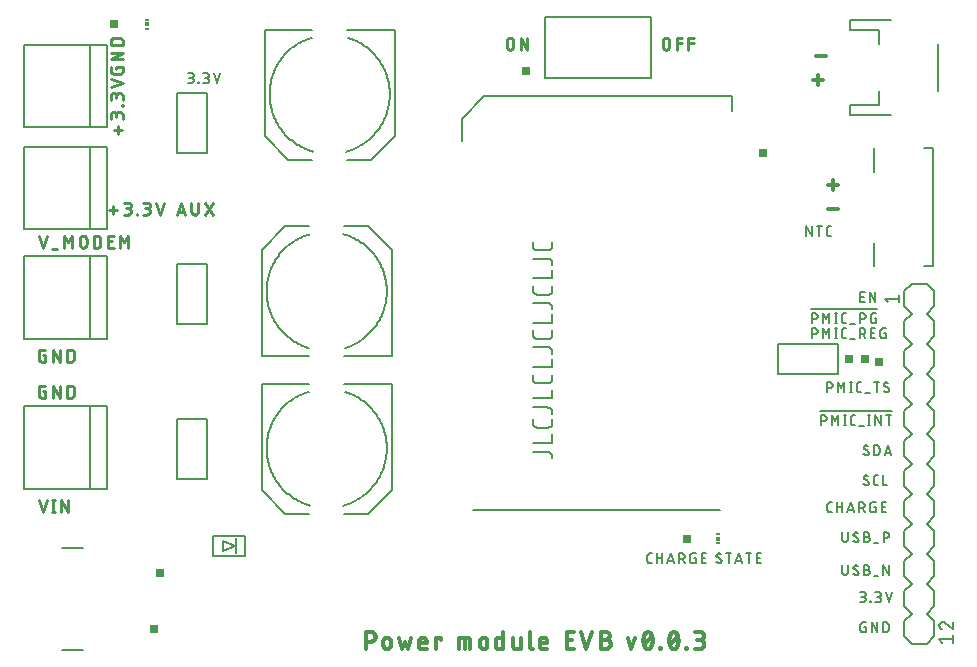
<source format=gbr>
G04 EAGLE Gerber RS-274X export*
G75*
%MOMM*%
%FSLAX34Y34*%
%LPD*%
%INSilkscreen Top*%
%IPPOS*%
%AMOC8*
5,1,8,0,0,1.08239X$1,22.5*%
G01*
%ADD10C,0.203200*%
%ADD11C,0.254000*%
%ADD12C,0.304800*%
%ADD13C,0.355600*%
%ADD14C,0.152400*%
%ADD15C,0.127000*%
%ADD16R,0.711200X0.711200*%
%ADD17R,0.300000X0.150000*%
%ADD18R,0.300000X0.300000*%
%ADD19C,0.200000*%
%ADD20R,0.200000X1.400000*%


D10*
X143256Y506476D02*
X145514Y506476D01*
X145607Y506478D01*
X145700Y506484D01*
X145793Y506493D01*
X145886Y506507D01*
X145977Y506524D01*
X146068Y506545D01*
X146158Y506570D01*
X146247Y506598D01*
X146335Y506630D01*
X146421Y506666D01*
X146506Y506705D01*
X146589Y506748D01*
X146670Y506794D01*
X146749Y506844D01*
X146826Y506896D01*
X146901Y506952D01*
X146973Y507011D01*
X147043Y507073D01*
X147111Y507137D01*
X147175Y507205D01*
X147237Y507275D01*
X147296Y507347D01*
X147352Y507422D01*
X147404Y507499D01*
X147454Y507578D01*
X147500Y507659D01*
X147543Y507742D01*
X147582Y507827D01*
X147618Y507913D01*
X147650Y508001D01*
X147678Y508090D01*
X147703Y508180D01*
X147724Y508271D01*
X147741Y508362D01*
X147755Y508455D01*
X147764Y508548D01*
X147770Y508641D01*
X147772Y508734D01*
X147770Y508827D01*
X147764Y508920D01*
X147755Y509013D01*
X147741Y509106D01*
X147724Y509197D01*
X147703Y509288D01*
X147678Y509378D01*
X147650Y509467D01*
X147618Y509555D01*
X147582Y509641D01*
X147543Y509726D01*
X147500Y509809D01*
X147454Y509890D01*
X147404Y509969D01*
X147352Y510046D01*
X147296Y510121D01*
X147237Y510193D01*
X147175Y510263D01*
X147111Y510331D01*
X147043Y510395D01*
X146973Y510457D01*
X146901Y510516D01*
X146826Y510572D01*
X146749Y510624D01*
X146670Y510674D01*
X146589Y510720D01*
X146506Y510763D01*
X146421Y510802D01*
X146335Y510838D01*
X146247Y510870D01*
X146158Y510898D01*
X146068Y510923D01*
X145977Y510944D01*
X145886Y510961D01*
X145793Y510975D01*
X145700Y510984D01*
X145607Y510990D01*
X145514Y510992D01*
X145965Y514604D02*
X143256Y514604D01*
X145965Y514604D02*
X146048Y514602D01*
X146132Y514596D01*
X146215Y514587D01*
X146297Y514573D01*
X146378Y514556D01*
X146459Y514535D01*
X146539Y514510D01*
X146617Y514482D01*
X146694Y514450D01*
X146770Y514415D01*
X146844Y514376D01*
X146916Y514333D01*
X146986Y514288D01*
X147053Y514239D01*
X147119Y514187D01*
X147182Y514133D01*
X147242Y514075D01*
X147300Y514015D01*
X147354Y513952D01*
X147406Y513886D01*
X147455Y513819D01*
X147500Y513749D01*
X147543Y513677D01*
X147582Y513603D01*
X147617Y513527D01*
X147649Y513450D01*
X147677Y513372D01*
X147702Y513292D01*
X147723Y513211D01*
X147740Y513130D01*
X147754Y513048D01*
X147763Y512965D01*
X147769Y512881D01*
X147771Y512798D01*
X147769Y512715D01*
X147763Y512631D01*
X147754Y512548D01*
X147740Y512466D01*
X147723Y512385D01*
X147702Y512304D01*
X147677Y512224D01*
X147649Y512146D01*
X147617Y512069D01*
X147582Y511993D01*
X147543Y511919D01*
X147500Y511847D01*
X147455Y511777D01*
X147406Y511710D01*
X147354Y511644D01*
X147300Y511581D01*
X147242Y511521D01*
X147182Y511463D01*
X147119Y511409D01*
X147053Y511357D01*
X146986Y511308D01*
X146916Y511263D01*
X146844Y511220D01*
X146770Y511181D01*
X146694Y511146D01*
X146617Y511114D01*
X146539Y511086D01*
X146459Y511061D01*
X146378Y511040D01*
X146297Y511023D01*
X146215Y511009D01*
X146132Y511000D01*
X146048Y510994D01*
X145965Y510992D01*
X144159Y510992D01*
X151689Y506928D02*
X151689Y506476D01*
X151689Y506928D02*
X152140Y506928D01*
X152140Y506476D01*
X151689Y506476D01*
X156058Y506476D02*
X158315Y506476D01*
X158408Y506478D01*
X158501Y506484D01*
X158594Y506493D01*
X158687Y506507D01*
X158778Y506524D01*
X158869Y506545D01*
X158959Y506570D01*
X159048Y506598D01*
X159136Y506630D01*
X159222Y506666D01*
X159307Y506705D01*
X159390Y506748D01*
X159471Y506794D01*
X159550Y506844D01*
X159627Y506896D01*
X159702Y506952D01*
X159774Y507011D01*
X159844Y507073D01*
X159912Y507137D01*
X159976Y507205D01*
X160038Y507275D01*
X160097Y507347D01*
X160153Y507422D01*
X160205Y507499D01*
X160255Y507578D01*
X160301Y507659D01*
X160344Y507742D01*
X160383Y507827D01*
X160419Y507913D01*
X160451Y508001D01*
X160479Y508090D01*
X160504Y508180D01*
X160525Y508271D01*
X160542Y508362D01*
X160556Y508455D01*
X160565Y508548D01*
X160571Y508641D01*
X160573Y508734D01*
X160571Y508827D01*
X160565Y508920D01*
X160556Y509013D01*
X160542Y509106D01*
X160525Y509197D01*
X160504Y509288D01*
X160479Y509378D01*
X160451Y509467D01*
X160419Y509555D01*
X160383Y509641D01*
X160344Y509726D01*
X160301Y509809D01*
X160255Y509890D01*
X160205Y509969D01*
X160153Y510046D01*
X160097Y510121D01*
X160038Y510193D01*
X159976Y510263D01*
X159912Y510331D01*
X159844Y510395D01*
X159774Y510457D01*
X159702Y510516D01*
X159627Y510572D01*
X159550Y510624D01*
X159471Y510674D01*
X159390Y510720D01*
X159307Y510763D01*
X159222Y510802D01*
X159136Y510838D01*
X159048Y510870D01*
X158959Y510898D01*
X158869Y510923D01*
X158778Y510944D01*
X158687Y510961D01*
X158594Y510975D01*
X158501Y510984D01*
X158408Y510990D01*
X158315Y510992D01*
X158767Y514604D02*
X156058Y514604D01*
X158767Y514604D02*
X158850Y514602D01*
X158934Y514596D01*
X159017Y514587D01*
X159099Y514573D01*
X159180Y514556D01*
X159261Y514535D01*
X159341Y514510D01*
X159419Y514482D01*
X159496Y514450D01*
X159572Y514415D01*
X159646Y514376D01*
X159718Y514333D01*
X159788Y514288D01*
X159855Y514239D01*
X159921Y514187D01*
X159984Y514133D01*
X160044Y514075D01*
X160102Y514015D01*
X160156Y513952D01*
X160208Y513886D01*
X160257Y513819D01*
X160302Y513749D01*
X160345Y513677D01*
X160384Y513603D01*
X160419Y513527D01*
X160451Y513450D01*
X160479Y513372D01*
X160504Y513292D01*
X160525Y513211D01*
X160542Y513130D01*
X160556Y513048D01*
X160565Y512965D01*
X160571Y512881D01*
X160573Y512798D01*
X160571Y512715D01*
X160565Y512631D01*
X160556Y512548D01*
X160542Y512466D01*
X160525Y512385D01*
X160504Y512304D01*
X160479Y512224D01*
X160451Y512146D01*
X160419Y512069D01*
X160384Y511993D01*
X160345Y511919D01*
X160302Y511847D01*
X160257Y511777D01*
X160208Y511710D01*
X160156Y511644D01*
X160102Y511581D01*
X160044Y511521D01*
X159984Y511463D01*
X159921Y511409D01*
X159855Y511357D01*
X159788Y511308D01*
X159718Y511263D01*
X159646Y511220D01*
X159572Y511181D01*
X159496Y511146D01*
X159419Y511114D01*
X159341Y511086D01*
X159261Y511061D01*
X159180Y511040D01*
X159099Y511023D01*
X159017Y511009D01*
X158934Y511000D01*
X158850Y510994D01*
X158767Y510992D01*
X156961Y510992D01*
X164750Y514604D02*
X167459Y506476D01*
X170169Y514604D01*
D11*
X544830Y537492D02*
X544830Y542008D01*
X544832Y542114D01*
X544838Y542219D01*
X544848Y542324D01*
X544862Y542429D01*
X544879Y542533D01*
X544901Y542636D01*
X544926Y542738D01*
X544955Y542840D01*
X544988Y542940D01*
X545025Y543039D01*
X545065Y543136D01*
X545109Y543232D01*
X545157Y543327D01*
X545208Y543419D01*
X545263Y543509D01*
X545320Y543598D01*
X545381Y543684D01*
X545446Y543767D01*
X545513Y543849D01*
X545583Y543927D01*
X545657Y544003D01*
X545733Y544077D01*
X545811Y544147D01*
X545893Y544214D01*
X545976Y544279D01*
X546062Y544340D01*
X546151Y544397D01*
X546241Y544452D01*
X546333Y544503D01*
X546428Y544551D01*
X546524Y544595D01*
X546621Y544635D01*
X546720Y544672D01*
X546820Y544705D01*
X546922Y544734D01*
X547024Y544759D01*
X547127Y544781D01*
X547231Y544798D01*
X547336Y544812D01*
X547441Y544822D01*
X547546Y544828D01*
X547652Y544830D01*
X547758Y544828D01*
X547863Y544822D01*
X547968Y544812D01*
X548073Y544798D01*
X548177Y544781D01*
X548280Y544759D01*
X548382Y544734D01*
X548484Y544705D01*
X548584Y544672D01*
X548683Y544635D01*
X548780Y544595D01*
X548876Y544551D01*
X548971Y544503D01*
X549063Y544452D01*
X549153Y544397D01*
X549242Y544340D01*
X549328Y544279D01*
X549411Y544214D01*
X549493Y544147D01*
X549571Y544077D01*
X549647Y544003D01*
X549721Y543927D01*
X549791Y543849D01*
X549858Y543767D01*
X549923Y543684D01*
X549984Y543598D01*
X550041Y543509D01*
X550096Y543419D01*
X550147Y543327D01*
X550195Y543232D01*
X550239Y543136D01*
X550279Y543039D01*
X550316Y542940D01*
X550349Y542840D01*
X550378Y542738D01*
X550403Y542636D01*
X550425Y542533D01*
X550442Y542429D01*
X550456Y542324D01*
X550466Y542219D01*
X550472Y542114D01*
X550474Y542008D01*
X550474Y537492D01*
X550472Y537386D01*
X550466Y537281D01*
X550456Y537176D01*
X550442Y537071D01*
X550425Y536967D01*
X550403Y536864D01*
X550378Y536762D01*
X550349Y536660D01*
X550316Y536560D01*
X550279Y536461D01*
X550239Y536364D01*
X550195Y536268D01*
X550147Y536173D01*
X550096Y536081D01*
X550041Y535991D01*
X549984Y535902D01*
X549923Y535816D01*
X549858Y535733D01*
X549791Y535651D01*
X549721Y535573D01*
X549647Y535497D01*
X549571Y535423D01*
X549493Y535353D01*
X549411Y535286D01*
X549328Y535221D01*
X549242Y535160D01*
X549153Y535103D01*
X549063Y535048D01*
X548971Y534997D01*
X548876Y534949D01*
X548780Y534905D01*
X548683Y534865D01*
X548584Y534828D01*
X548484Y534795D01*
X548382Y534766D01*
X548280Y534741D01*
X548177Y534719D01*
X548073Y534702D01*
X547968Y534688D01*
X547863Y534678D01*
X547758Y534672D01*
X547652Y534670D01*
X547546Y534672D01*
X547441Y534678D01*
X547336Y534688D01*
X547231Y534702D01*
X547127Y534719D01*
X547024Y534741D01*
X546922Y534766D01*
X546820Y534795D01*
X546720Y534828D01*
X546621Y534865D01*
X546524Y534905D01*
X546428Y534949D01*
X546333Y534997D01*
X546241Y535048D01*
X546151Y535103D01*
X546062Y535160D01*
X545976Y535221D01*
X545893Y535286D01*
X545811Y535353D01*
X545733Y535423D01*
X545657Y535497D01*
X545583Y535573D01*
X545513Y535651D01*
X545446Y535733D01*
X545381Y535816D01*
X545320Y535902D01*
X545263Y535991D01*
X545208Y536081D01*
X545157Y536173D01*
X545109Y536268D01*
X545065Y536364D01*
X545025Y536461D01*
X544988Y536560D01*
X544955Y536660D01*
X544926Y536762D01*
X544901Y536864D01*
X544879Y536967D01*
X544862Y537071D01*
X544848Y537176D01*
X544838Y537281D01*
X544832Y537386D01*
X544830Y537492D01*
X556681Y534670D02*
X556681Y544830D01*
X561196Y544830D01*
X561196Y540314D02*
X556681Y540314D01*
X566586Y544830D02*
X566586Y534670D01*
X566586Y544830D02*
X571102Y544830D01*
X571102Y540314D02*
X566586Y540314D01*
X412750Y542008D02*
X412750Y537492D01*
X412750Y542008D02*
X412752Y542114D01*
X412758Y542219D01*
X412768Y542324D01*
X412782Y542429D01*
X412799Y542533D01*
X412821Y542636D01*
X412846Y542738D01*
X412875Y542840D01*
X412908Y542940D01*
X412945Y543039D01*
X412985Y543136D01*
X413029Y543232D01*
X413077Y543327D01*
X413128Y543419D01*
X413183Y543509D01*
X413240Y543598D01*
X413301Y543684D01*
X413366Y543767D01*
X413433Y543849D01*
X413503Y543927D01*
X413577Y544003D01*
X413653Y544077D01*
X413731Y544147D01*
X413813Y544214D01*
X413896Y544279D01*
X413982Y544340D01*
X414071Y544397D01*
X414161Y544452D01*
X414253Y544503D01*
X414348Y544551D01*
X414444Y544595D01*
X414541Y544635D01*
X414640Y544672D01*
X414740Y544705D01*
X414842Y544734D01*
X414944Y544759D01*
X415047Y544781D01*
X415151Y544798D01*
X415256Y544812D01*
X415361Y544822D01*
X415466Y544828D01*
X415572Y544830D01*
X415678Y544828D01*
X415783Y544822D01*
X415888Y544812D01*
X415993Y544798D01*
X416097Y544781D01*
X416200Y544759D01*
X416302Y544734D01*
X416404Y544705D01*
X416504Y544672D01*
X416603Y544635D01*
X416700Y544595D01*
X416796Y544551D01*
X416891Y544503D01*
X416983Y544452D01*
X417073Y544397D01*
X417162Y544340D01*
X417248Y544279D01*
X417331Y544214D01*
X417413Y544147D01*
X417491Y544077D01*
X417567Y544003D01*
X417641Y543927D01*
X417711Y543849D01*
X417778Y543767D01*
X417843Y543684D01*
X417904Y543598D01*
X417961Y543509D01*
X418016Y543419D01*
X418067Y543327D01*
X418115Y543232D01*
X418159Y543136D01*
X418199Y543039D01*
X418236Y542940D01*
X418269Y542840D01*
X418298Y542738D01*
X418323Y542636D01*
X418345Y542533D01*
X418362Y542429D01*
X418376Y542324D01*
X418386Y542219D01*
X418392Y542114D01*
X418394Y542008D01*
X418394Y537492D01*
X418392Y537386D01*
X418386Y537281D01*
X418376Y537176D01*
X418362Y537071D01*
X418345Y536967D01*
X418323Y536864D01*
X418298Y536762D01*
X418269Y536660D01*
X418236Y536560D01*
X418199Y536461D01*
X418159Y536364D01*
X418115Y536268D01*
X418067Y536173D01*
X418016Y536081D01*
X417961Y535991D01*
X417904Y535902D01*
X417843Y535816D01*
X417778Y535733D01*
X417711Y535651D01*
X417641Y535573D01*
X417567Y535497D01*
X417491Y535423D01*
X417413Y535353D01*
X417331Y535286D01*
X417248Y535221D01*
X417162Y535160D01*
X417073Y535103D01*
X416983Y535048D01*
X416891Y534997D01*
X416796Y534949D01*
X416700Y534905D01*
X416603Y534865D01*
X416504Y534828D01*
X416404Y534795D01*
X416302Y534766D01*
X416200Y534741D01*
X416097Y534719D01*
X415993Y534702D01*
X415888Y534688D01*
X415783Y534678D01*
X415678Y534672D01*
X415572Y534670D01*
X415466Y534672D01*
X415361Y534678D01*
X415256Y534688D01*
X415151Y534702D01*
X415047Y534719D01*
X414944Y534741D01*
X414842Y534766D01*
X414740Y534795D01*
X414640Y534828D01*
X414541Y534865D01*
X414444Y534905D01*
X414348Y534949D01*
X414253Y534997D01*
X414161Y535048D01*
X414071Y535103D01*
X413982Y535160D01*
X413896Y535221D01*
X413813Y535286D01*
X413731Y535353D01*
X413653Y535423D01*
X413577Y535497D01*
X413503Y535573D01*
X413433Y535651D01*
X413366Y535733D01*
X413301Y535816D01*
X413240Y535902D01*
X413183Y535991D01*
X413128Y536081D01*
X413077Y536173D01*
X413029Y536268D01*
X412985Y536364D01*
X412945Y536461D01*
X412908Y536560D01*
X412875Y536660D01*
X412846Y536762D01*
X412821Y536864D01*
X412799Y536967D01*
X412782Y537071D01*
X412768Y537176D01*
X412758Y537281D01*
X412752Y537386D01*
X412750Y537492D01*
X424561Y534670D02*
X424561Y544830D01*
X430205Y534670D01*
X430205Y544830D01*
D10*
X533682Y100076D02*
X535488Y100076D01*
X533682Y100076D02*
X533599Y100078D01*
X533515Y100084D01*
X533432Y100093D01*
X533350Y100107D01*
X533269Y100124D01*
X533188Y100145D01*
X533108Y100170D01*
X533030Y100198D01*
X532953Y100230D01*
X532877Y100265D01*
X532803Y100304D01*
X532731Y100347D01*
X532661Y100392D01*
X532594Y100441D01*
X532528Y100493D01*
X532465Y100547D01*
X532405Y100605D01*
X532347Y100665D01*
X532293Y100728D01*
X532241Y100794D01*
X532192Y100861D01*
X532147Y100931D01*
X532104Y101003D01*
X532065Y101077D01*
X532030Y101153D01*
X531998Y101230D01*
X531970Y101308D01*
X531945Y101388D01*
X531924Y101469D01*
X531907Y101550D01*
X531893Y101632D01*
X531884Y101715D01*
X531878Y101799D01*
X531876Y101882D01*
X531876Y106398D01*
X531878Y106481D01*
X531884Y106565D01*
X531893Y106648D01*
X531907Y106730D01*
X531924Y106811D01*
X531945Y106892D01*
X531970Y106972D01*
X531998Y107050D01*
X532030Y107127D01*
X532065Y107203D01*
X532104Y107277D01*
X532147Y107349D01*
X532192Y107419D01*
X532241Y107486D01*
X532293Y107552D01*
X532347Y107615D01*
X532405Y107675D01*
X532465Y107733D01*
X532528Y107787D01*
X532594Y107839D01*
X532661Y107888D01*
X532731Y107933D01*
X532803Y107976D01*
X532877Y108015D01*
X532952Y108050D01*
X533030Y108082D01*
X533108Y108110D01*
X533188Y108135D01*
X533268Y108156D01*
X533350Y108173D01*
X533432Y108187D01*
X533515Y108196D01*
X533599Y108202D01*
X533682Y108204D01*
X535488Y108204D01*
X539847Y108204D02*
X539847Y100076D01*
X539847Y104592D02*
X544363Y104592D01*
X544363Y108204D02*
X544363Y100076D01*
X548844Y100076D02*
X551554Y108204D01*
X554263Y100076D01*
X553586Y102108D02*
X549522Y102108D01*
X558848Y100076D02*
X558848Y108204D01*
X561106Y108204D01*
X561199Y108202D01*
X561292Y108196D01*
X561385Y108187D01*
X561478Y108173D01*
X561569Y108156D01*
X561660Y108135D01*
X561750Y108110D01*
X561839Y108082D01*
X561927Y108050D01*
X562013Y108014D01*
X562098Y107975D01*
X562181Y107932D01*
X562262Y107886D01*
X562341Y107836D01*
X562418Y107784D01*
X562493Y107728D01*
X562565Y107669D01*
X562635Y107607D01*
X562703Y107543D01*
X562767Y107475D01*
X562829Y107405D01*
X562888Y107333D01*
X562944Y107258D01*
X562996Y107181D01*
X563046Y107102D01*
X563092Y107021D01*
X563135Y106938D01*
X563174Y106853D01*
X563210Y106767D01*
X563242Y106679D01*
X563270Y106590D01*
X563295Y106500D01*
X563316Y106409D01*
X563333Y106318D01*
X563347Y106225D01*
X563356Y106132D01*
X563362Y106039D01*
X563364Y105946D01*
X563362Y105853D01*
X563356Y105760D01*
X563347Y105667D01*
X563333Y105574D01*
X563316Y105483D01*
X563295Y105392D01*
X563270Y105302D01*
X563242Y105213D01*
X563210Y105125D01*
X563174Y105039D01*
X563135Y104954D01*
X563092Y104871D01*
X563046Y104790D01*
X562996Y104711D01*
X562944Y104634D01*
X562888Y104559D01*
X562829Y104487D01*
X562767Y104417D01*
X562703Y104349D01*
X562635Y104285D01*
X562565Y104223D01*
X562493Y104164D01*
X562418Y104108D01*
X562341Y104056D01*
X562262Y104006D01*
X562181Y103960D01*
X562098Y103917D01*
X562013Y103878D01*
X561927Y103842D01*
X561839Y103810D01*
X561750Y103782D01*
X561660Y103757D01*
X561569Y103736D01*
X561478Y103719D01*
X561385Y103705D01*
X561292Y103696D01*
X561199Y103690D01*
X561106Y103688D01*
X558848Y103688D01*
X561557Y103688D02*
X563363Y100076D01*
X571354Y104592D02*
X572709Y104592D01*
X572709Y100076D01*
X570000Y100076D01*
X569917Y100078D01*
X569833Y100084D01*
X569750Y100093D01*
X569668Y100107D01*
X569587Y100124D01*
X569506Y100145D01*
X569426Y100170D01*
X569348Y100198D01*
X569271Y100230D01*
X569195Y100265D01*
X569121Y100304D01*
X569049Y100347D01*
X568979Y100392D01*
X568912Y100441D01*
X568846Y100493D01*
X568783Y100547D01*
X568723Y100605D01*
X568665Y100665D01*
X568611Y100728D01*
X568559Y100794D01*
X568510Y100861D01*
X568465Y100931D01*
X568422Y101003D01*
X568383Y101077D01*
X568348Y101153D01*
X568316Y101230D01*
X568288Y101308D01*
X568263Y101388D01*
X568242Y101469D01*
X568225Y101550D01*
X568211Y101632D01*
X568202Y101715D01*
X568196Y101799D01*
X568194Y101882D01*
X568194Y106398D01*
X568196Y106481D01*
X568202Y106565D01*
X568211Y106648D01*
X568225Y106730D01*
X568242Y106811D01*
X568263Y106892D01*
X568288Y106972D01*
X568316Y107050D01*
X568348Y107127D01*
X568383Y107203D01*
X568422Y107277D01*
X568465Y107349D01*
X568510Y107419D01*
X568559Y107486D01*
X568611Y107552D01*
X568665Y107615D01*
X568723Y107675D01*
X568783Y107733D01*
X568846Y107787D01*
X568912Y107839D01*
X568979Y107888D01*
X569049Y107933D01*
X569121Y107976D01*
X569195Y108015D01*
X569270Y108050D01*
X569348Y108082D01*
X569426Y108110D01*
X569506Y108135D01*
X569586Y108156D01*
X569668Y108173D01*
X569750Y108187D01*
X569833Y108196D01*
X569917Y108202D01*
X570000Y108204D01*
X572709Y108204D01*
X577979Y100076D02*
X581591Y100076D01*
X577979Y100076D02*
X577979Y108204D01*
X581591Y108204D01*
X580688Y104592D02*
X577979Y104592D01*
X592848Y100076D02*
X592931Y100078D01*
X593015Y100084D01*
X593098Y100093D01*
X593180Y100107D01*
X593262Y100124D01*
X593342Y100145D01*
X593422Y100170D01*
X593500Y100198D01*
X593578Y100230D01*
X593653Y100265D01*
X593727Y100304D01*
X593799Y100347D01*
X593869Y100392D01*
X593936Y100441D01*
X594002Y100493D01*
X594065Y100547D01*
X594125Y100605D01*
X594183Y100665D01*
X594237Y100728D01*
X594289Y100794D01*
X594338Y100861D01*
X594383Y100931D01*
X594426Y101003D01*
X594465Y101077D01*
X594500Y101153D01*
X594532Y101230D01*
X594560Y101308D01*
X594585Y101388D01*
X594606Y101469D01*
X594623Y101550D01*
X594637Y101632D01*
X594646Y101715D01*
X594652Y101799D01*
X594654Y101882D01*
X592848Y100076D02*
X592728Y100078D01*
X592607Y100084D01*
X592487Y100093D01*
X592367Y100106D01*
X592248Y100123D01*
X592129Y100144D01*
X592011Y100169D01*
X591894Y100197D01*
X591778Y100229D01*
X591663Y100265D01*
X591549Y100304D01*
X591436Y100347D01*
X591325Y100393D01*
X591216Y100443D01*
X591107Y100496D01*
X591001Y100553D01*
X590897Y100613D01*
X590794Y100676D01*
X590694Y100743D01*
X590595Y100812D01*
X590499Y100885D01*
X590405Y100960D01*
X590314Y101039D01*
X590225Y101121D01*
X590139Y101205D01*
X590365Y106398D02*
X590367Y106481D01*
X590373Y106565D01*
X590382Y106648D01*
X590396Y106730D01*
X590413Y106811D01*
X590434Y106892D01*
X590459Y106972D01*
X590487Y107050D01*
X590519Y107127D01*
X590554Y107203D01*
X590593Y107277D01*
X590636Y107349D01*
X590681Y107419D01*
X590730Y107486D01*
X590782Y107552D01*
X590836Y107615D01*
X590894Y107675D01*
X590954Y107733D01*
X591017Y107787D01*
X591083Y107839D01*
X591150Y107888D01*
X591220Y107933D01*
X591292Y107976D01*
X591366Y108015D01*
X591442Y108050D01*
X591519Y108082D01*
X591597Y108110D01*
X591677Y108135D01*
X591758Y108156D01*
X591839Y108173D01*
X591921Y108187D01*
X592004Y108196D01*
X592088Y108202D01*
X592171Y108204D01*
X592286Y108202D01*
X592400Y108196D01*
X592515Y108187D01*
X592628Y108173D01*
X592742Y108156D01*
X592855Y108134D01*
X592966Y108109D01*
X593078Y108080D01*
X593188Y108048D01*
X593296Y108012D01*
X593404Y107972D01*
X593510Y107928D01*
X593615Y107881D01*
X593717Y107830D01*
X593819Y107776D01*
X593918Y107719D01*
X594015Y107658D01*
X594110Y107594D01*
X594203Y107527D01*
X591268Y104818D02*
X591198Y104862D01*
X591129Y104908D01*
X591063Y104958D01*
X590999Y105011D01*
X590938Y105066D01*
X590879Y105125D01*
X590823Y105186D01*
X590770Y105249D01*
X590719Y105315D01*
X590672Y105382D01*
X590628Y105452D01*
X590587Y105524D01*
X590549Y105598D01*
X590514Y105673D01*
X590483Y105750D01*
X590456Y105828D01*
X590432Y105907D01*
X590412Y105988D01*
X590395Y106069D01*
X590382Y106150D01*
X590372Y106233D01*
X590367Y106315D01*
X590365Y106398D01*
X593751Y103462D02*
X593821Y103418D01*
X593890Y103372D01*
X593956Y103322D01*
X594020Y103269D01*
X594081Y103214D01*
X594140Y103155D01*
X594196Y103094D01*
X594249Y103031D01*
X594300Y102965D01*
X594347Y102898D01*
X594391Y102828D01*
X594432Y102756D01*
X594470Y102682D01*
X594505Y102607D01*
X594536Y102530D01*
X594563Y102452D01*
X594587Y102373D01*
X594607Y102292D01*
X594624Y102211D01*
X594637Y102130D01*
X594647Y102047D01*
X594652Y101965D01*
X594654Y101882D01*
X593752Y103463D02*
X591268Y104817D01*
X600626Y108204D02*
X600626Y100076D01*
X598369Y108204D02*
X602884Y108204D01*
X609161Y108204D02*
X606451Y100076D01*
X611870Y100076D02*
X609161Y108204D01*
X611193Y102108D02*
X607129Y102108D01*
X617695Y100076D02*
X617695Y108204D01*
X615437Y108204D02*
X619953Y108204D01*
X624308Y100076D02*
X627921Y100076D01*
X624308Y100076D02*
X624308Y108204D01*
X627921Y108204D01*
X627017Y104592D02*
X624308Y104592D01*
D12*
X672084Y509185D02*
X680212Y509185D01*
X676148Y505121D02*
X676148Y513249D01*
X684784Y420285D02*
X692912Y420285D01*
X688848Y416221D02*
X688848Y424349D01*
X682752Y529505D02*
X674624Y529505D01*
X684784Y399965D02*
X692912Y399965D01*
D10*
X666496Y385064D02*
X666496Y376936D01*
X671012Y376936D02*
X666496Y385064D01*
X671012Y385064D02*
X671012Y376936D01*
X677593Y376936D02*
X677593Y385064D01*
X675335Y385064D02*
X679851Y385064D01*
X685629Y376936D02*
X687436Y376936D01*
X685629Y376936D02*
X685546Y376938D01*
X685462Y376944D01*
X685379Y376953D01*
X685297Y376967D01*
X685216Y376984D01*
X685135Y377005D01*
X685055Y377030D01*
X684977Y377058D01*
X684900Y377090D01*
X684824Y377125D01*
X684750Y377164D01*
X684678Y377207D01*
X684608Y377252D01*
X684541Y377301D01*
X684475Y377353D01*
X684412Y377407D01*
X684352Y377465D01*
X684294Y377525D01*
X684240Y377588D01*
X684188Y377654D01*
X684139Y377721D01*
X684094Y377791D01*
X684051Y377863D01*
X684012Y377937D01*
X683977Y378013D01*
X683945Y378090D01*
X683917Y378168D01*
X683892Y378248D01*
X683871Y378329D01*
X683854Y378410D01*
X683840Y378492D01*
X683831Y378575D01*
X683825Y378659D01*
X683823Y378742D01*
X683823Y383258D01*
X683825Y383341D01*
X683831Y383425D01*
X683840Y383508D01*
X683854Y383590D01*
X683871Y383671D01*
X683892Y383752D01*
X683917Y383832D01*
X683945Y383910D01*
X683977Y383987D01*
X684012Y384063D01*
X684051Y384137D01*
X684094Y384209D01*
X684139Y384279D01*
X684188Y384346D01*
X684240Y384412D01*
X684294Y384475D01*
X684352Y384535D01*
X684412Y384593D01*
X684475Y384647D01*
X684541Y384699D01*
X684608Y384748D01*
X684678Y384793D01*
X684750Y384836D01*
X684824Y384875D01*
X684899Y384910D01*
X684977Y384942D01*
X685055Y384970D01*
X685135Y384995D01*
X685215Y385016D01*
X685297Y385033D01*
X685379Y385047D01*
X685462Y385056D01*
X685546Y385062D01*
X685629Y385064D01*
X687436Y385064D01*
X712216Y321056D02*
X715828Y321056D01*
X712216Y321056D02*
X712216Y329184D01*
X715828Y329184D01*
X714925Y325572D02*
X712216Y325572D01*
X720109Y329184D02*
X720109Y321056D01*
X724625Y321056D02*
X720109Y329184D01*
X724625Y329184D02*
X724625Y321056D01*
X726553Y315468D02*
X670560Y315468D01*
X671576Y311404D02*
X671576Y303276D01*
X671576Y311404D02*
X673834Y311404D01*
X673927Y311402D01*
X674020Y311396D01*
X674113Y311387D01*
X674206Y311373D01*
X674297Y311356D01*
X674388Y311335D01*
X674478Y311310D01*
X674567Y311282D01*
X674655Y311250D01*
X674741Y311214D01*
X674826Y311175D01*
X674909Y311132D01*
X674990Y311086D01*
X675069Y311036D01*
X675146Y310984D01*
X675221Y310928D01*
X675293Y310869D01*
X675363Y310807D01*
X675431Y310743D01*
X675495Y310675D01*
X675557Y310605D01*
X675616Y310533D01*
X675672Y310458D01*
X675724Y310381D01*
X675774Y310302D01*
X675820Y310221D01*
X675863Y310138D01*
X675902Y310053D01*
X675938Y309967D01*
X675970Y309879D01*
X675998Y309790D01*
X676023Y309700D01*
X676044Y309609D01*
X676061Y309518D01*
X676075Y309425D01*
X676084Y309332D01*
X676090Y309239D01*
X676092Y309146D01*
X676090Y309053D01*
X676084Y308960D01*
X676075Y308867D01*
X676061Y308774D01*
X676044Y308683D01*
X676023Y308592D01*
X675998Y308502D01*
X675970Y308413D01*
X675938Y308325D01*
X675902Y308239D01*
X675863Y308154D01*
X675820Y308071D01*
X675774Y307990D01*
X675724Y307911D01*
X675672Y307834D01*
X675616Y307759D01*
X675557Y307687D01*
X675495Y307617D01*
X675431Y307549D01*
X675363Y307485D01*
X675293Y307423D01*
X675221Y307364D01*
X675146Y307308D01*
X675069Y307256D01*
X674990Y307206D01*
X674909Y307160D01*
X674826Y307117D01*
X674741Y307078D01*
X674655Y307042D01*
X674567Y307010D01*
X674478Y306982D01*
X674388Y306957D01*
X674297Y306936D01*
X674206Y306919D01*
X674113Y306905D01*
X674020Y306896D01*
X673927Y306890D01*
X673834Y306888D01*
X671576Y306888D01*
X680641Y303276D02*
X680641Y311404D01*
X683350Y306888D01*
X686060Y311404D01*
X686060Y303276D01*
X691580Y303276D02*
X691580Y311404D01*
X690677Y303276D02*
X692483Y303276D01*
X692483Y311404D02*
X690677Y311404D01*
X698397Y303276D02*
X700203Y303276D01*
X698397Y303276D02*
X698314Y303278D01*
X698230Y303284D01*
X698147Y303293D01*
X698065Y303307D01*
X697984Y303324D01*
X697903Y303345D01*
X697823Y303370D01*
X697745Y303398D01*
X697668Y303430D01*
X697592Y303465D01*
X697518Y303504D01*
X697446Y303547D01*
X697376Y303592D01*
X697309Y303641D01*
X697243Y303693D01*
X697180Y303747D01*
X697120Y303805D01*
X697062Y303865D01*
X697008Y303928D01*
X696956Y303994D01*
X696907Y304061D01*
X696862Y304131D01*
X696819Y304203D01*
X696780Y304277D01*
X696745Y304353D01*
X696713Y304430D01*
X696685Y304508D01*
X696660Y304588D01*
X696639Y304669D01*
X696622Y304750D01*
X696608Y304832D01*
X696599Y304915D01*
X696593Y304999D01*
X696591Y305082D01*
X696591Y309598D01*
X696593Y309681D01*
X696599Y309765D01*
X696608Y309848D01*
X696622Y309930D01*
X696639Y310011D01*
X696660Y310092D01*
X696685Y310172D01*
X696713Y310250D01*
X696745Y310327D01*
X696780Y310403D01*
X696819Y310477D01*
X696862Y310549D01*
X696907Y310619D01*
X696956Y310686D01*
X697008Y310752D01*
X697062Y310815D01*
X697120Y310875D01*
X697180Y310933D01*
X697243Y310987D01*
X697309Y311039D01*
X697376Y311088D01*
X697446Y311133D01*
X697518Y311176D01*
X697592Y311215D01*
X697667Y311250D01*
X697745Y311282D01*
X697823Y311310D01*
X697903Y311335D01*
X697983Y311356D01*
X698065Y311373D01*
X698147Y311387D01*
X698230Y311396D01*
X698314Y311402D01*
X698397Y311404D01*
X700203Y311404D01*
X703794Y302373D02*
X707407Y302373D01*
X712114Y303276D02*
X712114Y311404D01*
X714372Y311404D01*
X714465Y311402D01*
X714558Y311396D01*
X714651Y311387D01*
X714744Y311373D01*
X714835Y311356D01*
X714926Y311335D01*
X715016Y311310D01*
X715105Y311282D01*
X715193Y311250D01*
X715279Y311214D01*
X715364Y311175D01*
X715447Y311132D01*
X715528Y311086D01*
X715607Y311036D01*
X715684Y310984D01*
X715759Y310928D01*
X715831Y310869D01*
X715901Y310807D01*
X715969Y310743D01*
X716033Y310675D01*
X716095Y310605D01*
X716154Y310533D01*
X716210Y310458D01*
X716262Y310381D01*
X716312Y310302D01*
X716358Y310221D01*
X716401Y310138D01*
X716440Y310053D01*
X716476Y309967D01*
X716508Y309879D01*
X716536Y309790D01*
X716561Y309700D01*
X716582Y309609D01*
X716599Y309518D01*
X716613Y309425D01*
X716622Y309332D01*
X716628Y309239D01*
X716630Y309146D01*
X716628Y309053D01*
X716622Y308960D01*
X716613Y308867D01*
X716599Y308774D01*
X716582Y308683D01*
X716561Y308592D01*
X716536Y308502D01*
X716508Y308413D01*
X716476Y308325D01*
X716440Y308239D01*
X716401Y308154D01*
X716358Y308071D01*
X716312Y307990D01*
X716262Y307911D01*
X716210Y307834D01*
X716154Y307759D01*
X716095Y307687D01*
X716033Y307617D01*
X715969Y307549D01*
X715901Y307485D01*
X715831Y307423D01*
X715759Y307364D01*
X715684Y307308D01*
X715607Y307256D01*
X715528Y307206D01*
X715447Y307160D01*
X715364Y307117D01*
X715279Y307078D01*
X715193Y307042D01*
X715105Y307010D01*
X715016Y306982D01*
X714926Y306957D01*
X714835Y306936D01*
X714744Y306919D01*
X714651Y306905D01*
X714558Y306896D01*
X714465Y306890D01*
X714372Y306888D01*
X712114Y306888D01*
X724182Y307792D02*
X725537Y307792D01*
X725537Y303276D01*
X722827Y303276D01*
X722744Y303278D01*
X722660Y303284D01*
X722577Y303293D01*
X722495Y303307D01*
X722414Y303324D01*
X722333Y303345D01*
X722253Y303370D01*
X722175Y303398D01*
X722098Y303430D01*
X722022Y303465D01*
X721948Y303504D01*
X721876Y303547D01*
X721806Y303592D01*
X721739Y303641D01*
X721673Y303693D01*
X721610Y303747D01*
X721550Y303805D01*
X721492Y303865D01*
X721438Y303928D01*
X721386Y303994D01*
X721337Y304061D01*
X721292Y304131D01*
X721249Y304203D01*
X721210Y304277D01*
X721175Y304353D01*
X721143Y304430D01*
X721115Y304508D01*
X721090Y304588D01*
X721069Y304669D01*
X721052Y304750D01*
X721038Y304832D01*
X721029Y304915D01*
X721023Y304999D01*
X721021Y305082D01*
X721021Y309598D01*
X721023Y309681D01*
X721029Y309765D01*
X721038Y309848D01*
X721052Y309930D01*
X721069Y310011D01*
X721090Y310092D01*
X721115Y310172D01*
X721143Y310250D01*
X721175Y310327D01*
X721210Y310403D01*
X721249Y310477D01*
X721292Y310549D01*
X721337Y310619D01*
X721386Y310686D01*
X721438Y310752D01*
X721492Y310815D01*
X721550Y310875D01*
X721610Y310933D01*
X721673Y310987D01*
X721739Y311039D01*
X721806Y311088D01*
X721876Y311133D01*
X721948Y311176D01*
X722022Y311215D01*
X722097Y311250D01*
X722175Y311282D01*
X722253Y311310D01*
X722333Y311335D01*
X722413Y311356D01*
X722495Y311373D01*
X722577Y311387D01*
X722660Y311396D01*
X722744Y311402D01*
X722827Y311404D01*
X725537Y311404D01*
X671576Y298704D02*
X671576Y290576D01*
X671576Y298704D02*
X673834Y298704D01*
X673927Y298702D01*
X674020Y298696D01*
X674113Y298687D01*
X674206Y298673D01*
X674297Y298656D01*
X674388Y298635D01*
X674478Y298610D01*
X674567Y298582D01*
X674655Y298550D01*
X674741Y298514D01*
X674826Y298475D01*
X674909Y298432D01*
X674990Y298386D01*
X675069Y298336D01*
X675146Y298284D01*
X675221Y298228D01*
X675293Y298169D01*
X675363Y298107D01*
X675431Y298043D01*
X675495Y297975D01*
X675557Y297905D01*
X675616Y297833D01*
X675672Y297758D01*
X675724Y297681D01*
X675774Y297602D01*
X675820Y297521D01*
X675863Y297438D01*
X675902Y297353D01*
X675938Y297267D01*
X675970Y297179D01*
X675998Y297090D01*
X676023Y297000D01*
X676044Y296909D01*
X676061Y296818D01*
X676075Y296725D01*
X676084Y296632D01*
X676090Y296539D01*
X676092Y296446D01*
X676090Y296353D01*
X676084Y296260D01*
X676075Y296167D01*
X676061Y296074D01*
X676044Y295983D01*
X676023Y295892D01*
X675998Y295802D01*
X675970Y295713D01*
X675938Y295625D01*
X675902Y295539D01*
X675863Y295454D01*
X675820Y295371D01*
X675774Y295290D01*
X675724Y295211D01*
X675672Y295134D01*
X675616Y295059D01*
X675557Y294987D01*
X675495Y294917D01*
X675431Y294849D01*
X675363Y294785D01*
X675293Y294723D01*
X675221Y294664D01*
X675146Y294608D01*
X675069Y294556D01*
X674990Y294506D01*
X674909Y294460D01*
X674826Y294417D01*
X674741Y294378D01*
X674655Y294342D01*
X674567Y294310D01*
X674478Y294282D01*
X674388Y294257D01*
X674297Y294236D01*
X674206Y294219D01*
X674113Y294205D01*
X674020Y294196D01*
X673927Y294190D01*
X673834Y294188D01*
X671576Y294188D01*
X680641Y290576D02*
X680641Y298704D01*
X683350Y294188D01*
X686060Y298704D01*
X686060Y290576D01*
X691580Y290576D02*
X691580Y298704D01*
X690677Y290576D02*
X692483Y290576D01*
X692483Y298704D02*
X690677Y298704D01*
X698397Y290576D02*
X700203Y290576D01*
X698397Y290576D02*
X698314Y290578D01*
X698230Y290584D01*
X698147Y290593D01*
X698065Y290607D01*
X697984Y290624D01*
X697903Y290645D01*
X697823Y290670D01*
X697745Y290698D01*
X697668Y290730D01*
X697592Y290765D01*
X697518Y290804D01*
X697446Y290847D01*
X697376Y290892D01*
X697309Y290941D01*
X697243Y290993D01*
X697180Y291047D01*
X697120Y291105D01*
X697062Y291165D01*
X697008Y291228D01*
X696956Y291294D01*
X696907Y291361D01*
X696862Y291431D01*
X696819Y291503D01*
X696780Y291577D01*
X696745Y291653D01*
X696713Y291730D01*
X696685Y291808D01*
X696660Y291888D01*
X696639Y291969D01*
X696622Y292050D01*
X696608Y292132D01*
X696599Y292215D01*
X696593Y292299D01*
X696591Y292382D01*
X696591Y296898D01*
X696593Y296981D01*
X696599Y297065D01*
X696608Y297148D01*
X696622Y297230D01*
X696639Y297311D01*
X696660Y297392D01*
X696685Y297472D01*
X696713Y297550D01*
X696745Y297627D01*
X696780Y297703D01*
X696819Y297777D01*
X696862Y297849D01*
X696907Y297919D01*
X696956Y297986D01*
X697008Y298052D01*
X697062Y298115D01*
X697120Y298175D01*
X697180Y298233D01*
X697243Y298287D01*
X697309Y298339D01*
X697376Y298388D01*
X697446Y298433D01*
X697518Y298476D01*
X697592Y298515D01*
X697667Y298550D01*
X697745Y298582D01*
X697823Y298610D01*
X697903Y298635D01*
X697983Y298656D01*
X698065Y298673D01*
X698147Y298687D01*
X698230Y298696D01*
X698314Y298702D01*
X698397Y298704D01*
X700203Y298704D01*
X703794Y289673D02*
X707407Y289673D01*
X711980Y290576D02*
X711980Y298704D01*
X714238Y298704D01*
X714331Y298702D01*
X714424Y298696D01*
X714517Y298687D01*
X714610Y298673D01*
X714701Y298656D01*
X714792Y298635D01*
X714882Y298610D01*
X714971Y298582D01*
X715059Y298550D01*
X715145Y298514D01*
X715230Y298475D01*
X715313Y298432D01*
X715394Y298386D01*
X715473Y298336D01*
X715550Y298284D01*
X715625Y298228D01*
X715697Y298169D01*
X715767Y298107D01*
X715835Y298043D01*
X715899Y297975D01*
X715961Y297905D01*
X716020Y297833D01*
X716076Y297758D01*
X716128Y297681D01*
X716178Y297602D01*
X716224Y297521D01*
X716267Y297438D01*
X716306Y297353D01*
X716342Y297267D01*
X716374Y297179D01*
X716402Y297090D01*
X716427Y297000D01*
X716448Y296909D01*
X716465Y296818D01*
X716479Y296725D01*
X716488Y296632D01*
X716494Y296539D01*
X716496Y296446D01*
X716494Y296353D01*
X716488Y296260D01*
X716479Y296167D01*
X716465Y296074D01*
X716448Y295983D01*
X716427Y295892D01*
X716402Y295802D01*
X716374Y295713D01*
X716342Y295625D01*
X716306Y295539D01*
X716267Y295454D01*
X716224Y295371D01*
X716178Y295290D01*
X716128Y295211D01*
X716076Y295134D01*
X716020Y295059D01*
X715961Y294987D01*
X715899Y294917D01*
X715835Y294849D01*
X715767Y294785D01*
X715697Y294723D01*
X715625Y294664D01*
X715550Y294608D01*
X715473Y294556D01*
X715394Y294506D01*
X715313Y294460D01*
X715230Y294417D01*
X715145Y294378D01*
X715059Y294342D01*
X714971Y294310D01*
X714882Y294282D01*
X714792Y294257D01*
X714701Y294236D01*
X714610Y294219D01*
X714517Y294205D01*
X714424Y294196D01*
X714331Y294190D01*
X714238Y294188D01*
X711980Y294188D01*
X714689Y294188D02*
X716496Y290576D01*
X721357Y290576D02*
X724970Y290576D01*
X721357Y290576D02*
X721357Y298704D01*
X724970Y298704D01*
X724067Y295092D02*
X721357Y295092D01*
X732412Y295092D02*
X733766Y295092D01*
X733766Y290576D01*
X731057Y290576D01*
X730974Y290578D01*
X730890Y290584D01*
X730807Y290593D01*
X730725Y290607D01*
X730644Y290624D01*
X730563Y290645D01*
X730483Y290670D01*
X730405Y290698D01*
X730328Y290730D01*
X730252Y290765D01*
X730178Y290804D01*
X730106Y290847D01*
X730036Y290892D01*
X729969Y290941D01*
X729903Y290993D01*
X729840Y291047D01*
X729780Y291105D01*
X729722Y291165D01*
X729668Y291228D01*
X729616Y291294D01*
X729567Y291361D01*
X729522Y291431D01*
X729479Y291503D01*
X729440Y291577D01*
X729405Y291653D01*
X729373Y291730D01*
X729345Y291808D01*
X729320Y291888D01*
X729299Y291969D01*
X729282Y292050D01*
X729268Y292132D01*
X729259Y292215D01*
X729253Y292299D01*
X729251Y292382D01*
X729251Y296898D01*
X729253Y296981D01*
X729259Y297065D01*
X729268Y297148D01*
X729282Y297230D01*
X729299Y297311D01*
X729320Y297392D01*
X729345Y297472D01*
X729373Y297550D01*
X729405Y297627D01*
X729440Y297703D01*
X729479Y297777D01*
X729522Y297849D01*
X729567Y297919D01*
X729616Y297986D01*
X729668Y298052D01*
X729722Y298115D01*
X729780Y298175D01*
X729840Y298233D01*
X729903Y298287D01*
X729969Y298339D01*
X730036Y298388D01*
X730106Y298433D01*
X730178Y298476D01*
X730252Y298515D01*
X730327Y298550D01*
X730405Y298582D01*
X730483Y298610D01*
X730563Y298635D01*
X730643Y298656D01*
X730725Y298673D01*
X730807Y298687D01*
X730890Y298696D01*
X730974Y298702D01*
X731057Y298704D01*
X733766Y298704D01*
X684276Y252984D02*
X684276Y244856D01*
X684276Y252984D02*
X686534Y252984D01*
X686627Y252982D01*
X686720Y252976D01*
X686813Y252967D01*
X686906Y252953D01*
X686997Y252936D01*
X687088Y252915D01*
X687178Y252890D01*
X687267Y252862D01*
X687355Y252830D01*
X687441Y252794D01*
X687526Y252755D01*
X687609Y252712D01*
X687690Y252666D01*
X687769Y252616D01*
X687846Y252564D01*
X687921Y252508D01*
X687993Y252449D01*
X688063Y252387D01*
X688131Y252323D01*
X688195Y252255D01*
X688257Y252185D01*
X688316Y252113D01*
X688372Y252038D01*
X688424Y251961D01*
X688474Y251882D01*
X688520Y251801D01*
X688563Y251718D01*
X688602Y251633D01*
X688638Y251547D01*
X688670Y251459D01*
X688698Y251370D01*
X688723Y251280D01*
X688744Y251189D01*
X688761Y251098D01*
X688775Y251005D01*
X688784Y250912D01*
X688790Y250819D01*
X688792Y250726D01*
X688790Y250633D01*
X688784Y250540D01*
X688775Y250447D01*
X688761Y250354D01*
X688744Y250263D01*
X688723Y250172D01*
X688698Y250082D01*
X688670Y249993D01*
X688638Y249905D01*
X688602Y249819D01*
X688563Y249734D01*
X688520Y249651D01*
X688474Y249570D01*
X688424Y249491D01*
X688372Y249414D01*
X688316Y249339D01*
X688257Y249267D01*
X688195Y249197D01*
X688131Y249129D01*
X688063Y249065D01*
X687993Y249003D01*
X687921Y248944D01*
X687846Y248888D01*
X687769Y248836D01*
X687690Y248786D01*
X687609Y248740D01*
X687526Y248697D01*
X687441Y248658D01*
X687355Y248622D01*
X687267Y248590D01*
X687178Y248562D01*
X687088Y248537D01*
X686997Y248516D01*
X686906Y248499D01*
X686813Y248485D01*
X686720Y248476D01*
X686627Y248470D01*
X686534Y248468D01*
X684276Y248468D01*
X693341Y244856D02*
X693341Y252984D01*
X696050Y248468D01*
X698760Y252984D01*
X698760Y244856D01*
X704280Y244856D02*
X704280Y252984D01*
X703377Y244856D02*
X705183Y244856D01*
X705183Y252984D02*
X703377Y252984D01*
X711097Y244856D02*
X712903Y244856D01*
X711097Y244856D02*
X711014Y244858D01*
X710930Y244864D01*
X710847Y244873D01*
X710765Y244887D01*
X710684Y244904D01*
X710603Y244925D01*
X710523Y244950D01*
X710445Y244978D01*
X710368Y245010D01*
X710292Y245045D01*
X710218Y245084D01*
X710146Y245127D01*
X710076Y245172D01*
X710009Y245221D01*
X709943Y245273D01*
X709880Y245327D01*
X709820Y245385D01*
X709762Y245445D01*
X709708Y245508D01*
X709656Y245574D01*
X709607Y245641D01*
X709562Y245711D01*
X709519Y245783D01*
X709480Y245857D01*
X709445Y245933D01*
X709413Y246010D01*
X709385Y246088D01*
X709360Y246168D01*
X709339Y246249D01*
X709322Y246330D01*
X709308Y246412D01*
X709299Y246495D01*
X709293Y246579D01*
X709291Y246662D01*
X709291Y251178D01*
X709293Y251261D01*
X709299Y251345D01*
X709308Y251428D01*
X709322Y251510D01*
X709339Y251591D01*
X709360Y251672D01*
X709385Y251752D01*
X709413Y251830D01*
X709445Y251907D01*
X709480Y251983D01*
X709519Y252057D01*
X709562Y252129D01*
X709607Y252199D01*
X709656Y252266D01*
X709708Y252332D01*
X709762Y252395D01*
X709820Y252455D01*
X709880Y252513D01*
X709943Y252567D01*
X710009Y252619D01*
X710076Y252668D01*
X710146Y252713D01*
X710218Y252756D01*
X710292Y252795D01*
X710367Y252830D01*
X710445Y252862D01*
X710523Y252890D01*
X710603Y252915D01*
X710683Y252936D01*
X710765Y252953D01*
X710847Y252967D01*
X710930Y252976D01*
X711014Y252982D01*
X711097Y252984D01*
X712903Y252984D01*
X716494Y243953D02*
X720107Y243953D01*
X725920Y244856D02*
X725920Y252984D01*
X723663Y252984D02*
X728178Y252984D01*
X734602Y244856D02*
X734685Y244858D01*
X734769Y244864D01*
X734852Y244873D01*
X734934Y244887D01*
X735016Y244904D01*
X735096Y244925D01*
X735176Y244950D01*
X735254Y244978D01*
X735332Y245010D01*
X735407Y245045D01*
X735481Y245084D01*
X735553Y245127D01*
X735623Y245172D01*
X735690Y245221D01*
X735756Y245273D01*
X735819Y245327D01*
X735879Y245385D01*
X735937Y245445D01*
X735991Y245508D01*
X736043Y245574D01*
X736092Y245641D01*
X736137Y245711D01*
X736180Y245783D01*
X736219Y245857D01*
X736254Y245933D01*
X736286Y246010D01*
X736314Y246088D01*
X736339Y246168D01*
X736360Y246249D01*
X736377Y246330D01*
X736391Y246412D01*
X736400Y246495D01*
X736406Y246579D01*
X736408Y246662D01*
X734602Y244856D02*
X734482Y244858D01*
X734361Y244864D01*
X734241Y244873D01*
X734121Y244886D01*
X734002Y244903D01*
X733883Y244924D01*
X733765Y244949D01*
X733648Y244977D01*
X733532Y245009D01*
X733417Y245045D01*
X733303Y245084D01*
X733190Y245127D01*
X733079Y245173D01*
X732970Y245223D01*
X732861Y245276D01*
X732755Y245333D01*
X732651Y245393D01*
X732548Y245456D01*
X732448Y245523D01*
X732349Y245592D01*
X732253Y245665D01*
X732159Y245740D01*
X732068Y245819D01*
X731979Y245901D01*
X731893Y245985D01*
X732118Y251178D02*
X732120Y251261D01*
X732126Y251345D01*
X732135Y251428D01*
X732149Y251510D01*
X732166Y251591D01*
X732187Y251672D01*
X732212Y251752D01*
X732240Y251830D01*
X732272Y251907D01*
X732307Y251983D01*
X732346Y252057D01*
X732389Y252129D01*
X732434Y252199D01*
X732483Y252266D01*
X732535Y252332D01*
X732589Y252395D01*
X732647Y252455D01*
X732707Y252513D01*
X732770Y252567D01*
X732836Y252619D01*
X732903Y252668D01*
X732973Y252713D01*
X733045Y252756D01*
X733119Y252795D01*
X733195Y252830D01*
X733272Y252862D01*
X733350Y252890D01*
X733430Y252915D01*
X733511Y252936D01*
X733592Y252953D01*
X733674Y252967D01*
X733757Y252976D01*
X733841Y252982D01*
X733924Y252984D01*
X734039Y252982D01*
X734153Y252976D01*
X734268Y252967D01*
X734381Y252953D01*
X734495Y252936D01*
X734608Y252914D01*
X734719Y252889D01*
X734831Y252860D01*
X734941Y252828D01*
X735049Y252792D01*
X735157Y252752D01*
X735263Y252708D01*
X735368Y252661D01*
X735470Y252610D01*
X735572Y252556D01*
X735671Y252499D01*
X735768Y252438D01*
X735863Y252374D01*
X735956Y252307D01*
X733021Y249598D02*
X732951Y249642D01*
X732882Y249688D01*
X732816Y249738D01*
X732752Y249791D01*
X732691Y249846D01*
X732632Y249905D01*
X732576Y249966D01*
X732523Y250029D01*
X732472Y250095D01*
X732425Y250162D01*
X732381Y250232D01*
X732340Y250304D01*
X732302Y250378D01*
X732267Y250453D01*
X732236Y250530D01*
X732209Y250608D01*
X732185Y250687D01*
X732165Y250768D01*
X732148Y250849D01*
X732135Y250930D01*
X732125Y251013D01*
X732120Y251095D01*
X732118Y251178D01*
X735504Y248242D02*
X735574Y248198D01*
X735643Y248152D01*
X735709Y248102D01*
X735773Y248049D01*
X735834Y247994D01*
X735893Y247935D01*
X735949Y247874D01*
X736002Y247811D01*
X736053Y247745D01*
X736100Y247678D01*
X736144Y247608D01*
X736185Y247536D01*
X736223Y247462D01*
X736258Y247387D01*
X736289Y247310D01*
X736316Y247232D01*
X736340Y247153D01*
X736360Y247072D01*
X736377Y246991D01*
X736390Y246910D01*
X736400Y246827D01*
X736405Y246745D01*
X736407Y246662D01*
X735505Y248243D02*
X733021Y249597D01*
X739354Y229108D02*
X678180Y229108D01*
X679196Y225044D02*
X679196Y216916D01*
X679196Y225044D02*
X681454Y225044D01*
X681547Y225042D01*
X681640Y225036D01*
X681733Y225027D01*
X681826Y225013D01*
X681917Y224996D01*
X682008Y224975D01*
X682098Y224950D01*
X682187Y224922D01*
X682275Y224890D01*
X682361Y224854D01*
X682446Y224815D01*
X682529Y224772D01*
X682610Y224726D01*
X682689Y224676D01*
X682766Y224624D01*
X682841Y224568D01*
X682913Y224509D01*
X682983Y224447D01*
X683051Y224383D01*
X683115Y224315D01*
X683177Y224245D01*
X683236Y224173D01*
X683292Y224098D01*
X683344Y224021D01*
X683394Y223942D01*
X683440Y223861D01*
X683483Y223778D01*
X683522Y223693D01*
X683558Y223607D01*
X683590Y223519D01*
X683618Y223430D01*
X683643Y223340D01*
X683664Y223249D01*
X683681Y223158D01*
X683695Y223065D01*
X683704Y222972D01*
X683710Y222879D01*
X683712Y222786D01*
X683710Y222693D01*
X683704Y222600D01*
X683695Y222507D01*
X683681Y222414D01*
X683664Y222323D01*
X683643Y222232D01*
X683618Y222142D01*
X683590Y222053D01*
X683558Y221965D01*
X683522Y221879D01*
X683483Y221794D01*
X683440Y221711D01*
X683394Y221630D01*
X683344Y221551D01*
X683292Y221474D01*
X683236Y221399D01*
X683177Y221327D01*
X683115Y221257D01*
X683051Y221189D01*
X682983Y221125D01*
X682913Y221063D01*
X682841Y221004D01*
X682766Y220948D01*
X682689Y220896D01*
X682610Y220846D01*
X682529Y220800D01*
X682446Y220757D01*
X682361Y220718D01*
X682275Y220682D01*
X682187Y220650D01*
X682098Y220622D01*
X682008Y220597D01*
X681917Y220576D01*
X681826Y220559D01*
X681733Y220545D01*
X681640Y220536D01*
X681547Y220530D01*
X681454Y220528D01*
X679196Y220528D01*
X688261Y216916D02*
X688261Y225044D01*
X690970Y220528D01*
X693680Y225044D01*
X693680Y216916D01*
X699200Y216916D02*
X699200Y225044D01*
X698297Y216916D02*
X700103Y216916D01*
X700103Y225044D02*
X698297Y225044D01*
X706017Y216916D02*
X707823Y216916D01*
X706017Y216916D02*
X705934Y216918D01*
X705850Y216924D01*
X705767Y216933D01*
X705685Y216947D01*
X705604Y216964D01*
X705523Y216985D01*
X705443Y217010D01*
X705365Y217038D01*
X705288Y217070D01*
X705212Y217105D01*
X705138Y217144D01*
X705066Y217187D01*
X704996Y217232D01*
X704929Y217281D01*
X704863Y217333D01*
X704800Y217387D01*
X704740Y217445D01*
X704682Y217505D01*
X704628Y217568D01*
X704576Y217634D01*
X704527Y217701D01*
X704482Y217771D01*
X704439Y217843D01*
X704400Y217917D01*
X704365Y217993D01*
X704333Y218070D01*
X704305Y218148D01*
X704280Y218228D01*
X704259Y218309D01*
X704242Y218390D01*
X704228Y218472D01*
X704219Y218555D01*
X704213Y218639D01*
X704211Y218722D01*
X704211Y223238D01*
X704213Y223321D01*
X704219Y223405D01*
X704228Y223488D01*
X704242Y223570D01*
X704259Y223651D01*
X704280Y223732D01*
X704305Y223812D01*
X704333Y223890D01*
X704365Y223967D01*
X704400Y224043D01*
X704439Y224117D01*
X704482Y224189D01*
X704527Y224259D01*
X704576Y224326D01*
X704628Y224392D01*
X704682Y224455D01*
X704740Y224515D01*
X704800Y224573D01*
X704863Y224627D01*
X704929Y224679D01*
X704996Y224728D01*
X705066Y224773D01*
X705138Y224816D01*
X705212Y224855D01*
X705287Y224890D01*
X705365Y224922D01*
X705443Y224950D01*
X705523Y224975D01*
X705603Y224996D01*
X705685Y225013D01*
X705767Y225027D01*
X705850Y225036D01*
X705934Y225042D01*
X706017Y225044D01*
X707823Y225044D01*
X711414Y216013D02*
X715027Y216013D01*
X719621Y216916D02*
X719621Y225044D01*
X718718Y216916D02*
X720524Y216916D01*
X720524Y225044D02*
X718718Y225044D01*
X724983Y225044D02*
X724983Y216916D01*
X729499Y216916D02*
X724983Y225044D01*
X729499Y225044D02*
X729499Y216916D01*
X736080Y216916D02*
X736080Y225044D01*
X733823Y225044D02*
X738338Y225044D01*
X719271Y193322D02*
X719269Y193239D01*
X719263Y193155D01*
X719254Y193072D01*
X719240Y192990D01*
X719223Y192909D01*
X719202Y192828D01*
X719177Y192748D01*
X719149Y192670D01*
X719117Y192593D01*
X719082Y192517D01*
X719043Y192443D01*
X719000Y192371D01*
X718955Y192301D01*
X718906Y192234D01*
X718854Y192168D01*
X718800Y192105D01*
X718742Y192045D01*
X718682Y191987D01*
X718619Y191933D01*
X718553Y191881D01*
X718486Y191832D01*
X718416Y191787D01*
X718344Y191744D01*
X718270Y191705D01*
X718195Y191670D01*
X718117Y191638D01*
X718039Y191610D01*
X717959Y191585D01*
X717879Y191564D01*
X717797Y191547D01*
X717715Y191533D01*
X717632Y191524D01*
X717548Y191518D01*
X717465Y191516D01*
X717345Y191518D01*
X717224Y191524D01*
X717104Y191533D01*
X716984Y191546D01*
X716865Y191563D01*
X716746Y191584D01*
X716628Y191609D01*
X716511Y191637D01*
X716395Y191669D01*
X716280Y191705D01*
X716166Y191744D01*
X716053Y191787D01*
X715942Y191833D01*
X715833Y191883D01*
X715724Y191936D01*
X715618Y191993D01*
X715514Y192053D01*
X715411Y192116D01*
X715311Y192183D01*
X715212Y192252D01*
X715116Y192325D01*
X715022Y192400D01*
X714931Y192479D01*
X714842Y192561D01*
X714756Y192645D01*
X714982Y197838D02*
X714984Y197921D01*
X714990Y198005D01*
X714999Y198088D01*
X715013Y198170D01*
X715030Y198251D01*
X715051Y198332D01*
X715076Y198412D01*
X715104Y198490D01*
X715136Y198567D01*
X715171Y198643D01*
X715210Y198717D01*
X715253Y198789D01*
X715298Y198859D01*
X715347Y198926D01*
X715399Y198992D01*
X715453Y199055D01*
X715511Y199115D01*
X715571Y199173D01*
X715634Y199227D01*
X715700Y199279D01*
X715767Y199328D01*
X715837Y199373D01*
X715909Y199416D01*
X715983Y199455D01*
X716059Y199490D01*
X716136Y199522D01*
X716214Y199550D01*
X716294Y199575D01*
X716375Y199596D01*
X716456Y199613D01*
X716538Y199627D01*
X716621Y199636D01*
X716705Y199642D01*
X716788Y199644D01*
X716903Y199642D01*
X717017Y199636D01*
X717132Y199627D01*
X717245Y199613D01*
X717359Y199596D01*
X717472Y199574D01*
X717583Y199549D01*
X717695Y199520D01*
X717805Y199488D01*
X717913Y199452D01*
X718021Y199412D01*
X718127Y199368D01*
X718232Y199321D01*
X718334Y199270D01*
X718436Y199216D01*
X718535Y199159D01*
X718632Y199098D01*
X718727Y199034D01*
X718820Y198967D01*
X715885Y196258D02*
X715815Y196302D01*
X715746Y196348D01*
X715680Y196398D01*
X715616Y196451D01*
X715555Y196506D01*
X715496Y196565D01*
X715440Y196626D01*
X715387Y196689D01*
X715336Y196755D01*
X715289Y196822D01*
X715245Y196892D01*
X715204Y196964D01*
X715166Y197038D01*
X715131Y197113D01*
X715100Y197190D01*
X715073Y197268D01*
X715049Y197347D01*
X715029Y197428D01*
X715012Y197509D01*
X714999Y197590D01*
X714989Y197673D01*
X714984Y197755D01*
X714982Y197838D01*
X718368Y194902D02*
X718438Y194858D01*
X718507Y194812D01*
X718573Y194762D01*
X718637Y194709D01*
X718698Y194654D01*
X718757Y194595D01*
X718813Y194534D01*
X718866Y194471D01*
X718917Y194405D01*
X718964Y194338D01*
X719008Y194268D01*
X719049Y194196D01*
X719087Y194122D01*
X719122Y194047D01*
X719153Y193970D01*
X719180Y193892D01*
X719204Y193813D01*
X719224Y193732D01*
X719241Y193651D01*
X719254Y193570D01*
X719264Y193487D01*
X719269Y193405D01*
X719271Y193322D01*
X718368Y194903D02*
X715885Y196257D01*
X723900Y199644D02*
X723900Y191516D01*
X723900Y199644D02*
X726158Y199644D01*
X726251Y199642D01*
X726344Y199636D01*
X726437Y199627D01*
X726530Y199613D01*
X726621Y199596D01*
X726712Y199575D01*
X726802Y199550D01*
X726891Y199522D01*
X726979Y199490D01*
X727065Y199454D01*
X727150Y199415D01*
X727233Y199372D01*
X727314Y199326D01*
X727393Y199276D01*
X727470Y199224D01*
X727545Y199168D01*
X727617Y199109D01*
X727687Y199047D01*
X727755Y198983D01*
X727819Y198915D01*
X727881Y198845D01*
X727940Y198773D01*
X727996Y198698D01*
X728048Y198621D01*
X728098Y198542D01*
X728144Y198461D01*
X728187Y198378D01*
X728226Y198293D01*
X728262Y198207D01*
X728294Y198119D01*
X728322Y198030D01*
X728347Y197940D01*
X728368Y197849D01*
X728385Y197758D01*
X728399Y197665D01*
X728408Y197572D01*
X728414Y197479D01*
X728416Y197386D01*
X728416Y193774D01*
X728414Y193681D01*
X728408Y193588D01*
X728399Y193495D01*
X728385Y193402D01*
X728368Y193311D01*
X728347Y193220D01*
X728322Y193130D01*
X728294Y193041D01*
X728262Y192953D01*
X728226Y192867D01*
X728187Y192782D01*
X728144Y192699D01*
X728098Y192618D01*
X728048Y192539D01*
X727996Y192462D01*
X727940Y192387D01*
X727881Y192315D01*
X727819Y192245D01*
X727755Y192177D01*
X727687Y192113D01*
X727617Y192051D01*
X727545Y191992D01*
X727470Y191936D01*
X727393Y191884D01*
X727314Y191834D01*
X727233Y191788D01*
X727150Y191745D01*
X727065Y191706D01*
X726979Y191670D01*
X726891Y191638D01*
X726802Y191610D01*
X726712Y191585D01*
X726621Y191564D01*
X726530Y191547D01*
X726437Y191533D01*
X726344Y191524D01*
X726251Y191518D01*
X726158Y191516D01*
X723900Y191516D01*
X732897Y191516D02*
X735607Y199644D01*
X738316Y191516D01*
X737639Y193548D02*
X733575Y193548D01*
X719271Y167922D02*
X719269Y167839D01*
X719263Y167755D01*
X719254Y167672D01*
X719240Y167590D01*
X719223Y167509D01*
X719202Y167428D01*
X719177Y167348D01*
X719149Y167270D01*
X719117Y167193D01*
X719082Y167117D01*
X719043Y167043D01*
X719000Y166971D01*
X718955Y166901D01*
X718906Y166834D01*
X718854Y166768D01*
X718800Y166705D01*
X718742Y166645D01*
X718682Y166587D01*
X718619Y166533D01*
X718553Y166481D01*
X718486Y166432D01*
X718416Y166387D01*
X718344Y166344D01*
X718270Y166305D01*
X718195Y166270D01*
X718117Y166238D01*
X718039Y166210D01*
X717959Y166185D01*
X717879Y166164D01*
X717797Y166147D01*
X717715Y166133D01*
X717632Y166124D01*
X717548Y166118D01*
X717465Y166116D01*
X717345Y166118D01*
X717224Y166124D01*
X717104Y166133D01*
X716984Y166146D01*
X716865Y166163D01*
X716746Y166184D01*
X716628Y166209D01*
X716511Y166237D01*
X716395Y166269D01*
X716280Y166305D01*
X716166Y166344D01*
X716053Y166387D01*
X715942Y166433D01*
X715833Y166483D01*
X715724Y166536D01*
X715618Y166593D01*
X715514Y166653D01*
X715411Y166716D01*
X715311Y166783D01*
X715212Y166852D01*
X715116Y166925D01*
X715022Y167000D01*
X714931Y167079D01*
X714842Y167161D01*
X714756Y167245D01*
X714982Y172438D02*
X714984Y172521D01*
X714990Y172605D01*
X714999Y172688D01*
X715013Y172770D01*
X715030Y172851D01*
X715051Y172932D01*
X715076Y173012D01*
X715104Y173090D01*
X715136Y173167D01*
X715171Y173243D01*
X715210Y173317D01*
X715253Y173389D01*
X715298Y173459D01*
X715347Y173526D01*
X715399Y173592D01*
X715453Y173655D01*
X715511Y173715D01*
X715571Y173773D01*
X715634Y173827D01*
X715700Y173879D01*
X715767Y173928D01*
X715837Y173973D01*
X715909Y174016D01*
X715983Y174055D01*
X716059Y174090D01*
X716136Y174122D01*
X716214Y174150D01*
X716294Y174175D01*
X716375Y174196D01*
X716456Y174213D01*
X716538Y174227D01*
X716621Y174236D01*
X716705Y174242D01*
X716788Y174244D01*
X716903Y174242D01*
X717017Y174236D01*
X717132Y174227D01*
X717245Y174213D01*
X717359Y174196D01*
X717472Y174174D01*
X717583Y174149D01*
X717695Y174120D01*
X717805Y174088D01*
X717913Y174052D01*
X718021Y174012D01*
X718127Y173968D01*
X718232Y173921D01*
X718334Y173870D01*
X718436Y173816D01*
X718535Y173759D01*
X718632Y173698D01*
X718727Y173634D01*
X718820Y173567D01*
X715885Y170858D02*
X715815Y170902D01*
X715746Y170948D01*
X715680Y170998D01*
X715616Y171051D01*
X715555Y171106D01*
X715496Y171165D01*
X715440Y171226D01*
X715387Y171289D01*
X715336Y171355D01*
X715289Y171422D01*
X715245Y171492D01*
X715204Y171564D01*
X715166Y171638D01*
X715131Y171713D01*
X715100Y171790D01*
X715073Y171868D01*
X715049Y171947D01*
X715029Y172028D01*
X715012Y172109D01*
X714999Y172190D01*
X714989Y172273D01*
X714984Y172355D01*
X714982Y172438D01*
X718368Y169502D02*
X718438Y169458D01*
X718507Y169412D01*
X718573Y169362D01*
X718637Y169309D01*
X718698Y169254D01*
X718757Y169195D01*
X718813Y169134D01*
X718866Y169071D01*
X718917Y169005D01*
X718964Y168938D01*
X719008Y168868D01*
X719049Y168796D01*
X719087Y168722D01*
X719122Y168647D01*
X719153Y168570D01*
X719180Y168492D01*
X719204Y168413D01*
X719224Y168332D01*
X719241Y168251D01*
X719254Y168170D01*
X719264Y168087D01*
X719269Y168005D01*
X719271Y167922D01*
X718368Y169503D02*
X715885Y170857D01*
X725355Y166116D02*
X727161Y166116D01*
X725355Y166116D02*
X725272Y166118D01*
X725188Y166124D01*
X725105Y166133D01*
X725023Y166147D01*
X724942Y166164D01*
X724861Y166185D01*
X724781Y166210D01*
X724703Y166238D01*
X724626Y166270D01*
X724550Y166305D01*
X724476Y166344D01*
X724404Y166387D01*
X724334Y166432D01*
X724267Y166481D01*
X724201Y166533D01*
X724138Y166587D01*
X724078Y166645D01*
X724020Y166705D01*
X723966Y166768D01*
X723914Y166834D01*
X723865Y166901D01*
X723820Y166971D01*
X723777Y167043D01*
X723738Y167117D01*
X723703Y167193D01*
X723671Y167270D01*
X723643Y167348D01*
X723618Y167428D01*
X723597Y167509D01*
X723580Y167590D01*
X723566Y167672D01*
X723557Y167755D01*
X723551Y167839D01*
X723549Y167922D01*
X723549Y172438D01*
X723551Y172521D01*
X723557Y172605D01*
X723566Y172688D01*
X723580Y172770D01*
X723597Y172851D01*
X723618Y172932D01*
X723643Y173012D01*
X723671Y173090D01*
X723703Y173167D01*
X723738Y173243D01*
X723777Y173317D01*
X723820Y173389D01*
X723865Y173459D01*
X723914Y173526D01*
X723966Y173592D01*
X724020Y173655D01*
X724078Y173715D01*
X724138Y173773D01*
X724201Y173827D01*
X724267Y173879D01*
X724334Y173928D01*
X724404Y173973D01*
X724476Y174016D01*
X724550Y174055D01*
X724625Y174090D01*
X724703Y174122D01*
X724781Y174150D01*
X724861Y174175D01*
X724941Y174196D01*
X725023Y174213D01*
X725105Y174227D01*
X725188Y174236D01*
X725272Y174242D01*
X725355Y174244D01*
X727161Y174244D01*
X731551Y174244D02*
X731551Y166116D01*
X735164Y166116D01*
X687888Y143256D02*
X686082Y143256D01*
X685999Y143258D01*
X685915Y143264D01*
X685832Y143273D01*
X685750Y143287D01*
X685669Y143304D01*
X685588Y143325D01*
X685508Y143350D01*
X685430Y143378D01*
X685353Y143410D01*
X685277Y143445D01*
X685203Y143484D01*
X685131Y143527D01*
X685061Y143572D01*
X684994Y143621D01*
X684928Y143673D01*
X684865Y143727D01*
X684805Y143785D01*
X684747Y143845D01*
X684693Y143908D01*
X684641Y143974D01*
X684592Y144041D01*
X684547Y144111D01*
X684504Y144183D01*
X684465Y144257D01*
X684430Y144333D01*
X684398Y144410D01*
X684370Y144488D01*
X684345Y144568D01*
X684324Y144649D01*
X684307Y144730D01*
X684293Y144812D01*
X684284Y144895D01*
X684278Y144979D01*
X684276Y145062D01*
X684276Y149578D01*
X684278Y149661D01*
X684284Y149745D01*
X684293Y149828D01*
X684307Y149910D01*
X684324Y149991D01*
X684345Y150072D01*
X684370Y150152D01*
X684398Y150230D01*
X684430Y150307D01*
X684465Y150383D01*
X684504Y150457D01*
X684547Y150529D01*
X684592Y150599D01*
X684641Y150666D01*
X684693Y150732D01*
X684747Y150795D01*
X684805Y150855D01*
X684865Y150913D01*
X684928Y150967D01*
X684994Y151019D01*
X685061Y151068D01*
X685131Y151113D01*
X685203Y151156D01*
X685277Y151195D01*
X685352Y151230D01*
X685430Y151262D01*
X685508Y151290D01*
X685588Y151315D01*
X685668Y151336D01*
X685750Y151353D01*
X685832Y151367D01*
X685915Y151376D01*
X685999Y151382D01*
X686082Y151384D01*
X687888Y151384D01*
X692247Y151384D02*
X692247Y143256D01*
X692247Y147772D02*
X696763Y147772D01*
X696763Y151384D02*
X696763Y143256D01*
X701244Y143256D02*
X703954Y151384D01*
X706663Y143256D01*
X705986Y145288D02*
X701922Y145288D01*
X711248Y143256D02*
X711248Y151384D01*
X713506Y151384D01*
X713599Y151382D01*
X713692Y151376D01*
X713785Y151367D01*
X713878Y151353D01*
X713969Y151336D01*
X714060Y151315D01*
X714150Y151290D01*
X714239Y151262D01*
X714327Y151230D01*
X714413Y151194D01*
X714498Y151155D01*
X714581Y151112D01*
X714662Y151066D01*
X714741Y151016D01*
X714818Y150964D01*
X714893Y150908D01*
X714965Y150849D01*
X715035Y150787D01*
X715103Y150723D01*
X715167Y150655D01*
X715229Y150585D01*
X715288Y150513D01*
X715344Y150438D01*
X715396Y150361D01*
X715446Y150282D01*
X715492Y150201D01*
X715535Y150118D01*
X715574Y150033D01*
X715610Y149947D01*
X715642Y149859D01*
X715670Y149770D01*
X715695Y149680D01*
X715716Y149589D01*
X715733Y149498D01*
X715747Y149405D01*
X715756Y149312D01*
X715762Y149219D01*
X715764Y149126D01*
X715762Y149033D01*
X715756Y148940D01*
X715747Y148847D01*
X715733Y148754D01*
X715716Y148663D01*
X715695Y148572D01*
X715670Y148482D01*
X715642Y148393D01*
X715610Y148305D01*
X715574Y148219D01*
X715535Y148134D01*
X715492Y148051D01*
X715446Y147970D01*
X715396Y147891D01*
X715344Y147814D01*
X715288Y147739D01*
X715229Y147667D01*
X715167Y147597D01*
X715103Y147529D01*
X715035Y147465D01*
X714965Y147403D01*
X714893Y147344D01*
X714818Y147288D01*
X714741Y147236D01*
X714662Y147186D01*
X714581Y147140D01*
X714498Y147097D01*
X714413Y147058D01*
X714327Y147022D01*
X714239Y146990D01*
X714150Y146962D01*
X714060Y146937D01*
X713969Y146916D01*
X713878Y146899D01*
X713785Y146885D01*
X713692Y146876D01*
X713599Y146870D01*
X713506Y146868D01*
X711248Y146868D01*
X713957Y146868D02*
X715763Y143256D01*
X723754Y147772D02*
X725109Y147772D01*
X725109Y143256D01*
X722400Y143256D01*
X722317Y143258D01*
X722233Y143264D01*
X722150Y143273D01*
X722068Y143287D01*
X721987Y143304D01*
X721906Y143325D01*
X721826Y143350D01*
X721748Y143378D01*
X721671Y143410D01*
X721595Y143445D01*
X721521Y143484D01*
X721449Y143527D01*
X721379Y143572D01*
X721312Y143621D01*
X721246Y143673D01*
X721183Y143727D01*
X721123Y143785D01*
X721065Y143845D01*
X721011Y143908D01*
X720959Y143974D01*
X720910Y144041D01*
X720865Y144111D01*
X720822Y144183D01*
X720783Y144257D01*
X720748Y144333D01*
X720716Y144410D01*
X720688Y144488D01*
X720663Y144568D01*
X720642Y144649D01*
X720625Y144730D01*
X720611Y144812D01*
X720602Y144895D01*
X720596Y144979D01*
X720594Y145062D01*
X720594Y149578D01*
X720596Y149661D01*
X720602Y149745D01*
X720611Y149828D01*
X720625Y149910D01*
X720642Y149991D01*
X720663Y150072D01*
X720688Y150152D01*
X720716Y150230D01*
X720748Y150307D01*
X720783Y150383D01*
X720822Y150457D01*
X720865Y150529D01*
X720910Y150599D01*
X720959Y150666D01*
X721011Y150732D01*
X721065Y150795D01*
X721123Y150855D01*
X721183Y150913D01*
X721246Y150967D01*
X721312Y151019D01*
X721379Y151068D01*
X721449Y151113D01*
X721521Y151156D01*
X721595Y151195D01*
X721670Y151230D01*
X721748Y151262D01*
X721826Y151290D01*
X721906Y151315D01*
X721986Y151336D01*
X722068Y151353D01*
X722150Y151367D01*
X722233Y151376D01*
X722317Y151382D01*
X722400Y151384D01*
X725109Y151384D01*
X730379Y143256D02*
X733991Y143256D01*
X730379Y143256D02*
X730379Y151384D01*
X733991Y151384D01*
X733088Y147772D02*
X730379Y147772D01*
X696976Y125984D02*
X696976Y120114D01*
X696978Y120021D01*
X696984Y119928D01*
X696993Y119835D01*
X697007Y119742D01*
X697024Y119651D01*
X697045Y119560D01*
X697070Y119470D01*
X697098Y119381D01*
X697130Y119293D01*
X697166Y119207D01*
X697205Y119122D01*
X697248Y119039D01*
X697294Y118958D01*
X697344Y118879D01*
X697396Y118802D01*
X697452Y118727D01*
X697511Y118655D01*
X697573Y118585D01*
X697637Y118517D01*
X697705Y118453D01*
X697775Y118391D01*
X697847Y118332D01*
X697922Y118276D01*
X697999Y118224D01*
X698078Y118174D01*
X698159Y118128D01*
X698242Y118085D01*
X698327Y118046D01*
X698413Y118010D01*
X698501Y117978D01*
X698590Y117950D01*
X698680Y117925D01*
X698771Y117904D01*
X698862Y117887D01*
X698955Y117873D01*
X699048Y117864D01*
X699141Y117858D01*
X699234Y117856D01*
X699327Y117858D01*
X699420Y117864D01*
X699513Y117873D01*
X699606Y117887D01*
X699697Y117904D01*
X699788Y117925D01*
X699878Y117950D01*
X699967Y117978D01*
X700055Y118010D01*
X700141Y118046D01*
X700226Y118085D01*
X700309Y118128D01*
X700390Y118174D01*
X700469Y118224D01*
X700546Y118276D01*
X700621Y118332D01*
X700693Y118391D01*
X700763Y118453D01*
X700831Y118517D01*
X700895Y118585D01*
X700957Y118655D01*
X701016Y118727D01*
X701072Y118802D01*
X701124Y118879D01*
X701174Y118958D01*
X701220Y119039D01*
X701263Y119122D01*
X701302Y119207D01*
X701338Y119293D01*
X701370Y119381D01*
X701398Y119470D01*
X701423Y119560D01*
X701444Y119651D01*
X701461Y119742D01*
X701475Y119835D01*
X701484Y119928D01*
X701490Y120021D01*
X701492Y120114D01*
X701492Y125984D01*
X708829Y117856D02*
X708912Y117858D01*
X708996Y117864D01*
X709079Y117873D01*
X709161Y117887D01*
X709243Y117904D01*
X709323Y117925D01*
X709403Y117950D01*
X709481Y117978D01*
X709559Y118010D01*
X709634Y118045D01*
X709708Y118084D01*
X709780Y118127D01*
X709850Y118172D01*
X709917Y118221D01*
X709983Y118273D01*
X710046Y118327D01*
X710106Y118385D01*
X710164Y118445D01*
X710218Y118508D01*
X710270Y118574D01*
X710319Y118641D01*
X710364Y118711D01*
X710407Y118783D01*
X710446Y118857D01*
X710481Y118933D01*
X710513Y119010D01*
X710541Y119088D01*
X710566Y119168D01*
X710587Y119249D01*
X710604Y119330D01*
X710618Y119412D01*
X710627Y119495D01*
X710633Y119579D01*
X710635Y119662D01*
X708829Y117856D02*
X708709Y117858D01*
X708588Y117864D01*
X708468Y117873D01*
X708348Y117886D01*
X708229Y117903D01*
X708110Y117924D01*
X707992Y117949D01*
X707875Y117977D01*
X707759Y118009D01*
X707644Y118045D01*
X707530Y118084D01*
X707417Y118127D01*
X707306Y118173D01*
X707197Y118223D01*
X707088Y118276D01*
X706982Y118333D01*
X706878Y118393D01*
X706775Y118456D01*
X706675Y118523D01*
X706576Y118592D01*
X706480Y118665D01*
X706386Y118740D01*
X706295Y118819D01*
X706206Y118901D01*
X706120Y118985D01*
X706346Y124178D02*
X706348Y124261D01*
X706354Y124345D01*
X706363Y124428D01*
X706377Y124510D01*
X706394Y124591D01*
X706415Y124672D01*
X706440Y124752D01*
X706468Y124830D01*
X706500Y124907D01*
X706535Y124983D01*
X706574Y125057D01*
X706617Y125129D01*
X706662Y125199D01*
X706711Y125266D01*
X706763Y125332D01*
X706817Y125395D01*
X706875Y125455D01*
X706935Y125513D01*
X706998Y125567D01*
X707064Y125619D01*
X707131Y125668D01*
X707201Y125713D01*
X707273Y125756D01*
X707347Y125795D01*
X707423Y125830D01*
X707500Y125862D01*
X707578Y125890D01*
X707658Y125915D01*
X707739Y125936D01*
X707820Y125953D01*
X707902Y125967D01*
X707985Y125976D01*
X708069Y125982D01*
X708152Y125984D01*
X708267Y125982D01*
X708381Y125976D01*
X708496Y125967D01*
X708609Y125953D01*
X708723Y125936D01*
X708836Y125914D01*
X708947Y125889D01*
X709059Y125860D01*
X709169Y125828D01*
X709277Y125792D01*
X709385Y125752D01*
X709491Y125708D01*
X709596Y125661D01*
X709698Y125610D01*
X709800Y125556D01*
X709899Y125499D01*
X709996Y125438D01*
X710091Y125374D01*
X710184Y125307D01*
X707249Y122598D02*
X707179Y122642D01*
X707110Y122688D01*
X707044Y122738D01*
X706980Y122791D01*
X706919Y122846D01*
X706860Y122905D01*
X706804Y122966D01*
X706751Y123029D01*
X706700Y123095D01*
X706653Y123162D01*
X706609Y123232D01*
X706568Y123304D01*
X706530Y123378D01*
X706495Y123453D01*
X706464Y123530D01*
X706437Y123608D01*
X706413Y123687D01*
X706393Y123768D01*
X706376Y123849D01*
X706363Y123930D01*
X706353Y124013D01*
X706348Y124095D01*
X706346Y124178D01*
X709732Y121242D02*
X709802Y121198D01*
X709871Y121152D01*
X709937Y121102D01*
X710001Y121049D01*
X710062Y120994D01*
X710121Y120935D01*
X710177Y120874D01*
X710230Y120811D01*
X710281Y120745D01*
X710328Y120678D01*
X710372Y120608D01*
X710413Y120536D01*
X710451Y120462D01*
X710486Y120387D01*
X710517Y120310D01*
X710544Y120232D01*
X710568Y120153D01*
X710588Y120072D01*
X710605Y119991D01*
X710618Y119910D01*
X710628Y119827D01*
X710633Y119745D01*
X710635Y119662D01*
X709732Y121243D02*
X707249Y122597D01*
X715501Y122372D02*
X717759Y122372D01*
X717852Y122370D01*
X717945Y122364D01*
X718038Y122355D01*
X718131Y122341D01*
X718222Y122324D01*
X718313Y122303D01*
X718403Y122278D01*
X718492Y122250D01*
X718580Y122218D01*
X718666Y122182D01*
X718751Y122143D01*
X718834Y122100D01*
X718915Y122054D01*
X718994Y122004D01*
X719071Y121952D01*
X719146Y121896D01*
X719218Y121837D01*
X719288Y121775D01*
X719356Y121711D01*
X719420Y121643D01*
X719482Y121573D01*
X719541Y121501D01*
X719597Y121426D01*
X719649Y121349D01*
X719699Y121270D01*
X719745Y121189D01*
X719788Y121106D01*
X719827Y121021D01*
X719863Y120935D01*
X719895Y120847D01*
X719923Y120758D01*
X719948Y120668D01*
X719969Y120577D01*
X719986Y120486D01*
X720000Y120393D01*
X720009Y120300D01*
X720015Y120207D01*
X720017Y120114D01*
X720015Y120021D01*
X720009Y119928D01*
X720000Y119835D01*
X719986Y119742D01*
X719969Y119651D01*
X719948Y119560D01*
X719923Y119470D01*
X719895Y119381D01*
X719863Y119293D01*
X719827Y119207D01*
X719788Y119122D01*
X719745Y119039D01*
X719699Y118958D01*
X719649Y118879D01*
X719597Y118802D01*
X719541Y118727D01*
X719482Y118655D01*
X719420Y118585D01*
X719356Y118517D01*
X719288Y118453D01*
X719218Y118391D01*
X719146Y118332D01*
X719071Y118276D01*
X718994Y118224D01*
X718915Y118174D01*
X718834Y118128D01*
X718751Y118085D01*
X718666Y118046D01*
X718580Y118010D01*
X718492Y117978D01*
X718403Y117950D01*
X718313Y117925D01*
X718222Y117904D01*
X718131Y117887D01*
X718038Y117873D01*
X717945Y117864D01*
X717852Y117858D01*
X717759Y117856D01*
X715501Y117856D01*
X715501Y125984D01*
X717759Y125984D01*
X717842Y125982D01*
X717926Y125976D01*
X718009Y125967D01*
X718091Y125953D01*
X718172Y125936D01*
X718253Y125915D01*
X718333Y125890D01*
X718411Y125862D01*
X718488Y125830D01*
X718564Y125795D01*
X718638Y125756D01*
X718710Y125713D01*
X718780Y125668D01*
X718847Y125619D01*
X718913Y125567D01*
X718976Y125513D01*
X719036Y125455D01*
X719094Y125395D01*
X719148Y125332D01*
X719200Y125266D01*
X719249Y125199D01*
X719294Y125129D01*
X719337Y125057D01*
X719376Y124983D01*
X719411Y124907D01*
X719443Y124830D01*
X719471Y124752D01*
X719496Y124672D01*
X719517Y124591D01*
X719534Y124510D01*
X719548Y124428D01*
X719557Y124345D01*
X719563Y124261D01*
X719565Y124178D01*
X719563Y124095D01*
X719557Y124011D01*
X719548Y123928D01*
X719534Y123846D01*
X719517Y123765D01*
X719496Y123684D01*
X719471Y123604D01*
X719443Y123526D01*
X719411Y123449D01*
X719376Y123373D01*
X719337Y123299D01*
X719294Y123227D01*
X719249Y123157D01*
X719200Y123090D01*
X719148Y123024D01*
X719094Y122961D01*
X719036Y122901D01*
X718976Y122843D01*
X718913Y122789D01*
X718847Y122737D01*
X718780Y122688D01*
X718710Y122643D01*
X718638Y122600D01*
X718564Y122561D01*
X718488Y122526D01*
X718411Y122494D01*
X718333Y122466D01*
X718253Y122441D01*
X718172Y122420D01*
X718091Y122403D01*
X718009Y122389D01*
X717926Y122380D01*
X717842Y122374D01*
X717759Y122372D01*
X723640Y116953D02*
X727253Y116953D01*
X731960Y117856D02*
X731960Y125984D01*
X734218Y125984D01*
X734311Y125982D01*
X734404Y125976D01*
X734497Y125967D01*
X734590Y125953D01*
X734681Y125936D01*
X734772Y125915D01*
X734862Y125890D01*
X734951Y125862D01*
X735039Y125830D01*
X735125Y125794D01*
X735210Y125755D01*
X735293Y125712D01*
X735374Y125666D01*
X735453Y125616D01*
X735530Y125564D01*
X735605Y125508D01*
X735677Y125449D01*
X735747Y125387D01*
X735815Y125323D01*
X735879Y125255D01*
X735941Y125185D01*
X736000Y125113D01*
X736056Y125038D01*
X736108Y124961D01*
X736158Y124882D01*
X736204Y124801D01*
X736247Y124718D01*
X736286Y124633D01*
X736322Y124547D01*
X736354Y124459D01*
X736382Y124370D01*
X736407Y124280D01*
X736428Y124189D01*
X736445Y124098D01*
X736459Y124005D01*
X736468Y123912D01*
X736474Y123819D01*
X736476Y123726D01*
X736474Y123633D01*
X736468Y123540D01*
X736459Y123447D01*
X736445Y123354D01*
X736428Y123263D01*
X736407Y123172D01*
X736382Y123082D01*
X736354Y122993D01*
X736322Y122905D01*
X736286Y122819D01*
X736247Y122734D01*
X736204Y122651D01*
X736158Y122570D01*
X736108Y122491D01*
X736056Y122414D01*
X736000Y122339D01*
X735941Y122267D01*
X735879Y122197D01*
X735815Y122129D01*
X735747Y122065D01*
X735677Y122003D01*
X735605Y121944D01*
X735530Y121888D01*
X735453Y121836D01*
X735374Y121786D01*
X735293Y121740D01*
X735210Y121697D01*
X735125Y121658D01*
X735039Y121622D01*
X734951Y121590D01*
X734862Y121562D01*
X734772Y121537D01*
X734681Y121516D01*
X734590Y121499D01*
X734497Y121485D01*
X734404Y121476D01*
X734311Y121470D01*
X734218Y121468D01*
X731960Y121468D01*
X696976Y98044D02*
X696976Y92174D01*
X696978Y92081D01*
X696984Y91988D01*
X696993Y91895D01*
X697007Y91802D01*
X697024Y91711D01*
X697045Y91620D01*
X697070Y91530D01*
X697098Y91441D01*
X697130Y91353D01*
X697166Y91267D01*
X697205Y91182D01*
X697248Y91099D01*
X697294Y91018D01*
X697344Y90939D01*
X697396Y90862D01*
X697452Y90787D01*
X697511Y90715D01*
X697573Y90645D01*
X697637Y90577D01*
X697705Y90513D01*
X697775Y90451D01*
X697847Y90392D01*
X697922Y90336D01*
X697999Y90284D01*
X698078Y90234D01*
X698159Y90188D01*
X698242Y90145D01*
X698327Y90106D01*
X698413Y90070D01*
X698501Y90038D01*
X698590Y90010D01*
X698680Y89985D01*
X698771Y89964D01*
X698862Y89947D01*
X698955Y89933D01*
X699048Y89924D01*
X699141Y89918D01*
X699234Y89916D01*
X699327Y89918D01*
X699420Y89924D01*
X699513Y89933D01*
X699606Y89947D01*
X699697Y89964D01*
X699788Y89985D01*
X699878Y90010D01*
X699967Y90038D01*
X700055Y90070D01*
X700141Y90106D01*
X700226Y90145D01*
X700309Y90188D01*
X700390Y90234D01*
X700469Y90284D01*
X700546Y90336D01*
X700621Y90392D01*
X700693Y90451D01*
X700763Y90513D01*
X700831Y90577D01*
X700895Y90645D01*
X700957Y90715D01*
X701016Y90787D01*
X701072Y90862D01*
X701124Y90939D01*
X701174Y91018D01*
X701220Y91099D01*
X701263Y91182D01*
X701302Y91267D01*
X701338Y91353D01*
X701370Y91441D01*
X701398Y91530D01*
X701423Y91620D01*
X701444Y91711D01*
X701461Y91802D01*
X701475Y91895D01*
X701484Y91988D01*
X701490Y92081D01*
X701492Y92174D01*
X701492Y98044D01*
X708829Y89916D02*
X708912Y89918D01*
X708996Y89924D01*
X709079Y89933D01*
X709161Y89947D01*
X709243Y89964D01*
X709323Y89985D01*
X709403Y90010D01*
X709481Y90038D01*
X709559Y90070D01*
X709634Y90105D01*
X709708Y90144D01*
X709780Y90187D01*
X709850Y90232D01*
X709917Y90281D01*
X709983Y90333D01*
X710046Y90387D01*
X710106Y90445D01*
X710164Y90505D01*
X710218Y90568D01*
X710270Y90634D01*
X710319Y90701D01*
X710364Y90771D01*
X710407Y90843D01*
X710446Y90917D01*
X710481Y90993D01*
X710513Y91070D01*
X710541Y91148D01*
X710566Y91228D01*
X710587Y91309D01*
X710604Y91390D01*
X710618Y91472D01*
X710627Y91555D01*
X710633Y91639D01*
X710635Y91722D01*
X708829Y89916D02*
X708709Y89918D01*
X708588Y89924D01*
X708468Y89933D01*
X708348Y89946D01*
X708229Y89963D01*
X708110Y89984D01*
X707992Y90009D01*
X707875Y90037D01*
X707759Y90069D01*
X707644Y90105D01*
X707530Y90144D01*
X707417Y90187D01*
X707306Y90233D01*
X707197Y90283D01*
X707088Y90336D01*
X706982Y90393D01*
X706878Y90453D01*
X706775Y90516D01*
X706675Y90583D01*
X706576Y90652D01*
X706480Y90725D01*
X706386Y90800D01*
X706295Y90879D01*
X706206Y90961D01*
X706120Y91045D01*
X706346Y96238D02*
X706348Y96321D01*
X706354Y96405D01*
X706363Y96488D01*
X706377Y96570D01*
X706394Y96651D01*
X706415Y96732D01*
X706440Y96812D01*
X706468Y96890D01*
X706500Y96967D01*
X706535Y97043D01*
X706574Y97117D01*
X706617Y97189D01*
X706662Y97259D01*
X706711Y97326D01*
X706763Y97392D01*
X706817Y97455D01*
X706875Y97515D01*
X706935Y97573D01*
X706998Y97627D01*
X707064Y97679D01*
X707131Y97728D01*
X707201Y97773D01*
X707273Y97816D01*
X707347Y97855D01*
X707423Y97890D01*
X707500Y97922D01*
X707578Y97950D01*
X707658Y97975D01*
X707739Y97996D01*
X707820Y98013D01*
X707902Y98027D01*
X707985Y98036D01*
X708069Y98042D01*
X708152Y98044D01*
X708267Y98042D01*
X708381Y98036D01*
X708496Y98027D01*
X708609Y98013D01*
X708723Y97996D01*
X708836Y97974D01*
X708947Y97949D01*
X709059Y97920D01*
X709169Y97888D01*
X709277Y97852D01*
X709385Y97812D01*
X709491Y97768D01*
X709596Y97721D01*
X709698Y97670D01*
X709800Y97616D01*
X709899Y97559D01*
X709996Y97498D01*
X710091Y97434D01*
X710184Y97367D01*
X707249Y94658D02*
X707179Y94702D01*
X707110Y94748D01*
X707044Y94798D01*
X706980Y94851D01*
X706919Y94906D01*
X706860Y94965D01*
X706804Y95026D01*
X706751Y95089D01*
X706700Y95155D01*
X706653Y95222D01*
X706609Y95292D01*
X706568Y95364D01*
X706530Y95438D01*
X706495Y95513D01*
X706464Y95590D01*
X706437Y95668D01*
X706413Y95747D01*
X706393Y95828D01*
X706376Y95909D01*
X706363Y95990D01*
X706353Y96073D01*
X706348Y96155D01*
X706346Y96238D01*
X709732Y93302D02*
X709802Y93258D01*
X709871Y93212D01*
X709937Y93162D01*
X710001Y93109D01*
X710062Y93054D01*
X710121Y92995D01*
X710177Y92934D01*
X710230Y92871D01*
X710281Y92805D01*
X710328Y92738D01*
X710372Y92668D01*
X710413Y92596D01*
X710451Y92522D01*
X710486Y92447D01*
X710517Y92370D01*
X710544Y92292D01*
X710568Y92213D01*
X710588Y92132D01*
X710605Y92051D01*
X710618Y91970D01*
X710628Y91887D01*
X710633Y91805D01*
X710635Y91722D01*
X709732Y93303D02*
X707249Y94657D01*
X715501Y94432D02*
X717759Y94432D01*
X717852Y94430D01*
X717945Y94424D01*
X718038Y94415D01*
X718131Y94401D01*
X718222Y94384D01*
X718313Y94363D01*
X718403Y94338D01*
X718492Y94310D01*
X718580Y94278D01*
X718666Y94242D01*
X718751Y94203D01*
X718834Y94160D01*
X718915Y94114D01*
X718994Y94064D01*
X719071Y94012D01*
X719146Y93956D01*
X719218Y93897D01*
X719288Y93835D01*
X719356Y93771D01*
X719420Y93703D01*
X719482Y93633D01*
X719541Y93561D01*
X719597Y93486D01*
X719649Y93409D01*
X719699Y93330D01*
X719745Y93249D01*
X719788Y93166D01*
X719827Y93081D01*
X719863Y92995D01*
X719895Y92907D01*
X719923Y92818D01*
X719948Y92728D01*
X719969Y92637D01*
X719986Y92546D01*
X720000Y92453D01*
X720009Y92360D01*
X720015Y92267D01*
X720017Y92174D01*
X720015Y92081D01*
X720009Y91988D01*
X720000Y91895D01*
X719986Y91802D01*
X719969Y91711D01*
X719948Y91620D01*
X719923Y91530D01*
X719895Y91441D01*
X719863Y91353D01*
X719827Y91267D01*
X719788Y91182D01*
X719745Y91099D01*
X719699Y91018D01*
X719649Y90939D01*
X719597Y90862D01*
X719541Y90787D01*
X719482Y90715D01*
X719420Y90645D01*
X719356Y90577D01*
X719288Y90513D01*
X719218Y90451D01*
X719146Y90392D01*
X719071Y90336D01*
X718994Y90284D01*
X718915Y90234D01*
X718834Y90188D01*
X718751Y90145D01*
X718666Y90106D01*
X718580Y90070D01*
X718492Y90038D01*
X718403Y90010D01*
X718313Y89985D01*
X718222Y89964D01*
X718131Y89947D01*
X718038Y89933D01*
X717945Y89924D01*
X717852Y89918D01*
X717759Y89916D01*
X715501Y89916D01*
X715501Y98044D01*
X717759Y98044D01*
X717842Y98042D01*
X717926Y98036D01*
X718009Y98027D01*
X718091Y98013D01*
X718172Y97996D01*
X718253Y97975D01*
X718333Y97950D01*
X718411Y97922D01*
X718488Y97890D01*
X718564Y97855D01*
X718638Y97816D01*
X718710Y97773D01*
X718780Y97728D01*
X718847Y97679D01*
X718913Y97627D01*
X718976Y97573D01*
X719036Y97515D01*
X719094Y97455D01*
X719148Y97392D01*
X719200Y97326D01*
X719249Y97259D01*
X719294Y97189D01*
X719337Y97117D01*
X719376Y97043D01*
X719411Y96967D01*
X719443Y96890D01*
X719471Y96812D01*
X719496Y96732D01*
X719517Y96651D01*
X719534Y96570D01*
X719548Y96488D01*
X719557Y96405D01*
X719563Y96321D01*
X719565Y96238D01*
X719563Y96155D01*
X719557Y96071D01*
X719548Y95988D01*
X719534Y95906D01*
X719517Y95825D01*
X719496Y95744D01*
X719471Y95664D01*
X719443Y95586D01*
X719411Y95509D01*
X719376Y95433D01*
X719337Y95359D01*
X719294Y95287D01*
X719249Y95217D01*
X719200Y95150D01*
X719148Y95084D01*
X719094Y95021D01*
X719036Y94961D01*
X718976Y94903D01*
X718913Y94849D01*
X718847Y94797D01*
X718780Y94748D01*
X718710Y94703D01*
X718638Y94660D01*
X718564Y94621D01*
X718488Y94586D01*
X718411Y94554D01*
X718333Y94526D01*
X718253Y94501D01*
X718172Y94480D01*
X718091Y94463D01*
X718009Y94449D01*
X717926Y94440D01*
X717842Y94434D01*
X717759Y94432D01*
X723640Y89013D02*
X727253Y89013D01*
X731723Y89916D02*
X731723Y98044D01*
X736239Y89916D01*
X736239Y98044D01*
X714474Y67056D02*
X712216Y67056D01*
X714474Y67056D02*
X714567Y67058D01*
X714660Y67064D01*
X714753Y67073D01*
X714846Y67087D01*
X714937Y67104D01*
X715028Y67125D01*
X715118Y67150D01*
X715207Y67178D01*
X715295Y67210D01*
X715381Y67246D01*
X715466Y67285D01*
X715549Y67328D01*
X715630Y67374D01*
X715709Y67424D01*
X715786Y67476D01*
X715861Y67532D01*
X715933Y67591D01*
X716003Y67653D01*
X716071Y67717D01*
X716135Y67785D01*
X716197Y67855D01*
X716256Y67927D01*
X716312Y68002D01*
X716364Y68079D01*
X716414Y68158D01*
X716460Y68239D01*
X716503Y68322D01*
X716542Y68407D01*
X716578Y68493D01*
X716610Y68581D01*
X716638Y68670D01*
X716663Y68760D01*
X716684Y68851D01*
X716701Y68942D01*
X716715Y69035D01*
X716724Y69128D01*
X716730Y69221D01*
X716732Y69314D01*
X716730Y69407D01*
X716724Y69500D01*
X716715Y69593D01*
X716701Y69686D01*
X716684Y69777D01*
X716663Y69868D01*
X716638Y69958D01*
X716610Y70047D01*
X716578Y70135D01*
X716542Y70221D01*
X716503Y70306D01*
X716460Y70389D01*
X716414Y70470D01*
X716364Y70549D01*
X716312Y70626D01*
X716256Y70701D01*
X716197Y70773D01*
X716135Y70843D01*
X716071Y70911D01*
X716003Y70975D01*
X715933Y71037D01*
X715861Y71096D01*
X715786Y71152D01*
X715709Y71204D01*
X715630Y71254D01*
X715549Y71300D01*
X715466Y71343D01*
X715381Y71382D01*
X715295Y71418D01*
X715207Y71450D01*
X715118Y71478D01*
X715028Y71503D01*
X714937Y71524D01*
X714846Y71541D01*
X714753Y71555D01*
X714660Y71564D01*
X714567Y71570D01*
X714474Y71572D01*
X714925Y75184D02*
X712216Y75184D01*
X714925Y75184D02*
X715008Y75182D01*
X715092Y75176D01*
X715175Y75167D01*
X715257Y75153D01*
X715338Y75136D01*
X715419Y75115D01*
X715499Y75090D01*
X715577Y75062D01*
X715654Y75030D01*
X715730Y74995D01*
X715804Y74956D01*
X715876Y74913D01*
X715946Y74868D01*
X716013Y74819D01*
X716079Y74767D01*
X716142Y74713D01*
X716202Y74655D01*
X716260Y74595D01*
X716314Y74532D01*
X716366Y74466D01*
X716415Y74399D01*
X716460Y74329D01*
X716503Y74257D01*
X716542Y74183D01*
X716577Y74107D01*
X716609Y74030D01*
X716637Y73952D01*
X716662Y73872D01*
X716683Y73791D01*
X716700Y73710D01*
X716714Y73628D01*
X716723Y73545D01*
X716729Y73461D01*
X716731Y73378D01*
X716729Y73295D01*
X716723Y73211D01*
X716714Y73128D01*
X716700Y73046D01*
X716683Y72965D01*
X716662Y72884D01*
X716637Y72804D01*
X716609Y72726D01*
X716577Y72649D01*
X716542Y72573D01*
X716503Y72499D01*
X716460Y72427D01*
X716415Y72357D01*
X716366Y72290D01*
X716314Y72224D01*
X716260Y72161D01*
X716202Y72101D01*
X716142Y72043D01*
X716079Y71989D01*
X716013Y71937D01*
X715946Y71888D01*
X715876Y71843D01*
X715804Y71800D01*
X715730Y71761D01*
X715654Y71726D01*
X715577Y71694D01*
X715499Y71666D01*
X715419Y71641D01*
X715338Y71620D01*
X715257Y71603D01*
X715175Y71589D01*
X715092Y71580D01*
X715008Y71574D01*
X714925Y71572D01*
X713119Y71572D01*
X720649Y67508D02*
X720649Y67056D01*
X720649Y67508D02*
X721100Y67508D01*
X721100Y67056D01*
X720649Y67056D01*
X725018Y67056D02*
X727275Y67056D01*
X727368Y67058D01*
X727461Y67064D01*
X727554Y67073D01*
X727647Y67087D01*
X727738Y67104D01*
X727829Y67125D01*
X727919Y67150D01*
X728008Y67178D01*
X728096Y67210D01*
X728182Y67246D01*
X728267Y67285D01*
X728350Y67328D01*
X728431Y67374D01*
X728510Y67424D01*
X728587Y67476D01*
X728662Y67532D01*
X728734Y67591D01*
X728804Y67653D01*
X728872Y67717D01*
X728936Y67785D01*
X728998Y67855D01*
X729057Y67927D01*
X729113Y68002D01*
X729165Y68079D01*
X729215Y68158D01*
X729261Y68239D01*
X729304Y68322D01*
X729343Y68407D01*
X729379Y68493D01*
X729411Y68581D01*
X729439Y68670D01*
X729464Y68760D01*
X729485Y68851D01*
X729502Y68942D01*
X729516Y69035D01*
X729525Y69128D01*
X729531Y69221D01*
X729533Y69314D01*
X729531Y69407D01*
X729525Y69500D01*
X729516Y69593D01*
X729502Y69686D01*
X729485Y69777D01*
X729464Y69868D01*
X729439Y69958D01*
X729411Y70047D01*
X729379Y70135D01*
X729343Y70221D01*
X729304Y70306D01*
X729261Y70389D01*
X729215Y70470D01*
X729165Y70549D01*
X729113Y70626D01*
X729057Y70701D01*
X728998Y70773D01*
X728936Y70843D01*
X728872Y70911D01*
X728804Y70975D01*
X728734Y71037D01*
X728662Y71096D01*
X728587Y71152D01*
X728510Y71204D01*
X728431Y71254D01*
X728350Y71300D01*
X728267Y71343D01*
X728182Y71382D01*
X728096Y71418D01*
X728008Y71450D01*
X727919Y71478D01*
X727829Y71503D01*
X727738Y71524D01*
X727647Y71541D01*
X727554Y71555D01*
X727461Y71564D01*
X727368Y71570D01*
X727275Y71572D01*
X727727Y75184D02*
X725018Y75184D01*
X727727Y75184D02*
X727810Y75182D01*
X727894Y75176D01*
X727977Y75167D01*
X728059Y75153D01*
X728140Y75136D01*
X728221Y75115D01*
X728301Y75090D01*
X728379Y75062D01*
X728456Y75030D01*
X728532Y74995D01*
X728606Y74956D01*
X728678Y74913D01*
X728748Y74868D01*
X728815Y74819D01*
X728881Y74767D01*
X728944Y74713D01*
X729004Y74655D01*
X729062Y74595D01*
X729116Y74532D01*
X729168Y74466D01*
X729217Y74399D01*
X729262Y74329D01*
X729305Y74257D01*
X729344Y74183D01*
X729379Y74107D01*
X729411Y74030D01*
X729439Y73952D01*
X729464Y73872D01*
X729485Y73791D01*
X729502Y73710D01*
X729516Y73628D01*
X729525Y73545D01*
X729531Y73461D01*
X729533Y73378D01*
X729531Y73295D01*
X729525Y73211D01*
X729516Y73128D01*
X729502Y73046D01*
X729485Y72965D01*
X729464Y72884D01*
X729439Y72804D01*
X729411Y72726D01*
X729379Y72649D01*
X729344Y72573D01*
X729305Y72499D01*
X729262Y72427D01*
X729217Y72357D01*
X729168Y72290D01*
X729116Y72224D01*
X729062Y72161D01*
X729004Y72101D01*
X728944Y72043D01*
X728881Y71989D01*
X728815Y71937D01*
X728748Y71888D01*
X728678Y71843D01*
X728606Y71800D01*
X728532Y71761D01*
X728456Y71726D01*
X728379Y71694D01*
X728301Y71666D01*
X728221Y71641D01*
X728140Y71620D01*
X728059Y71603D01*
X727977Y71589D01*
X727894Y71580D01*
X727810Y71574D01*
X727727Y71572D01*
X725921Y71572D01*
X733710Y75184D02*
X736419Y67056D01*
X739129Y75184D01*
X716732Y46172D02*
X715377Y46172D01*
X716732Y46172D02*
X716732Y41656D01*
X714022Y41656D01*
X713939Y41658D01*
X713855Y41664D01*
X713772Y41673D01*
X713690Y41687D01*
X713609Y41704D01*
X713528Y41725D01*
X713448Y41750D01*
X713370Y41778D01*
X713293Y41810D01*
X713217Y41845D01*
X713143Y41884D01*
X713071Y41927D01*
X713001Y41972D01*
X712934Y42021D01*
X712868Y42073D01*
X712805Y42127D01*
X712745Y42185D01*
X712687Y42245D01*
X712633Y42308D01*
X712581Y42374D01*
X712532Y42441D01*
X712487Y42511D01*
X712444Y42583D01*
X712405Y42657D01*
X712370Y42733D01*
X712338Y42810D01*
X712310Y42888D01*
X712285Y42968D01*
X712264Y43049D01*
X712247Y43130D01*
X712233Y43212D01*
X712224Y43295D01*
X712218Y43379D01*
X712216Y43462D01*
X712216Y47978D01*
X712218Y48061D01*
X712224Y48145D01*
X712233Y48228D01*
X712247Y48310D01*
X712264Y48391D01*
X712285Y48472D01*
X712310Y48552D01*
X712338Y48630D01*
X712370Y48707D01*
X712405Y48783D01*
X712444Y48857D01*
X712487Y48929D01*
X712532Y48999D01*
X712581Y49066D01*
X712633Y49132D01*
X712687Y49195D01*
X712745Y49255D01*
X712805Y49313D01*
X712868Y49367D01*
X712934Y49419D01*
X713001Y49468D01*
X713071Y49513D01*
X713143Y49556D01*
X713217Y49595D01*
X713292Y49630D01*
X713370Y49662D01*
X713448Y49690D01*
X713528Y49715D01*
X713608Y49736D01*
X713690Y49753D01*
X713772Y49767D01*
X713855Y49776D01*
X713939Y49782D01*
X714022Y49784D01*
X716732Y49784D01*
X721970Y49784D02*
X721970Y41656D01*
X726485Y41656D02*
X721970Y49784D01*
X726485Y49784D02*
X726485Y41656D01*
X731723Y41656D02*
X731723Y49784D01*
X733981Y49784D01*
X734074Y49782D01*
X734167Y49776D01*
X734260Y49767D01*
X734353Y49753D01*
X734444Y49736D01*
X734535Y49715D01*
X734625Y49690D01*
X734714Y49662D01*
X734802Y49630D01*
X734888Y49594D01*
X734973Y49555D01*
X735056Y49512D01*
X735137Y49466D01*
X735216Y49416D01*
X735293Y49364D01*
X735368Y49308D01*
X735440Y49249D01*
X735510Y49187D01*
X735578Y49123D01*
X735642Y49055D01*
X735704Y48985D01*
X735763Y48913D01*
X735819Y48838D01*
X735871Y48761D01*
X735921Y48682D01*
X735967Y48601D01*
X736010Y48518D01*
X736049Y48433D01*
X736085Y48347D01*
X736117Y48259D01*
X736145Y48170D01*
X736170Y48080D01*
X736191Y47989D01*
X736208Y47898D01*
X736222Y47805D01*
X736231Y47712D01*
X736237Y47619D01*
X736239Y47526D01*
X736239Y43914D01*
X736237Y43821D01*
X736231Y43728D01*
X736222Y43635D01*
X736208Y43542D01*
X736191Y43451D01*
X736170Y43360D01*
X736145Y43270D01*
X736117Y43181D01*
X736085Y43093D01*
X736049Y43007D01*
X736010Y42922D01*
X735967Y42839D01*
X735921Y42758D01*
X735871Y42679D01*
X735819Y42602D01*
X735763Y42527D01*
X735704Y42455D01*
X735642Y42385D01*
X735578Y42317D01*
X735510Y42253D01*
X735440Y42191D01*
X735368Y42132D01*
X735293Y42076D01*
X735216Y42024D01*
X735137Y41974D01*
X735056Y41928D01*
X734973Y41885D01*
X734888Y41846D01*
X734802Y41810D01*
X734714Y41778D01*
X734625Y41750D01*
X734535Y41725D01*
X734444Y41704D01*
X734353Y41687D01*
X734260Y41673D01*
X734167Y41664D01*
X734074Y41658D01*
X733981Y41656D01*
X731723Y41656D01*
D11*
X83679Y463550D02*
X83679Y470323D01*
X87066Y466937D02*
X80292Y466937D01*
X87630Y476306D02*
X87630Y479129D01*
X87628Y479235D01*
X87622Y479340D01*
X87612Y479445D01*
X87598Y479550D01*
X87581Y479654D01*
X87559Y479757D01*
X87534Y479859D01*
X87505Y479961D01*
X87472Y480061D01*
X87435Y480160D01*
X87395Y480257D01*
X87351Y480353D01*
X87303Y480448D01*
X87252Y480540D01*
X87197Y480630D01*
X87140Y480719D01*
X87079Y480805D01*
X87014Y480888D01*
X86947Y480970D01*
X86877Y481048D01*
X86803Y481124D01*
X86727Y481198D01*
X86649Y481268D01*
X86567Y481335D01*
X86484Y481400D01*
X86398Y481461D01*
X86309Y481518D01*
X86219Y481573D01*
X86127Y481624D01*
X86032Y481672D01*
X85936Y481716D01*
X85839Y481756D01*
X85740Y481793D01*
X85640Y481826D01*
X85538Y481855D01*
X85436Y481880D01*
X85333Y481902D01*
X85229Y481919D01*
X85124Y481933D01*
X85019Y481943D01*
X84914Y481949D01*
X84808Y481951D01*
X84702Y481949D01*
X84597Y481943D01*
X84492Y481933D01*
X84387Y481919D01*
X84283Y481902D01*
X84180Y481880D01*
X84078Y481855D01*
X83976Y481826D01*
X83876Y481793D01*
X83777Y481756D01*
X83680Y481716D01*
X83584Y481672D01*
X83489Y481624D01*
X83397Y481573D01*
X83307Y481518D01*
X83218Y481461D01*
X83132Y481400D01*
X83049Y481335D01*
X82967Y481268D01*
X82889Y481198D01*
X82813Y481124D01*
X82739Y481048D01*
X82669Y480970D01*
X82602Y480888D01*
X82537Y480805D01*
X82476Y480719D01*
X82419Y480630D01*
X82364Y480540D01*
X82313Y480448D01*
X82265Y480353D01*
X82221Y480257D01*
X82181Y480160D01*
X82144Y480061D01*
X82111Y479961D01*
X82082Y479859D01*
X82057Y479757D01*
X82035Y479654D01*
X82018Y479550D01*
X82004Y479445D01*
X81994Y479340D01*
X81988Y479235D01*
X81986Y479129D01*
X77470Y479693D02*
X77470Y476306D01*
X77470Y479693D02*
X77472Y479786D01*
X77478Y479879D01*
X77487Y479972D01*
X77501Y480065D01*
X77518Y480156D01*
X77539Y480247D01*
X77564Y480337D01*
X77592Y480426D01*
X77624Y480514D01*
X77660Y480600D01*
X77699Y480685D01*
X77742Y480768D01*
X77788Y480849D01*
X77838Y480928D01*
X77890Y481005D01*
X77946Y481080D01*
X78005Y481152D01*
X78067Y481222D01*
X78131Y481290D01*
X78199Y481354D01*
X78269Y481416D01*
X78341Y481475D01*
X78416Y481531D01*
X78493Y481583D01*
X78572Y481633D01*
X78653Y481679D01*
X78736Y481722D01*
X78821Y481761D01*
X78907Y481797D01*
X78995Y481829D01*
X79084Y481857D01*
X79174Y481882D01*
X79265Y481903D01*
X79356Y481920D01*
X79449Y481934D01*
X79542Y481943D01*
X79635Y481949D01*
X79728Y481951D01*
X79821Y481949D01*
X79914Y481943D01*
X80007Y481934D01*
X80100Y481920D01*
X80191Y481903D01*
X80282Y481882D01*
X80372Y481857D01*
X80461Y481829D01*
X80549Y481797D01*
X80635Y481761D01*
X80720Y481722D01*
X80803Y481679D01*
X80884Y481633D01*
X80963Y481583D01*
X81040Y481531D01*
X81115Y481475D01*
X81187Y481416D01*
X81257Y481354D01*
X81325Y481290D01*
X81389Y481222D01*
X81451Y481152D01*
X81510Y481080D01*
X81566Y481005D01*
X81618Y480928D01*
X81668Y480849D01*
X81714Y480768D01*
X81757Y480685D01*
X81796Y480600D01*
X81832Y480514D01*
X81864Y480426D01*
X81892Y480337D01*
X81917Y480247D01*
X81938Y480156D01*
X81955Y480065D01*
X81969Y479972D01*
X81978Y479879D01*
X81984Y479786D01*
X81986Y479693D01*
X81986Y477435D01*
X87066Y486847D02*
X87630Y486847D01*
X87066Y486847D02*
X87066Y487412D01*
X87630Y487412D01*
X87630Y486847D01*
X87630Y492308D02*
X87630Y495131D01*
X87628Y495237D01*
X87622Y495342D01*
X87612Y495447D01*
X87598Y495552D01*
X87581Y495656D01*
X87559Y495759D01*
X87534Y495861D01*
X87505Y495963D01*
X87472Y496063D01*
X87435Y496162D01*
X87395Y496259D01*
X87351Y496355D01*
X87303Y496450D01*
X87252Y496542D01*
X87197Y496632D01*
X87140Y496721D01*
X87079Y496807D01*
X87014Y496890D01*
X86947Y496972D01*
X86877Y497050D01*
X86803Y497126D01*
X86727Y497200D01*
X86649Y497270D01*
X86567Y497337D01*
X86484Y497402D01*
X86398Y497463D01*
X86309Y497520D01*
X86219Y497575D01*
X86127Y497626D01*
X86032Y497674D01*
X85936Y497718D01*
X85839Y497758D01*
X85740Y497795D01*
X85640Y497828D01*
X85538Y497857D01*
X85436Y497882D01*
X85333Y497904D01*
X85229Y497921D01*
X85124Y497935D01*
X85019Y497945D01*
X84914Y497951D01*
X84808Y497953D01*
X84702Y497951D01*
X84597Y497945D01*
X84492Y497935D01*
X84387Y497921D01*
X84283Y497904D01*
X84180Y497882D01*
X84078Y497857D01*
X83976Y497828D01*
X83876Y497795D01*
X83777Y497758D01*
X83680Y497718D01*
X83584Y497674D01*
X83489Y497626D01*
X83397Y497575D01*
X83307Y497520D01*
X83218Y497463D01*
X83132Y497402D01*
X83049Y497337D01*
X82967Y497270D01*
X82889Y497200D01*
X82813Y497126D01*
X82739Y497050D01*
X82669Y496972D01*
X82602Y496890D01*
X82537Y496807D01*
X82476Y496721D01*
X82419Y496632D01*
X82364Y496542D01*
X82313Y496450D01*
X82265Y496355D01*
X82221Y496259D01*
X82181Y496162D01*
X82144Y496063D01*
X82111Y495963D01*
X82082Y495861D01*
X82057Y495759D01*
X82035Y495656D01*
X82018Y495552D01*
X82004Y495447D01*
X81994Y495342D01*
X81988Y495237D01*
X81986Y495131D01*
X77470Y495695D02*
X77470Y492308D01*
X77470Y495695D02*
X77472Y495788D01*
X77478Y495881D01*
X77487Y495974D01*
X77501Y496067D01*
X77518Y496158D01*
X77539Y496249D01*
X77564Y496339D01*
X77592Y496428D01*
X77624Y496516D01*
X77660Y496602D01*
X77699Y496687D01*
X77742Y496770D01*
X77788Y496851D01*
X77838Y496930D01*
X77890Y497007D01*
X77946Y497082D01*
X78005Y497154D01*
X78067Y497224D01*
X78131Y497292D01*
X78199Y497356D01*
X78269Y497418D01*
X78341Y497477D01*
X78416Y497533D01*
X78493Y497585D01*
X78572Y497635D01*
X78653Y497681D01*
X78736Y497724D01*
X78821Y497763D01*
X78907Y497799D01*
X78995Y497831D01*
X79084Y497859D01*
X79174Y497884D01*
X79265Y497905D01*
X79356Y497922D01*
X79449Y497936D01*
X79542Y497945D01*
X79635Y497951D01*
X79728Y497953D01*
X79821Y497951D01*
X79914Y497945D01*
X80007Y497936D01*
X80100Y497922D01*
X80191Y497905D01*
X80282Y497884D01*
X80372Y497859D01*
X80461Y497831D01*
X80549Y497799D01*
X80635Y497763D01*
X80720Y497724D01*
X80803Y497681D01*
X80884Y497635D01*
X80963Y497585D01*
X81040Y497533D01*
X81115Y497477D01*
X81187Y497418D01*
X81257Y497356D01*
X81325Y497292D01*
X81389Y497224D01*
X81451Y497154D01*
X81510Y497082D01*
X81566Y497007D01*
X81618Y496930D01*
X81668Y496851D01*
X81714Y496770D01*
X81757Y496687D01*
X81796Y496602D01*
X81832Y496516D01*
X81864Y496428D01*
X81892Y496339D01*
X81917Y496249D01*
X81938Y496158D01*
X81955Y496067D01*
X81969Y495974D01*
X81978Y495881D01*
X81984Y495788D01*
X81986Y495695D01*
X81986Y493437D01*
X77470Y503174D02*
X87630Y506561D01*
X77470Y509947D01*
X81986Y518301D02*
X81986Y519994D01*
X87630Y519994D01*
X87630Y516608D01*
X87628Y516515D01*
X87622Y516422D01*
X87613Y516329D01*
X87599Y516236D01*
X87582Y516145D01*
X87561Y516054D01*
X87536Y515964D01*
X87508Y515875D01*
X87476Y515787D01*
X87440Y515701D01*
X87401Y515616D01*
X87358Y515533D01*
X87312Y515452D01*
X87262Y515373D01*
X87210Y515296D01*
X87154Y515221D01*
X87095Y515149D01*
X87033Y515079D01*
X86969Y515011D01*
X86901Y514947D01*
X86831Y514885D01*
X86759Y514826D01*
X86684Y514770D01*
X86607Y514718D01*
X86528Y514668D01*
X86447Y514622D01*
X86364Y514579D01*
X86279Y514540D01*
X86193Y514504D01*
X86105Y514472D01*
X86016Y514444D01*
X85926Y514419D01*
X85835Y514398D01*
X85744Y514381D01*
X85651Y514367D01*
X85558Y514358D01*
X85465Y514352D01*
X85372Y514350D01*
X79728Y514350D01*
X79635Y514352D01*
X79542Y514358D01*
X79449Y514367D01*
X79356Y514381D01*
X79265Y514398D01*
X79174Y514419D01*
X79084Y514444D01*
X78995Y514472D01*
X78907Y514504D01*
X78821Y514540D01*
X78736Y514579D01*
X78653Y514622D01*
X78572Y514668D01*
X78493Y514718D01*
X78416Y514770D01*
X78341Y514826D01*
X78269Y514885D01*
X78199Y514947D01*
X78131Y515011D01*
X78067Y515079D01*
X78005Y515149D01*
X77946Y515221D01*
X77890Y515296D01*
X77838Y515373D01*
X77788Y515452D01*
X77742Y515533D01*
X77699Y515616D01*
X77660Y515701D01*
X77624Y515787D01*
X77592Y515875D01*
X77564Y515964D01*
X77539Y516054D01*
X77518Y516145D01*
X77501Y516236D01*
X77487Y516329D01*
X77478Y516421D01*
X77472Y516515D01*
X77470Y516608D01*
X77470Y519994D01*
X77470Y526542D02*
X87630Y526542D01*
X87630Y532186D02*
X77470Y526542D01*
X77470Y532186D02*
X87630Y532186D01*
X87630Y538734D02*
X77470Y538734D01*
X77470Y541556D01*
X77472Y541662D01*
X77478Y541767D01*
X77488Y541872D01*
X77502Y541977D01*
X77519Y542081D01*
X77541Y542184D01*
X77566Y542286D01*
X77595Y542388D01*
X77628Y542488D01*
X77665Y542587D01*
X77705Y542685D01*
X77749Y542780D01*
X77797Y542875D01*
X77848Y542967D01*
X77903Y543057D01*
X77960Y543146D01*
X78021Y543232D01*
X78086Y543315D01*
X78153Y543397D01*
X78223Y543475D01*
X78297Y543551D01*
X78373Y543625D01*
X78451Y543695D01*
X78533Y543762D01*
X78616Y543827D01*
X78702Y543888D01*
X78791Y543945D01*
X78881Y544000D01*
X78973Y544051D01*
X79068Y544099D01*
X79164Y544143D01*
X79261Y544183D01*
X79360Y544220D01*
X79460Y544253D01*
X79562Y544282D01*
X79664Y544307D01*
X79767Y544329D01*
X79871Y544346D01*
X79976Y544360D01*
X80081Y544370D01*
X80187Y544376D01*
X80292Y544378D01*
X84808Y544378D01*
X84914Y544376D01*
X85019Y544370D01*
X85124Y544360D01*
X85229Y544346D01*
X85333Y544329D01*
X85436Y544307D01*
X85538Y544282D01*
X85640Y544253D01*
X85740Y544220D01*
X85839Y544183D01*
X85936Y544143D01*
X86032Y544099D01*
X86127Y544051D01*
X86219Y544000D01*
X86309Y543945D01*
X86398Y543888D01*
X86484Y543827D01*
X86567Y543762D01*
X86649Y543695D01*
X86727Y543625D01*
X86803Y543551D01*
X86877Y543475D01*
X86947Y543397D01*
X87014Y543315D01*
X87079Y543232D01*
X87140Y543146D01*
X87197Y543057D01*
X87252Y542967D01*
X87303Y542875D01*
X87351Y542780D01*
X87395Y542684D01*
X87435Y542587D01*
X87472Y542488D01*
X87505Y542388D01*
X87534Y542286D01*
X87559Y542184D01*
X87581Y542081D01*
X87598Y541977D01*
X87612Y541872D01*
X87622Y541767D01*
X87628Y541662D01*
X87630Y541556D01*
X87630Y538734D01*
X16510Y377190D02*
X19897Y367030D01*
X23283Y377190D01*
X27926Y365901D02*
X32441Y365901D01*
X38227Y367030D02*
X38227Y377190D01*
X41614Y371546D01*
X45000Y377190D01*
X45000Y367030D01*
X51364Y369852D02*
X51364Y374368D01*
X51365Y374368D02*
X51367Y374474D01*
X51373Y374579D01*
X51383Y374684D01*
X51397Y374789D01*
X51414Y374893D01*
X51436Y374996D01*
X51461Y375098D01*
X51490Y375200D01*
X51523Y375300D01*
X51560Y375399D01*
X51600Y375496D01*
X51644Y375592D01*
X51692Y375687D01*
X51743Y375779D01*
X51798Y375869D01*
X51855Y375958D01*
X51916Y376044D01*
X51981Y376127D01*
X52048Y376209D01*
X52118Y376287D01*
X52192Y376363D01*
X52268Y376437D01*
X52346Y376507D01*
X52428Y376574D01*
X52511Y376639D01*
X52597Y376700D01*
X52686Y376757D01*
X52776Y376812D01*
X52868Y376863D01*
X52963Y376911D01*
X53059Y376955D01*
X53156Y376995D01*
X53255Y377032D01*
X53355Y377065D01*
X53457Y377094D01*
X53559Y377119D01*
X53662Y377141D01*
X53766Y377158D01*
X53871Y377172D01*
X53976Y377182D01*
X54081Y377188D01*
X54187Y377190D01*
X54293Y377188D01*
X54398Y377182D01*
X54503Y377172D01*
X54608Y377158D01*
X54712Y377141D01*
X54815Y377119D01*
X54917Y377094D01*
X55019Y377065D01*
X55119Y377032D01*
X55218Y376995D01*
X55315Y376955D01*
X55411Y376911D01*
X55506Y376863D01*
X55598Y376812D01*
X55688Y376757D01*
X55777Y376700D01*
X55863Y376639D01*
X55946Y376574D01*
X56028Y376507D01*
X56106Y376437D01*
X56182Y376363D01*
X56256Y376287D01*
X56326Y376209D01*
X56393Y376127D01*
X56458Y376044D01*
X56519Y375958D01*
X56576Y375869D01*
X56631Y375779D01*
X56682Y375687D01*
X56730Y375592D01*
X56774Y375496D01*
X56814Y375399D01*
X56851Y375300D01*
X56884Y375200D01*
X56913Y375098D01*
X56938Y374996D01*
X56960Y374893D01*
X56977Y374789D01*
X56991Y374684D01*
X57001Y374579D01*
X57007Y374474D01*
X57009Y374368D01*
X57009Y369852D01*
X57007Y369746D01*
X57001Y369641D01*
X56991Y369536D01*
X56977Y369431D01*
X56960Y369327D01*
X56938Y369224D01*
X56913Y369122D01*
X56884Y369020D01*
X56851Y368920D01*
X56814Y368821D01*
X56774Y368724D01*
X56730Y368628D01*
X56682Y368533D01*
X56631Y368441D01*
X56576Y368351D01*
X56519Y368262D01*
X56458Y368176D01*
X56393Y368093D01*
X56326Y368011D01*
X56256Y367933D01*
X56182Y367857D01*
X56106Y367783D01*
X56028Y367713D01*
X55946Y367646D01*
X55863Y367581D01*
X55777Y367520D01*
X55688Y367463D01*
X55598Y367408D01*
X55506Y367357D01*
X55411Y367309D01*
X55315Y367265D01*
X55218Y367225D01*
X55119Y367188D01*
X55019Y367155D01*
X54917Y367126D01*
X54815Y367101D01*
X54712Y367079D01*
X54608Y367062D01*
X54503Y367048D01*
X54398Y367038D01*
X54293Y367032D01*
X54187Y367030D01*
X54081Y367032D01*
X53976Y367038D01*
X53871Y367048D01*
X53766Y367062D01*
X53662Y367079D01*
X53559Y367101D01*
X53457Y367126D01*
X53355Y367155D01*
X53255Y367188D01*
X53156Y367225D01*
X53059Y367265D01*
X52963Y367309D01*
X52868Y367357D01*
X52776Y367408D01*
X52686Y367463D01*
X52597Y367520D01*
X52511Y367581D01*
X52428Y367646D01*
X52346Y367713D01*
X52268Y367783D01*
X52192Y367857D01*
X52118Y367933D01*
X52048Y368011D01*
X51981Y368093D01*
X51916Y368176D01*
X51855Y368262D01*
X51798Y368351D01*
X51743Y368441D01*
X51692Y368533D01*
X51644Y368628D01*
X51600Y368724D01*
X51560Y368821D01*
X51523Y368920D01*
X51490Y369020D01*
X51461Y369122D01*
X51436Y369224D01*
X51414Y369327D01*
X51397Y369431D01*
X51383Y369536D01*
X51373Y369641D01*
X51367Y369746D01*
X51365Y369852D01*
X63175Y367030D02*
X63175Y377190D01*
X65998Y377190D01*
X66104Y377188D01*
X66209Y377182D01*
X66314Y377172D01*
X66419Y377158D01*
X66523Y377141D01*
X66626Y377119D01*
X66728Y377094D01*
X66830Y377065D01*
X66930Y377032D01*
X67029Y376995D01*
X67127Y376955D01*
X67222Y376911D01*
X67317Y376863D01*
X67409Y376812D01*
X67499Y376757D01*
X67588Y376700D01*
X67674Y376639D01*
X67757Y376574D01*
X67839Y376507D01*
X67917Y376437D01*
X67993Y376363D01*
X68067Y376287D01*
X68137Y376209D01*
X68204Y376127D01*
X68269Y376044D01*
X68330Y375958D01*
X68387Y375869D01*
X68442Y375779D01*
X68493Y375687D01*
X68541Y375592D01*
X68585Y375496D01*
X68625Y375399D01*
X68662Y375300D01*
X68695Y375200D01*
X68724Y375098D01*
X68749Y374996D01*
X68771Y374893D01*
X68788Y374789D01*
X68802Y374684D01*
X68812Y374579D01*
X68818Y374473D01*
X68820Y374368D01*
X68820Y369852D01*
X68818Y369746D01*
X68812Y369641D01*
X68802Y369536D01*
X68788Y369431D01*
X68771Y369327D01*
X68749Y369224D01*
X68724Y369122D01*
X68695Y369020D01*
X68662Y368920D01*
X68625Y368821D01*
X68585Y368724D01*
X68541Y368628D01*
X68493Y368533D01*
X68442Y368441D01*
X68387Y368351D01*
X68330Y368262D01*
X68269Y368176D01*
X68204Y368093D01*
X68137Y368011D01*
X68067Y367933D01*
X67993Y367857D01*
X67917Y367783D01*
X67839Y367713D01*
X67758Y367646D01*
X67674Y367581D01*
X67588Y367520D01*
X67499Y367463D01*
X67409Y367408D01*
X67317Y367357D01*
X67222Y367309D01*
X67127Y367265D01*
X67029Y367225D01*
X66930Y367188D01*
X66830Y367155D01*
X66728Y367126D01*
X66626Y367101D01*
X66523Y367079D01*
X66419Y367062D01*
X66314Y367048D01*
X66209Y367038D01*
X66104Y367032D01*
X65998Y367030D01*
X63175Y367030D01*
X75407Y367030D02*
X79922Y367030D01*
X75407Y367030D02*
X75407Y377190D01*
X79922Y377190D01*
X78794Y372674D02*
X75407Y372674D01*
X85471Y377190D02*
X85471Y367030D01*
X88858Y371546D02*
X85471Y377190D01*
X88858Y371546D02*
X92244Y377190D01*
X92244Y367030D01*
X22154Y276154D02*
X20461Y276154D01*
X22154Y276154D02*
X22154Y270510D01*
X18768Y270510D01*
X18675Y270512D01*
X18582Y270518D01*
X18489Y270527D01*
X18396Y270541D01*
X18305Y270558D01*
X18214Y270579D01*
X18124Y270604D01*
X18035Y270632D01*
X17947Y270664D01*
X17861Y270700D01*
X17776Y270739D01*
X17693Y270782D01*
X17612Y270828D01*
X17533Y270878D01*
X17456Y270930D01*
X17381Y270986D01*
X17309Y271045D01*
X17239Y271107D01*
X17171Y271171D01*
X17107Y271239D01*
X17045Y271309D01*
X16986Y271381D01*
X16930Y271456D01*
X16878Y271533D01*
X16828Y271612D01*
X16782Y271693D01*
X16739Y271776D01*
X16700Y271861D01*
X16664Y271947D01*
X16632Y272035D01*
X16604Y272124D01*
X16579Y272214D01*
X16558Y272305D01*
X16541Y272396D01*
X16527Y272489D01*
X16518Y272582D01*
X16512Y272675D01*
X16510Y272768D01*
X16510Y278412D01*
X16512Y278505D01*
X16518Y278598D01*
X16527Y278691D01*
X16541Y278784D01*
X16558Y278875D01*
X16579Y278966D01*
X16604Y279056D01*
X16632Y279145D01*
X16664Y279233D01*
X16700Y279319D01*
X16739Y279404D01*
X16782Y279487D01*
X16828Y279568D01*
X16878Y279647D01*
X16930Y279724D01*
X16986Y279799D01*
X17045Y279871D01*
X17107Y279941D01*
X17171Y280009D01*
X17239Y280073D01*
X17309Y280135D01*
X17381Y280194D01*
X17456Y280250D01*
X17533Y280302D01*
X17612Y280352D01*
X17693Y280398D01*
X17776Y280441D01*
X17861Y280480D01*
X17947Y280516D01*
X18035Y280548D01*
X18124Y280576D01*
X18214Y280601D01*
X18305Y280622D01*
X18396Y280639D01*
X18489Y280653D01*
X18582Y280662D01*
X18675Y280668D01*
X18768Y280670D01*
X22154Y280670D01*
X28702Y280670D02*
X28702Y270510D01*
X34346Y270510D02*
X28702Y280670D01*
X34346Y280670D02*
X34346Y270510D01*
X40894Y270510D02*
X40894Y280670D01*
X43716Y280670D01*
X43822Y280668D01*
X43927Y280662D01*
X44032Y280652D01*
X44137Y280638D01*
X44241Y280621D01*
X44344Y280599D01*
X44446Y280574D01*
X44548Y280545D01*
X44648Y280512D01*
X44747Y280475D01*
X44845Y280435D01*
X44940Y280391D01*
X45035Y280343D01*
X45127Y280292D01*
X45217Y280237D01*
X45306Y280180D01*
X45392Y280119D01*
X45475Y280054D01*
X45557Y279987D01*
X45635Y279917D01*
X45711Y279843D01*
X45785Y279767D01*
X45855Y279689D01*
X45922Y279607D01*
X45987Y279524D01*
X46048Y279438D01*
X46105Y279349D01*
X46160Y279259D01*
X46211Y279167D01*
X46259Y279072D01*
X46303Y278976D01*
X46343Y278879D01*
X46380Y278780D01*
X46413Y278680D01*
X46442Y278578D01*
X46467Y278476D01*
X46489Y278373D01*
X46506Y278269D01*
X46520Y278164D01*
X46530Y278059D01*
X46536Y277953D01*
X46538Y277848D01*
X46538Y273332D01*
X46536Y273226D01*
X46530Y273121D01*
X46520Y273016D01*
X46506Y272911D01*
X46489Y272807D01*
X46467Y272704D01*
X46442Y272602D01*
X46413Y272500D01*
X46380Y272400D01*
X46343Y272301D01*
X46303Y272204D01*
X46259Y272108D01*
X46211Y272013D01*
X46160Y271921D01*
X46105Y271831D01*
X46048Y271742D01*
X45987Y271656D01*
X45922Y271573D01*
X45855Y271491D01*
X45785Y271413D01*
X45711Y271337D01*
X45635Y271263D01*
X45557Y271193D01*
X45476Y271126D01*
X45392Y271061D01*
X45306Y271000D01*
X45217Y270943D01*
X45127Y270888D01*
X45035Y270837D01*
X44940Y270789D01*
X44845Y270745D01*
X44747Y270705D01*
X44648Y270668D01*
X44548Y270635D01*
X44446Y270606D01*
X44344Y270581D01*
X44241Y270559D01*
X44137Y270542D01*
X44032Y270528D01*
X43927Y270518D01*
X43822Y270512D01*
X43716Y270510D01*
X40894Y270510D01*
X22154Y245674D02*
X20461Y245674D01*
X22154Y245674D02*
X22154Y240030D01*
X18768Y240030D01*
X18675Y240032D01*
X18582Y240038D01*
X18489Y240047D01*
X18396Y240061D01*
X18305Y240078D01*
X18214Y240099D01*
X18124Y240124D01*
X18035Y240152D01*
X17947Y240184D01*
X17861Y240220D01*
X17776Y240259D01*
X17693Y240302D01*
X17612Y240348D01*
X17533Y240398D01*
X17456Y240450D01*
X17381Y240506D01*
X17309Y240565D01*
X17239Y240627D01*
X17171Y240691D01*
X17107Y240759D01*
X17045Y240829D01*
X16986Y240901D01*
X16930Y240976D01*
X16878Y241053D01*
X16828Y241132D01*
X16782Y241213D01*
X16739Y241296D01*
X16700Y241381D01*
X16664Y241467D01*
X16632Y241555D01*
X16604Y241644D01*
X16579Y241734D01*
X16558Y241825D01*
X16541Y241916D01*
X16527Y242009D01*
X16518Y242102D01*
X16512Y242195D01*
X16510Y242288D01*
X16510Y247932D01*
X16512Y248025D01*
X16518Y248118D01*
X16527Y248211D01*
X16541Y248304D01*
X16558Y248395D01*
X16579Y248486D01*
X16604Y248576D01*
X16632Y248665D01*
X16664Y248753D01*
X16700Y248839D01*
X16739Y248924D01*
X16782Y249007D01*
X16828Y249088D01*
X16878Y249167D01*
X16930Y249244D01*
X16986Y249319D01*
X17045Y249391D01*
X17107Y249461D01*
X17171Y249529D01*
X17239Y249593D01*
X17309Y249655D01*
X17381Y249714D01*
X17456Y249770D01*
X17533Y249822D01*
X17612Y249872D01*
X17693Y249918D01*
X17776Y249961D01*
X17861Y250000D01*
X17947Y250036D01*
X18035Y250068D01*
X18124Y250096D01*
X18214Y250121D01*
X18305Y250142D01*
X18396Y250159D01*
X18489Y250173D01*
X18582Y250182D01*
X18675Y250188D01*
X18768Y250190D01*
X22154Y250190D01*
X28702Y250190D02*
X28702Y240030D01*
X34346Y240030D02*
X28702Y250190D01*
X34346Y250190D02*
X34346Y240030D01*
X40894Y240030D02*
X40894Y250190D01*
X43716Y250190D01*
X43822Y250188D01*
X43927Y250182D01*
X44032Y250172D01*
X44137Y250158D01*
X44241Y250141D01*
X44344Y250119D01*
X44446Y250094D01*
X44548Y250065D01*
X44648Y250032D01*
X44747Y249995D01*
X44845Y249955D01*
X44940Y249911D01*
X45035Y249863D01*
X45127Y249812D01*
X45217Y249757D01*
X45306Y249700D01*
X45392Y249639D01*
X45475Y249574D01*
X45557Y249507D01*
X45635Y249437D01*
X45711Y249363D01*
X45785Y249287D01*
X45855Y249209D01*
X45922Y249127D01*
X45987Y249044D01*
X46048Y248958D01*
X46105Y248869D01*
X46160Y248779D01*
X46211Y248687D01*
X46259Y248592D01*
X46303Y248496D01*
X46343Y248399D01*
X46380Y248300D01*
X46413Y248200D01*
X46442Y248098D01*
X46467Y247996D01*
X46489Y247893D01*
X46506Y247789D01*
X46520Y247684D01*
X46530Y247579D01*
X46536Y247473D01*
X46538Y247368D01*
X46538Y242852D01*
X46536Y242746D01*
X46530Y242641D01*
X46520Y242536D01*
X46506Y242431D01*
X46489Y242327D01*
X46467Y242224D01*
X46442Y242122D01*
X46413Y242020D01*
X46380Y241920D01*
X46343Y241821D01*
X46303Y241724D01*
X46259Y241628D01*
X46211Y241533D01*
X46160Y241441D01*
X46105Y241351D01*
X46048Y241262D01*
X45987Y241176D01*
X45922Y241093D01*
X45855Y241011D01*
X45785Y240933D01*
X45711Y240857D01*
X45635Y240783D01*
X45557Y240713D01*
X45476Y240646D01*
X45392Y240581D01*
X45306Y240520D01*
X45217Y240463D01*
X45127Y240408D01*
X45035Y240357D01*
X44940Y240309D01*
X44845Y240265D01*
X44747Y240225D01*
X44648Y240188D01*
X44548Y240155D01*
X44446Y240126D01*
X44344Y240101D01*
X44241Y240079D01*
X44137Y240062D01*
X44032Y240048D01*
X43927Y240038D01*
X43822Y240032D01*
X43716Y240030D01*
X40894Y240030D01*
X16510Y153670D02*
X19897Y143510D01*
X23283Y153670D01*
X29041Y153670D02*
X29041Y143510D01*
X27912Y143510D02*
X30170Y143510D01*
X30170Y153670D02*
X27912Y153670D01*
X35743Y153670D02*
X35743Y143510D01*
X41388Y143510D02*
X35743Y153670D01*
X41388Y153670D02*
X41388Y143510D01*
D13*
X293878Y41402D02*
X293878Y27178D01*
X293878Y41402D02*
X297829Y41402D01*
X297953Y41400D01*
X298077Y41394D01*
X298201Y41384D01*
X298324Y41371D01*
X298447Y41353D01*
X298569Y41332D01*
X298691Y41307D01*
X298812Y41278D01*
X298931Y41245D01*
X299050Y41209D01*
X299167Y41168D01*
X299283Y41125D01*
X299398Y41077D01*
X299511Y41026D01*
X299623Y40971D01*
X299732Y40913D01*
X299840Y40852D01*
X299946Y40787D01*
X300050Y40719D01*
X300151Y40647D01*
X300251Y40573D01*
X300347Y40495D01*
X300442Y40415D01*
X300534Y40331D01*
X300623Y40245D01*
X300709Y40156D01*
X300793Y40064D01*
X300873Y39969D01*
X300951Y39873D01*
X301025Y39773D01*
X301097Y39672D01*
X301165Y39568D01*
X301230Y39462D01*
X301291Y39354D01*
X301349Y39245D01*
X301404Y39133D01*
X301455Y39020D01*
X301503Y38905D01*
X301546Y38789D01*
X301587Y38672D01*
X301623Y38553D01*
X301656Y38434D01*
X301685Y38313D01*
X301710Y38191D01*
X301731Y38069D01*
X301749Y37946D01*
X301762Y37823D01*
X301772Y37699D01*
X301778Y37575D01*
X301780Y37451D01*
X301778Y37327D01*
X301772Y37203D01*
X301762Y37079D01*
X301749Y36956D01*
X301731Y36833D01*
X301710Y36711D01*
X301685Y36589D01*
X301656Y36468D01*
X301623Y36349D01*
X301587Y36230D01*
X301546Y36113D01*
X301503Y35997D01*
X301455Y35882D01*
X301404Y35769D01*
X301349Y35657D01*
X301291Y35548D01*
X301230Y35440D01*
X301165Y35334D01*
X301097Y35230D01*
X301025Y35129D01*
X300951Y35029D01*
X300873Y34933D01*
X300793Y34838D01*
X300709Y34746D01*
X300623Y34657D01*
X300534Y34571D01*
X300442Y34487D01*
X300347Y34407D01*
X300251Y34329D01*
X300151Y34255D01*
X300050Y34183D01*
X299946Y34115D01*
X299840Y34050D01*
X299732Y33989D01*
X299623Y33931D01*
X299511Y33876D01*
X299398Y33825D01*
X299283Y33777D01*
X299167Y33734D01*
X299050Y33693D01*
X298931Y33657D01*
X298812Y33624D01*
X298691Y33595D01*
X298569Y33570D01*
X298447Y33549D01*
X298324Y33531D01*
X298201Y33518D01*
X298077Y33508D01*
X297953Y33502D01*
X297829Y33500D01*
X293878Y33500D01*
X308354Y33500D02*
X308354Y30339D01*
X308354Y33500D02*
X308356Y33612D01*
X308362Y33723D01*
X308372Y33834D01*
X308385Y33945D01*
X308403Y34055D01*
X308425Y34164D01*
X308450Y34273D01*
X308479Y34381D01*
X308512Y34487D01*
X308549Y34593D01*
X308589Y34697D01*
X308633Y34799D01*
X308681Y34900D01*
X308732Y34999D01*
X308787Y35097D01*
X308845Y35192D01*
X308906Y35285D01*
X308971Y35376D01*
X309039Y35465D01*
X309110Y35551D01*
X309183Y35634D01*
X309260Y35715D01*
X309340Y35794D01*
X309422Y35869D01*
X309507Y35941D01*
X309594Y36011D01*
X309684Y36077D01*
X309776Y36140D01*
X309871Y36200D01*
X309967Y36256D01*
X310065Y36309D01*
X310165Y36358D01*
X310267Y36404D01*
X310370Y36446D01*
X310475Y36485D01*
X310581Y36520D01*
X310688Y36551D01*
X310796Y36578D01*
X310905Y36602D01*
X311015Y36621D01*
X311125Y36637D01*
X311236Y36649D01*
X311348Y36657D01*
X311459Y36661D01*
X311571Y36661D01*
X311682Y36657D01*
X311794Y36649D01*
X311905Y36637D01*
X312015Y36621D01*
X312125Y36602D01*
X312234Y36578D01*
X312342Y36551D01*
X312449Y36520D01*
X312555Y36485D01*
X312660Y36446D01*
X312763Y36404D01*
X312865Y36358D01*
X312965Y36309D01*
X313063Y36256D01*
X313159Y36200D01*
X313254Y36140D01*
X313346Y36077D01*
X313436Y36011D01*
X313523Y35941D01*
X313608Y35869D01*
X313690Y35794D01*
X313770Y35715D01*
X313847Y35634D01*
X313920Y35551D01*
X313991Y35465D01*
X314059Y35376D01*
X314124Y35285D01*
X314185Y35192D01*
X314243Y35097D01*
X314298Y34999D01*
X314349Y34900D01*
X314397Y34799D01*
X314441Y34697D01*
X314481Y34593D01*
X314518Y34487D01*
X314551Y34381D01*
X314580Y34273D01*
X314605Y34164D01*
X314627Y34055D01*
X314645Y33945D01*
X314658Y33834D01*
X314668Y33723D01*
X314674Y33612D01*
X314676Y33500D01*
X314676Y30339D01*
X314674Y30227D01*
X314668Y30116D01*
X314658Y30005D01*
X314645Y29894D01*
X314627Y29784D01*
X314605Y29675D01*
X314580Y29566D01*
X314551Y29458D01*
X314518Y29352D01*
X314481Y29246D01*
X314441Y29142D01*
X314397Y29040D01*
X314349Y28939D01*
X314298Y28840D01*
X314243Y28742D01*
X314185Y28647D01*
X314124Y28554D01*
X314059Y28463D01*
X313991Y28374D01*
X313920Y28288D01*
X313847Y28205D01*
X313770Y28124D01*
X313690Y28045D01*
X313608Y27970D01*
X313523Y27898D01*
X313436Y27828D01*
X313346Y27762D01*
X313254Y27699D01*
X313159Y27639D01*
X313063Y27583D01*
X312965Y27530D01*
X312865Y27481D01*
X312763Y27435D01*
X312660Y27393D01*
X312555Y27354D01*
X312449Y27319D01*
X312342Y27288D01*
X312234Y27261D01*
X312125Y27237D01*
X312015Y27218D01*
X311905Y27202D01*
X311794Y27190D01*
X311682Y27182D01*
X311571Y27178D01*
X311459Y27178D01*
X311348Y27182D01*
X311236Y27190D01*
X311125Y27202D01*
X311015Y27218D01*
X310905Y27237D01*
X310796Y27261D01*
X310688Y27288D01*
X310581Y27319D01*
X310475Y27354D01*
X310370Y27393D01*
X310267Y27435D01*
X310165Y27481D01*
X310065Y27530D01*
X309967Y27583D01*
X309871Y27639D01*
X309776Y27699D01*
X309684Y27762D01*
X309594Y27828D01*
X309507Y27898D01*
X309422Y27970D01*
X309340Y28045D01*
X309260Y28124D01*
X309183Y28205D01*
X309110Y28288D01*
X309039Y28374D01*
X308971Y28463D01*
X308906Y28554D01*
X308845Y28647D01*
X308787Y28742D01*
X308732Y28840D01*
X308681Y28939D01*
X308633Y29040D01*
X308589Y29142D01*
X308549Y29246D01*
X308512Y29352D01*
X308479Y29458D01*
X308450Y29566D01*
X308425Y29675D01*
X308403Y29784D01*
X308385Y29894D01*
X308372Y30005D01*
X308362Y30116D01*
X308356Y30227D01*
X308354Y30339D01*
X321884Y36661D02*
X324254Y27178D01*
X326625Y33500D01*
X328996Y27178D01*
X331366Y36661D01*
X340945Y27178D02*
X344896Y27178D01*
X340945Y27178D02*
X340850Y27180D01*
X340754Y27186D01*
X340659Y27195D01*
X340565Y27209D01*
X340471Y27226D01*
X340378Y27247D01*
X340285Y27272D01*
X340194Y27300D01*
X340104Y27332D01*
X340016Y27368D01*
X339929Y27407D01*
X339843Y27450D01*
X339760Y27496D01*
X339678Y27545D01*
X339598Y27598D01*
X339521Y27654D01*
X339445Y27712D01*
X339373Y27774D01*
X339303Y27839D01*
X339235Y27907D01*
X339170Y27977D01*
X339108Y28049D01*
X339050Y28125D01*
X338994Y28202D01*
X338941Y28282D01*
X338892Y28364D01*
X338846Y28447D01*
X338803Y28533D01*
X338764Y28620D01*
X338728Y28708D01*
X338696Y28798D01*
X338668Y28889D01*
X338643Y28982D01*
X338622Y29075D01*
X338605Y29169D01*
X338591Y29263D01*
X338582Y29358D01*
X338576Y29454D01*
X338574Y29549D01*
X338574Y33500D01*
X338576Y33612D01*
X338582Y33723D01*
X338592Y33834D01*
X338605Y33945D01*
X338623Y34055D01*
X338645Y34164D01*
X338670Y34273D01*
X338699Y34381D01*
X338732Y34487D01*
X338769Y34593D01*
X338809Y34697D01*
X338853Y34799D01*
X338901Y34900D01*
X338952Y34999D01*
X339007Y35097D01*
X339065Y35192D01*
X339126Y35285D01*
X339191Y35376D01*
X339259Y35465D01*
X339330Y35551D01*
X339403Y35634D01*
X339480Y35715D01*
X339560Y35794D01*
X339642Y35869D01*
X339727Y35941D01*
X339814Y36011D01*
X339904Y36077D01*
X339996Y36140D01*
X340091Y36200D01*
X340187Y36256D01*
X340285Y36309D01*
X340385Y36358D01*
X340487Y36404D01*
X340590Y36446D01*
X340695Y36485D01*
X340801Y36520D01*
X340908Y36551D01*
X341016Y36578D01*
X341125Y36602D01*
X341235Y36621D01*
X341345Y36637D01*
X341456Y36649D01*
X341568Y36657D01*
X341679Y36661D01*
X341791Y36661D01*
X341902Y36657D01*
X342014Y36649D01*
X342125Y36637D01*
X342235Y36621D01*
X342345Y36602D01*
X342454Y36578D01*
X342562Y36551D01*
X342669Y36520D01*
X342775Y36485D01*
X342880Y36446D01*
X342983Y36404D01*
X343085Y36358D01*
X343185Y36309D01*
X343283Y36256D01*
X343379Y36200D01*
X343474Y36140D01*
X343566Y36077D01*
X343656Y36011D01*
X343743Y35941D01*
X343828Y35869D01*
X343910Y35794D01*
X343990Y35715D01*
X344067Y35634D01*
X344140Y35551D01*
X344211Y35465D01*
X344279Y35376D01*
X344344Y35285D01*
X344405Y35192D01*
X344463Y35097D01*
X344518Y34999D01*
X344569Y34900D01*
X344617Y34799D01*
X344661Y34697D01*
X344701Y34593D01*
X344738Y34487D01*
X344771Y34381D01*
X344800Y34273D01*
X344825Y34164D01*
X344847Y34055D01*
X344865Y33945D01*
X344878Y33834D01*
X344888Y33723D01*
X344894Y33612D01*
X344896Y33500D01*
X344896Y31919D01*
X338574Y31919D01*
X352796Y27178D02*
X352796Y36661D01*
X357538Y36661D01*
X357538Y35080D01*
X372425Y36661D02*
X372425Y27178D01*
X372425Y36661D02*
X379537Y36661D01*
X379632Y36659D01*
X379728Y36653D01*
X379823Y36644D01*
X379917Y36630D01*
X380011Y36613D01*
X380104Y36592D01*
X380197Y36567D01*
X380288Y36539D01*
X380378Y36507D01*
X380466Y36471D01*
X380553Y36432D01*
X380639Y36389D01*
X380723Y36343D01*
X380804Y36294D01*
X380884Y36241D01*
X380961Y36185D01*
X381037Y36127D01*
X381109Y36065D01*
X381179Y36000D01*
X381247Y35932D01*
X381312Y35862D01*
X381374Y35790D01*
X381432Y35714D01*
X381488Y35637D01*
X381541Y35557D01*
X381590Y35476D01*
X381636Y35392D01*
X381679Y35306D01*
X381718Y35219D01*
X381754Y35131D01*
X381786Y35041D01*
X381814Y34950D01*
X381839Y34857D01*
X381860Y34764D01*
X381877Y34670D01*
X381891Y34576D01*
X381900Y34481D01*
X381906Y34385D01*
X381908Y34290D01*
X381907Y34290D02*
X381907Y27178D01*
X377166Y27178D02*
X377166Y36661D01*
X390157Y33500D02*
X390157Y30339D01*
X390157Y33500D02*
X390159Y33612D01*
X390165Y33723D01*
X390175Y33834D01*
X390188Y33945D01*
X390206Y34055D01*
X390228Y34164D01*
X390253Y34273D01*
X390282Y34381D01*
X390315Y34487D01*
X390352Y34593D01*
X390392Y34697D01*
X390436Y34799D01*
X390484Y34900D01*
X390535Y34999D01*
X390590Y35097D01*
X390648Y35192D01*
X390709Y35285D01*
X390774Y35376D01*
X390842Y35465D01*
X390913Y35551D01*
X390986Y35634D01*
X391063Y35715D01*
X391143Y35794D01*
X391225Y35869D01*
X391310Y35941D01*
X391397Y36011D01*
X391487Y36077D01*
X391579Y36140D01*
X391674Y36200D01*
X391770Y36256D01*
X391868Y36309D01*
X391968Y36358D01*
X392070Y36404D01*
X392173Y36446D01*
X392278Y36485D01*
X392384Y36520D01*
X392491Y36551D01*
X392599Y36578D01*
X392708Y36602D01*
X392818Y36621D01*
X392928Y36637D01*
X393039Y36649D01*
X393151Y36657D01*
X393262Y36661D01*
X393374Y36661D01*
X393485Y36657D01*
X393597Y36649D01*
X393708Y36637D01*
X393818Y36621D01*
X393928Y36602D01*
X394037Y36578D01*
X394145Y36551D01*
X394252Y36520D01*
X394358Y36485D01*
X394463Y36446D01*
X394566Y36404D01*
X394668Y36358D01*
X394768Y36309D01*
X394866Y36256D01*
X394962Y36200D01*
X395057Y36140D01*
X395149Y36077D01*
X395239Y36011D01*
X395326Y35941D01*
X395411Y35869D01*
X395493Y35794D01*
X395573Y35715D01*
X395650Y35634D01*
X395723Y35551D01*
X395794Y35465D01*
X395862Y35376D01*
X395927Y35285D01*
X395988Y35192D01*
X396046Y35097D01*
X396101Y34999D01*
X396152Y34900D01*
X396200Y34799D01*
X396244Y34697D01*
X396284Y34593D01*
X396321Y34487D01*
X396354Y34381D01*
X396383Y34273D01*
X396408Y34164D01*
X396430Y34055D01*
X396448Y33945D01*
X396461Y33834D01*
X396471Y33723D01*
X396477Y33612D01*
X396479Y33500D01*
X396479Y30339D01*
X396477Y30227D01*
X396471Y30116D01*
X396461Y30005D01*
X396448Y29894D01*
X396430Y29784D01*
X396408Y29675D01*
X396383Y29566D01*
X396354Y29458D01*
X396321Y29352D01*
X396284Y29246D01*
X396244Y29142D01*
X396200Y29040D01*
X396152Y28939D01*
X396101Y28840D01*
X396046Y28742D01*
X395988Y28647D01*
X395927Y28554D01*
X395862Y28463D01*
X395794Y28374D01*
X395723Y28288D01*
X395650Y28205D01*
X395573Y28124D01*
X395493Y28045D01*
X395411Y27970D01*
X395326Y27898D01*
X395239Y27828D01*
X395149Y27762D01*
X395057Y27699D01*
X394962Y27639D01*
X394866Y27583D01*
X394768Y27530D01*
X394668Y27481D01*
X394566Y27435D01*
X394463Y27393D01*
X394358Y27354D01*
X394252Y27319D01*
X394145Y27288D01*
X394037Y27261D01*
X393928Y27237D01*
X393818Y27218D01*
X393708Y27202D01*
X393597Y27190D01*
X393485Y27182D01*
X393374Y27178D01*
X393262Y27178D01*
X393151Y27182D01*
X393039Y27190D01*
X392928Y27202D01*
X392818Y27218D01*
X392708Y27237D01*
X392599Y27261D01*
X392491Y27288D01*
X392384Y27319D01*
X392278Y27354D01*
X392173Y27393D01*
X392070Y27435D01*
X391968Y27481D01*
X391868Y27530D01*
X391770Y27583D01*
X391674Y27639D01*
X391579Y27699D01*
X391487Y27762D01*
X391397Y27828D01*
X391310Y27898D01*
X391225Y27970D01*
X391143Y28045D01*
X391063Y28124D01*
X390986Y28205D01*
X390913Y28288D01*
X390842Y28374D01*
X390774Y28463D01*
X390709Y28554D01*
X390648Y28647D01*
X390590Y28742D01*
X390535Y28840D01*
X390484Y28939D01*
X390436Y29040D01*
X390392Y29142D01*
X390352Y29246D01*
X390315Y29352D01*
X390282Y29458D01*
X390253Y29566D01*
X390228Y29675D01*
X390206Y29784D01*
X390188Y29894D01*
X390175Y30005D01*
X390165Y30116D01*
X390159Y30227D01*
X390157Y30339D01*
X409893Y27178D02*
X409893Y41402D01*
X409893Y27178D02*
X405942Y27178D01*
X405847Y27180D01*
X405751Y27186D01*
X405656Y27195D01*
X405562Y27209D01*
X405468Y27226D01*
X405375Y27247D01*
X405282Y27272D01*
X405191Y27300D01*
X405101Y27332D01*
X405013Y27368D01*
X404926Y27407D01*
X404840Y27450D01*
X404757Y27496D01*
X404675Y27545D01*
X404595Y27598D01*
X404518Y27654D01*
X404442Y27712D01*
X404370Y27774D01*
X404300Y27839D01*
X404232Y27907D01*
X404167Y27977D01*
X404105Y28049D01*
X404047Y28125D01*
X403991Y28202D01*
X403938Y28282D01*
X403889Y28364D01*
X403843Y28447D01*
X403800Y28533D01*
X403761Y28620D01*
X403725Y28708D01*
X403693Y28798D01*
X403665Y28889D01*
X403640Y28982D01*
X403619Y29075D01*
X403602Y29169D01*
X403588Y29263D01*
X403579Y29358D01*
X403573Y29454D01*
X403571Y29549D01*
X403572Y29549D02*
X403572Y34290D01*
X403571Y34290D02*
X403573Y34385D01*
X403579Y34481D01*
X403588Y34576D01*
X403602Y34670D01*
X403619Y34764D01*
X403640Y34857D01*
X403665Y34950D01*
X403693Y35041D01*
X403725Y35131D01*
X403761Y35219D01*
X403800Y35306D01*
X403843Y35392D01*
X403889Y35476D01*
X403938Y35557D01*
X403991Y35637D01*
X404047Y35714D01*
X404105Y35790D01*
X404167Y35862D01*
X404232Y35932D01*
X404300Y36000D01*
X404370Y36065D01*
X404442Y36127D01*
X404518Y36185D01*
X404595Y36241D01*
X404675Y36294D01*
X404757Y36343D01*
X404840Y36389D01*
X404926Y36432D01*
X405013Y36471D01*
X405101Y36507D01*
X405191Y36539D01*
X405282Y36567D01*
X405375Y36592D01*
X405468Y36613D01*
X405562Y36630D01*
X405656Y36644D01*
X405751Y36653D01*
X405847Y36659D01*
X405942Y36661D01*
X409893Y36661D01*
X418294Y36661D02*
X418294Y29549D01*
X418293Y29549D02*
X418295Y29454D01*
X418301Y29358D01*
X418310Y29263D01*
X418324Y29169D01*
X418341Y29075D01*
X418362Y28982D01*
X418387Y28889D01*
X418415Y28798D01*
X418447Y28708D01*
X418483Y28620D01*
X418522Y28533D01*
X418565Y28447D01*
X418611Y28364D01*
X418660Y28282D01*
X418713Y28202D01*
X418769Y28125D01*
X418827Y28049D01*
X418889Y27977D01*
X418954Y27907D01*
X419022Y27839D01*
X419092Y27774D01*
X419164Y27712D01*
X419240Y27654D01*
X419317Y27598D01*
X419397Y27545D01*
X419479Y27496D01*
X419562Y27450D01*
X419648Y27407D01*
X419735Y27368D01*
X419823Y27332D01*
X419913Y27300D01*
X420004Y27272D01*
X420097Y27247D01*
X420190Y27226D01*
X420284Y27209D01*
X420378Y27195D01*
X420473Y27186D01*
X420569Y27180D01*
X420664Y27178D01*
X424615Y27178D01*
X424615Y36661D01*
X432368Y41402D02*
X432368Y29549D01*
X432367Y29549D02*
X432369Y29454D01*
X432375Y29358D01*
X432384Y29263D01*
X432398Y29169D01*
X432415Y29075D01*
X432436Y28982D01*
X432461Y28889D01*
X432489Y28798D01*
X432521Y28708D01*
X432557Y28620D01*
X432596Y28533D01*
X432639Y28447D01*
X432685Y28364D01*
X432734Y28282D01*
X432787Y28202D01*
X432843Y28125D01*
X432901Y28049D01*
X432963Y27977D01*
X433028Y27907D01*
X433096Y27839D01*
X433166Y27774D01*
X433238Y27712D01*
X433314Y27654D01*
X433391Y27598D01*
X433471Y27545D01*
X433553Y27496D01*
X433636Y27450D01*
X433722Y27407D01*
X433809Y27368D01*
X433897Y27332D01*
X433987Y27300D01*
X434078Y27272D01*
X434171Y27247D01*
X434264Y27226D01*
X434358Y27209D01*
X434452Y27195D01*
X434547Y27186D01*
X434643Y27180D01*
X434738Y27178D01*
X443069Y27178D02*
X447020Y27178D01*
X443069Y27178D02*
X442974Y27180D01*
X442878Y27186D01*
X442783Y27195D01*
X442689Y27209D01*
X442595Y27226D01*
X442502Y27247D01*
X442409Y27272D01*
X442318Y27300D01*
X442228Y27332D01*
X442140Y27368D01*
X442053Y27407D01*
X441967Y27450D01*
X441884Y27496D01*
X441802Y27545D01*
X441722Y27598D01*
X441645Y27654D01*
X441569Y27712D01*
X441497Y27774D01*
X441427Y27839D01*
X441359Y27907D01*
X441294Y27977D01*
X441232Y28049D01*
X441174Y28125D01*
X441118Y28202D01*
X441065Y28282D01*
X441016Y28364D01*
X440970Y28447D01*
X440927Y28533D01*
X440888Y28620D01*
X440852Y28708D01*
X440820Y28798D01*
X440792Y28889D01*
X440767Y28982D01*
X440746Y29075D01*
X440729Y29169D01*
X440715Y29263D01*
X440706Y29358D01*
X440700Y29454D01*
X440698Y29549D01*
X440698Y33500D01*
X440700Y33612D01*
X440706Y33723D01*
X440716Y33834D01*
X440729Y33945D01*
X440747Y34055D01*
X440769Y34164D01*
X440794Y34273D01*
X440823Y34381D01*
X440856Y34487D01*
X440893Y34593D01*
X440933Y34697D01*
X440977Y34799D01*
X441025Y34900D01*
X441076Y34999D01*
X441131Y35097D01*
X441189Y35192D01*
X441250Y35285D01*
X441315Y35376D01*
X441383Y35465D01*
X441454Y35551D01*
X441527Y35634D01*
X441604Y35715D01*
X441684Y35794D01*
X441766Y35869D01*
X441851Y35941D01*
X441938Y36011D01*
X442028Y36077D01*
X442120Y36140D01*
X442215Y36200D01*
X442311Y36256D01*
X442409Y36309D01*
X442509Y36358D01*
X442611Y36404D01*
X442714Y36446D01*
X442819Y36485D01*
X442925Y36520D01*
X443032Y36551D01*
X443140Y36578D01*
X443249Y36602D01*
X443359Y36621D01*
X443469Y36637D01*
X443580Y36649D01*
X443692Y36657D01*
X443803Y36661D01*
X443915Y36661D01*
X444026Y36657D01*
X444138Y36649D01*
X444249Y36637D01*
X444359Y36621D01*
X444469Y36602D01*
X444578Y36578D01*
X444686Y36551D01*
X444793Y36520D01*
X444899Y36485D01*
X445004Y36446D01*
X445107Y36404D01*
X445209Y36358D01*
X445309Y36309D01*
X445407Y36256D01*
X445503Y36200D01*
X445598Y36140D01*
X445690Y36077D01*
X445780Y36011D01*
X445867Y35941D01*
X445952Y35869D01*
X446034Y35794D01*
X446114Y35715D01*
X446191Y35634D01*
X446264Y35551D01*
X446335Y35465D01*
X446403Y35376D01*
X446468Y35285D01*
X446529Y35192D01*
X446587Y35097D01*
X446642Y34999D01*
X446693Y34900D01*
X446741Y34799D01*
X446785Y34697D01*
X446825Y34593D01*
X446862Y34487D01*
X446895Y34381D01*
X446924Y34273D01*
X446949Y34164D01*
X446971Y34055D01*
X446989Y33945D01*
X447002Y33834D01*
X447012Y33723D01*
X447018Y33612D01*
X447020Y33500D01*
X447020Y31919D01*
X440698Y31919D01*
X463409Y27178D02*
X469731Y27178D01*
X463409Y27178D02*
X463409Y41402D01*
X469731Y41402D01*
X468150Y35080D02*
X463409Y35080D01*
X475591Y41402D02*
X480332Y27178D01*
X485073Y41402D01*
X492916Y35080D02*
X496867Y35080D01*
X496991Y35078D01*
X497115Y35072D01*
X497239Y35062D01*
X497362Y35049D01*
X497485Y35031D01*
X497607Y35010D01*
X497729Y34985D01*
X497850Y34956D01*
X497969Y34923D01*
X498088Y34887D01*
X498205Y34846D01*
X498321Y34803D01*
X498436Y34755D01*
X498549Y34704D01*
X498661Y34649D01*
X498770Y34591D01*
X498878Y34530D01*
X498984Y34465D01*
X499088Y34397D01*
X499189Y34325D01*
X499289Y34251D01*
X499385Y34173D01*
X499480Y34093D01*
X499572Y34009D01*
X499661Y33923D01*
X499747Y33834D01*
X499831Y33742D01*
X499911Y33647D01*
X499989Y33551D01*
X500063Y33451D01*
X500135Y33350D01*
X500203Y33246D01*
X500268Y33140D01*
X500329Y33032D01*
X500387Y32923D01*
X500442Y32811D01*
X500493Y32698D01*
X500541Y32583D01*
X500584Y32467D01*
X500625Y32350D01*
X500661Y32231D01*
X500694Y32112D01*
X500723Y31991D01*
X500748Y31869D01*
X500769Y31747D01*
X500787Y31624D01*
X500800Y31501D01*
X500810Y31377D01*
X500816Y31253D01*
X500818Y31129D01*
X500816Y31005D01*
X500810Y30881D01*
X500800Y30757D01*
X500787Y30634D01*
X500769Y30511D01*
X500748Y30389D01*
X500723Y30267D01*
X500694Y30146D01*
X500661Y30027D01*
X500625Y29908D01*
X500584Y29791D01*
X500541Y29675D01*
X500493Y29560D01*
X500442Y29447D01*
X500387Y29335D01*
X500329Y29226D01*
X500268Y29118D01*
X500203Y29012D01*
X500135Y28908D01*
X500063Y28807D01*
X499989Y28707D01*
X499911Y28611D01*
X499831Y28516D01*
X499747Y28424D01*
X499661Y28335D01*
X499572Y28249D01*
X499480Y28165D01*
X499385Y28085D01*
X499289Y28007D01*
X499189Y27933D01*
X499088Y27861D01*
X498984Y27793D01*
X498878Y27728D01*
X498770Y27667D01*
X498661Y27609D01*
X498549Y27554D01*
X498436Y27503D01*
X498321Y27455D01*
X498205Y27412D01*
X498088Y27371D01*
X497969Y27335D01*
X497850Y27302D01*
X497729Y27273D01*
X497607Y27248D01*
X497485Y27227D01*
X497362Y27209D01*
X497239Y27196D01*
X497115Y27186D01*
X496991Y27180D01*
X496867Y27178D01*
X492916Y27178D01*
X492916Y41402D01*
X496867Y41402D01*
X496979Y41400D01*
X497090Y41394D01*
X497201Y41384D01*
X497312Y41371D01*
X497422Y41353D01*
X497531Y41331D01*
X497640Y41306D01*
X497748Y41277D01*
X497854Y41244D01*
X497960Y41207D01*
X498064Y41167D01*
X498166Y41123D01*
X498267Y41075D01*
X498366Y41024D01*
X498464Y40969D01*
X498559Y40911D01*
X498652Y40850D01*
X498743Y40785D01*
X498832Y40717D01*
X498918Y40646D01*
X499001Y40573D01*
X499082Y40496D01*
X499161Y40416D01*
X499236Y40334D01*
X499308Y40249D01*
X499378Y40162D01*
X499444Y40072D01*
X499507Y39980D01*
X499567Y39885D01*
X499623Y39789D01*
X499676Y39691D01*
X499725Y39591D01*
X499771Y39489D01*
X499813Y39386D01*
X499852Y39281D01*
X499887Y39175D01*
X499918Y39068D01*
X499945Y38960D01*
X499969Y38851D01*
X499988Y38741D01*
X500004Y38631D01*
X500016Y38520D01*
X500024Y38408D01*
X500028Y38297D01*
X500028Y38185D01*
X500024Y38074D01*
X500016Y37962D01*
X500004Y37851D01*
X499988Y37741D01*
X499969Y37631D01*
X499945Y37522D01*
X499918Y37414D01*
X499887Y37307D01*
X499852Y37201D01*
X499813Y37096D01*
X499771Y36993D01*
X499725Y36891D01*
X499676Y36791D01*
X499623Y36693D01*
X499567Y36597D01*
X499507Y36502D01*
X499444Y36410D01*
X499378Y36320D01*
X499308Y36233D01*
X499236Y36148D01*
X499161Y36066D01*
X499082Y35986D01*
X499001Y35909D01*
X498918Y35836D01*
X498832Y35765D01*
X498743Y35697D01*
X498652Y35632D01*
X498559Y35571D01*
X498464Y35513D01*
X498366Y35458D01*
X498267Y35407D01*
X498166Y35359D01*
X498064Y35315D01*
X497960Y35275D01*
X497854Y35238D01*
X497748Y35205D01*
X497640Y35176D01*
X497531Y35151D01*
X497422Y35129D01*
X497312Y35111D01*
X497201Y35098D01*
X497090Y35088D01*
X496979Y35082D01*
X496867Y35080D01*
X515207Y36661D02*
X518368Y27178D01*
X521529Y36661D01*
X528485Y34290D02*
X528488Y34570D01*
X528498Y34849D01*
X528515Y35129D01*
X528538Y35408D01*
X528568Y35686D01*
X528605Y35963D01*
X528648Y36240D01*
X528698Y36515D01*
X528755Y36789D01*
X528817Y37062D01*
X528887Y37333D01*
X528963Y37602D01*
X529045Y37870D01*
X529134Y38135D01*
X529229Y38398D01*
X529330Y38659D01*
X529437Y38918D01*
X529551Y39174D01*
X529670Y39427D01*
X529670Y39426D02*
X529706Y39527D01*
X529747Y39625D01*
X529790Y39723D01*
X529837Y39818D01*
X529888Y39912D01*
X529942Y40004D01*
X529999Y40094D01*
X530060Y40182D01*
X530124Y40268D01*
X530190Y40351D01*
X530260Y40431D01*
X530333Y40510D01*
X530409Y40585D01*
X530487Y40657D01*
X530568Y40727D01*
X530651Y40794D01*
X530736Y40857D01*
X530824Y40918D01*
X530914Y40975D01*
X531007Y41029D01*
X531101Y41079D01*
X531196Y41126D01*
X531294Y41170D01*
X531393Y41210D01*
X531493Y41246D01*
X531595Y41278D01*
X531697Y41307D01*
X531801Y41332D01*
X531906Y41353D01*
X532011Y41371D01*
X532117Y41385D01*
X532223Y41394D01*
X532329Y41400D01*
X532436Y41402D01*
X532543Y41400D01*
X532649Y41394D01*
X532755Y41385D01*
X532861Y41371D01*
X532966Y41353D01*
X533071Y41332D01*
X533175Y41307D01*
X533277Y41278D01*
X533379Y41246D01*
X533479Y41210D01*
X533578Y41170D01*
X533676Y41126D01*
X533771Y41079D01*
X533865Y41029D01*
X533958Y40975D01*
X534048Y40918D01*
X534136Y40857D01*
X534221Y40794D01*
X534304Y40727D01*
X534385Y40657D01*
X534463Y40585D01*
X534539Y40510D01*
X534612Y40431D01*
X534682Y40351D01*
X534748Y40268D01*
X534812Y40182D01*
X534873Y40094D01*
X534930Y40004D01*
X534984Y39912D01*
X535035Y39818D01*
X535082Y39723D01*
X535125Y39625D01*
X535166Y39527D01*
X535202Y39426D01*
X535203Y39427D02*
X535322Y39174D01*
X535436Y38918D01*
X535543Y38659D01*
X535644Y38399D01*
X535739Y38135D01*
X535828Y37870D01*
X535910Y37602D01*
X535986Y37333D01*
X536056Y37062D01*
X536118Y36789D01*
X536175Y36515D01*
X536225Y36240D01*
X536268Y35963D01*
X536305Y35686D01*
X536335Y35408D01*
X536358Y35129D01*
X536375Y34849D01*
X536385Y34570D01*
X536388Y34290D01*
X528485Y34290D02*
X528488Y34010D01*
X528498Y33731D01*
X528515Y33451D01*
X528538Y33172D01*
X528568Y32894D01*
X528605Y32617D01*
X528648Y32340D01*
X528698Y32065D01*
X528755Y31791D01*
X528817Y31518D01*
X528887Y31247D01*
X528963Y30978D01*
X529045Y30710D01*
X529134Y30445D01*
X529229Y30182D01*
X529330Y29921D01*
X529437Y29662D01*
X529551Y29407D01*
X529670Y29154D01*
X529707Y29053D01*
X529747Y28955D01*
X529790Y28857D01*
X529837Y28761D01*
X529888Y28668D01*
X529942Y28576D01*
X529999Y28486D01*
X530060Y28398D01*
X530124Y28312D01*
X530191Y28229D01*
X530260Y28148D01*
X530333Y28070D01*
X530409Y27995D01*
X530487Y27923D01*
X530568Y27853D01*
X530651Y27786D01*
X530736Y27723D01*
X530824Y27662D01*
X530914Y27605D01*
X531007Y27551D01*
X531101Y27501D01*
X531196Y27454D01*
X531294Y27410D01*
X531393Y27370D01*
X531493Y27334D01*
X531595Y27302D01*
X531697Y27273D01*
X531801Y27248D01*
X531906Y27227D01*
X532011Y27209D01*
X532117Y27195D01*
X532223Y27186D01*
X532329Y27180D01*
X532436Y27178D01*
X535202Y29153D02*
X535321Y29406D01*
X535435Y29662D01*
X535542Y29921D01*
X535643Y30181D01*
X535738Y30445D01*
X535827Y30710D01*
X535909Y30978D01*
X535985Y31247D01*
X536055Y31518D01*
X536117Y31791D01*
X536174Y32065D01*
X536224Y32340D01*
X536267Y32617D01*
X536304Y32894D01*
X536334Y33172D01*
X536357Y33451D01*
X536374Y33731D01*
X536384Y34010D01*
X536387Y34290D01*
X535202Y29154D02*
X535166Y29053D01*
X535125Y28955D01*
X535082Y28857D01*
X535035Y28762D01*
X534984Y28668D01*
X534930Y28576D01*
X534873Y28486D01*
X534812Y28398D01*
X534748Y28312D01*
X534682Y28229D01*
X534612Y28149D01*
X534539Y28070D01*
X534463Y27995D01*
X534385Y27923D01*
X534304Y27853D01*
X534221Y27786D01*
X534136Y27723D01*
X534048Y27662D01*
X533958Y27605D01*
X533865Y27551D01*
X533771Y27501D01*
X533676Y27454D01*
X533578Y27410D01*
X533479Y27370D01*
X533379Y27334D01*
X533277Y27302D01*
X533175Y27273D01*
X533071Y27248D01*
X532966Y27227D01*
X532861Y27209D01*
X532755Y27195D01*
X532649Y27186D01*
X532543Y27180D01*
X532436Y27178D01*
X529275Y30339D02*
X535597Y38241D01*
X542983Y27968D02*
X542983Y27178D01*
X542983Y27968D02*
X543773Y27968D01*
X543773Y27178D01*
X542983Y27178D01*
X550368Y34290D02*
X550371Y34570D01*
X550381Y34849D01*
X550398Y35129D01*
X550421Y35408D01*
X550451Y35686D01*
X550488Y35963D01*
X550531Y36240D01*
X550581Y36515D01*
X550638Y36789D01*
X550700Y37062D01*
X550770Y37333D01*
X550846Y37602D01*
X550928Y37870D01*
X551017Y38135D01*
X551112Y38398D01*
X551213Y38659D01*
X551320Y38918D01*
X551434Y39174D01*
X551553Y39427D01*
X551554Y39426D02*
X551590Y39527D01*
X551631Y39625D01*
X551674Y39723D01*
X551721Y39818D01*
X551772Y39912D01*
X551826Y40004D01*
X551883Y40094D01*
X551944Y40182D01*
X552008Y40268D01*
X552074Y40351D01*
X552144Y40431D01*
X552217Y40510D01*
X552293Y40585D01*
X552371Y40657D01*
X552452Y40727D01*
X552535Y40794D01*
X552620Y40857D01*
X552708Y40918D01*
X552798Y40975D01*
X552891Y41029D01*
X552985Y41079D01*
X553080Y41126D01*
X553178Y41170D01*
X553277Y41210D01*
X553377Y41246D01*
X553479Y41278D01*
X553581Y41307D01*
X553685Y41332D01*
X553790Y41353D01*
X553895Y41371D01*
X554001Y41385D01*
X554107Y41394D01*
X554213Y41400D01*
X554320Y41402D01*
X554427Y41400D01*
X554533Y41394D01*
X554639Y41385D01*
X554745Y41371D01*
X554850Y41353D01*
X554955Y41332D01*
X555059Y41307D01*
X555161Y41278D01*
X555263Y41246D01*
X555363Y41210D01*
X555462Y41170D01*
X555560Y41126D01*
X555655Y41079D01*
X555749Y41029D01*
X555842Y40975D01*
X555932Y40918D01*
X556020Y40857D01*
X556105Y40794D01*
X556188Y40727D01*
X556269Y40657D01*
X556347Y40585D01*
X556423Y40510D01*
X556496Y40431D01*
X556566Y40351D01*
X556632Y40268D01*
X556696Y40182D01*
X556757Y40094D01*
X556814Y40004D01*
X556868Y39912D01*
X556919Y39818D01*
X556966Y39723D01*
X557009Y39625D01*
X557050Y39527D01*
X557086Y39426D01*
X557086Y39427D02*
X557205Y39174D01*
X557319Y38918D01*
X557426Y38659D01*
X557527Y38399D01*
X557622Y38135D01*
X557711Y37870D01*
X557793Y37602D01*
X557869Y37333D01*
X557939Y37062D01*
X558001Y36789D01*
X558058Y36515D01*
X558108Y36240D01*
X558151Y35963D01*
X558188Y35686D01*
X558218Y35408D01*
X558241Y35129D01*
X558258Y34849D01*
X558268Y34570D01*
X558271Y34290D01*
X550369Y34290D02*
X550372Y34010D01*
X550382Y33731D01*
X550399Y33451D01*
X550422Y33172D01*
X550452Y32894D01*
X550489Y32617D01*
X550532Y32340D01*
X550582Y32065D01*
X550639Y31791D01*
X550701Y31518D01*
X550771Y31247D01*
X550847Y30978D01*
X550929Y30710D01*
X551018Y30445D01*
X551113Y30182D01*
X551214Y29921D01*
X551321Y29662D01*
X551435Y29407D01*
X551554Y29154D01*
X551591Y29053D01*
X551631Y28955D01*
X551674Y28857D01*
X551721Y28761D01*
X551772Y28668D01*
X551826Y28576D01*
X551883Y28486D01*
X551944Y28398D01*
X552008Y28312D01*
X552075Y28229D01*
X552144Y28148D01*
X552217Y28070D01*
X552293Y27995D01*
X552371Y27923D01*
X552452Y27853D01*
X552535Y27786D01*
X552620Y27723D01*
X552708Y27662D01*
X552798Y27605D01*
X552891Y27551D01*
X552985Y27501D01*
X553080Y27454D01*
X553178Y27410D01*
X553277Y27370D01*
X553377Y27334D01*
X553479Y27302D01*
X553581Y27273D01*
X553685Y27248D01*
X553790Y27227D01*
X553895Y27209D01*
X554001Y27195D01*
X554107Y27186D01*
X554213Y27180D01*
X554320Y27178D01*
X557086Y29153D02*
X557205Y29406D01*
X557319Y29662D01*
X557426Y29921D01*
X557527Y30181D01*
X557622Y30445D01*
X557711Y30710D01*
X557793Y30978D01*
X557869Y31247D01*
X557939Y31518D01*
X558001Y31791D01*
X558058Y32065D01*
X558108Y32340D01*
X558151Y32617D01*
X558188Y32894D01*
X558218Y33172D01*
X558241Y33451D01*
X558258Y33731D01*
X558268Y34010D01*
X558271Y34290D01*
X557086Y29154D02*
X557050Y29053D01*
X557009Y28955D01*
X556966Y28857D01*
X556919Y28762D01*
X556868Y28668D01*
X556814Y28576D01*
X556757Y28486D01*
X556696Y28398D01*
X556632Y28312D01*
X556566Y28229D01*
X556496Y28149D01*
X556423Y28070D01*
X556347Y27995D01*
X556269Y27923D01*
X556188Y27853D01*
X556105Y27786D01*
X556020Y27723D01*
X555932Y27662D01*
X555842Y27605D01*
X555749Y27551D01*
X555655Y27501D01*
X555560Y27454D01*
X555462Y27410D01*
X555363Y27370D01*
X555263Y27334D01*
X555161Y27302D01*
X555059Y27273D01*
X554955Y27248D01*
X554850Y27227D01*
X554745Y27209D01*
X554639Y27195D01*
X554533Y27186D01*
X554427Y27180D01*
X554320Y27178D01*
X551159Y30339D02*
X557481Y38241D01*
X564866Y27968D02*
X564866Y27178D01*
X564866Y27968D02*
X565657Y27968D01*
X565657Y27178D01*
X564866Y27178D01*
X572252Y27178D02*
X576203Y27178D01*
X576327Y27180D01*
X576451Y27186D01*
X576575Y27196D01*
X576698Y27209D01*
X576821Y27227D01*
X576943Y27248D01*
X577065Y27273D01*
X577186Y27302D01*
X577305Y27335D01*
X577424Y27371D01*
X577541Y27412D01*
X577657Y27455D01*
X577772Y27503D01*
X577885Y27554D01*
X577997Y27609D01*
X578106Y27667D01*
X578214Y27728D01*
X578320Y27793D01*
X578424Y27861D01*
X578525Y27933D01*
X578625Y28007D01*
X578721Y28085D01*
X578816Y28165D01*
X578908Y28249D01*
X578997Y28335D01*
X579083Y28424D01*
X579167Y28516D01*
X579247Y28611D01*
X579325Y28707D01*
X579399Y28807D01*
X579471Y28908D01*
X579539Y29012D01*
X579604Y29118D01*
X579665Y29226D01*
X579723Y29335D01*
X579778Y29447D01*
X579829Y29560D01*
X579877Y29675D01*
X579920Y29791D01*
X579961Y29908D01*
X579997Y30027D01*
X580030Y30146D01*
X580059Y30267D01*
X580084Y30389D01*
X580105Y30511D01*
X580123Y30634D01*
X580136Y30757D01*
X580146Y30881D01*
X580152Y31005D01*
X580154Y31129D01*
X580152Y31253D01*
X580146Y31377D01*
X580136Y31501D01*
X580123Y31624D01*
X580105Y31747D01*
X580084Y31869D01*
X580059Y31991D01*
X580030Y32112D01*
X579997Y32231D01*
X579961Y32350D01*
X579920Y32467D01*
X579877Y32583D01*
X579829Y32698D01*
X579778Y32811D01*
X579723Y32923D01*
X579665Y33032D01*
X579604Y33140D01*
X579539Y33246D01*
X579471Y33350D01*
X579399Y33451D01*
X579325Y33551D01*
X579247Y33647D01*
X579167Y33742D01*
X579083Y33834D01*
X578997Y33923D01*
X578908Y34009D01*
X578816Y34093D01*
X578721Y34173D01*
X578625Y34251D01*
X578525Y34325D01*
X578424Y34397D01*
X578320Y34465D01*
X578214Y34530D01*
X578106Y34591D01*
X577997Y34649D01*
X577885Y34704D01*
X577772Y34755D01*
X577657Y34803D01*
X577541Y34846D01*
X577424Y34887D01*
X577305Y34923D01*
X577186Y34956D01*
X577065Y34985D01*
X576943Y35010D01*
X576821Y35031D01*
X576698Y35049D01*
X576575Y35062D01*
X576451Y35072D01*
X576327Y35078D01*
X576203Y35080D01*
X576994Y41402D02*
X572252Y41402D01*
X576994Y41402D02*
X577106Y41400D01*
X577217Y41394D01*
X577328Y41384D01*
X577439Y41371D01*
X577549Y41353D01*
X577658Y41331D01*
X577767Y41306D01*
X577875Y41277D01*
X577981Y41244D01*
X578087Y41207D01*
X578191Y41167D01*
X578293Y41123D01*
X578394Y41075D01*
X578493Y41024D01*
X578591Y40969D01*
X578686Y40911D01*
X578779Y40850D01*
X578870Y40785D01*
X578959Y40717D01*
X579045Y40646D01*
X579128Y40573D01*
X579209Y40496D01*
X579288Y40416D01*
X579363Y40334D01*
X579435Y40249D01*
X579505Y40162D01*
X579571Y40072D01*
X579634Y39980D01*
X579694Y39885D01*
X579750Y39789D01*
X579803Y39691D01*
X579852Y39591D01*
X579898Y39489D01*
X579940Y39386D01*
X579979Y39281D01*
X580014Y39175D01*
X580045Y39068D01*
X580072Y38960D01*
X580096Y38851D01*
X580115Y38741D01*
X580131Y38631D01*
X580143Y38520D01*
X580151Y38408D01*
X580155Y38297D01*
X580155Y38185D01*
X580151Y38074D01*
X580143Y37962D01*
X580131Y37851D01*
X580115Y37741D01*
X580096Y37631D01*
X580072Y37522D01*
X580045Y37414D01*
X580014Y37307D01*
X579979Y37201D01*
X579940Y37096D01*
X579898Y36993D01*
X579852Y36891D01*
X579803Y36791D01*
X579750Y36693D01*
X579694Y36597D01*
X579634Y36502D01*
X579571Y36410D01*
X579505Y36320D01*
X579435Y36233D01*
X579363Y36148D01*
X579288Y36066D01*
X579209Y35986D01*
X579128Y35909D01*
X579045Y35836D01*
X578959Y35765D01*
X578870Y35697D01*
X578779Y35632D01*
X578686Y35571D01*
X578591Y35513D01*
X578493Y35458D01*
X578394Y35407D01*
X578293Y35359D01*
X578191Y35315D01*
X578087Y35275D01*
X577981Y35238D01*
X577875Y35205D01*
X577767Y35176D01*
X577658Y35151D01*
X577549Y35129D01*
X577439Y35111D01*
X577328Y35098D01*
X577217Y35088D01*
X577106Y35082D01*
X576994Y35080D01*
X573833Y35080D01*
D14*
X447746Y194141D02*
X435102Y194141D01*
X447746Y194140D02*
X447864Y194138D01*
X447982Y194132D01*
X448100Y194123D01*
X448217Y194109D01*
X448334Y194092D01*
X448451Y194071D01*
X448566Y194046D01*
X448681Y194017D01*
X448795Y193984D01*
X448907Y193948D01*
X449018Y193908D01*
X449128Y193865D01*
X449237Y193818D01*
X449344Y193768D01*
X449449Y193713D01*
X449552Y193656D01*
X449653Y193595D01*
X449753Y193531D01*
X449850Y193464D01*
X449945Y193394D01*
X450037Y193320D01*
X450128Y193244D01*
X450215Y193164D01*
X450300Y193082D01*
X450382Y192997D01*
X450462Y192910D01*
X450538Y192819D01*
X450612Y192727D01*
X450682Y192632D01*
X450749Y192535D01*
X450813Y192435D01*
X450874Y192334D01*
X450931Y192231D01*
X450986Y192126D01*
X451036Y192019D01*
X451083Y191910D01*
X451126Y191800D01*
X451166Y191689D01*
X451202Y191577D01*
X451235Y191463D01*
X451264Y191348D01*
X451289Y191233D01*
X451310Y191116D01*
X451327Y190999D01*
X451341Y190882D01*
X451350Y190764D01*
X451356Y190646D01*
X451358Y190528D01*
X451358Y188722D01*
X451358Y201759D02*
X435102Y201759D01*
X451358Y201759D02*
X451358Y208983D01*
X451358Y218328D02*
X451358Y221940D01*
X451358Y218328D02*
X451356Y218210D01*
X451350Y218092D01*
X451341Y217974D01*
X451327Y217857D01*
X451310Y217740D01*
X451289Y217623D01*
X451264Y217508D01*
X451235Y217393D01*
X451202Y217279D01*
X451166Y217167D01*
X451126Y217056D01*
X451083Y216946D01*
X451036Y216837D01*
X450986Y216730D01*
X450931Y216625D01*
X450874Y216522D01*
X450813Y216421D01*
X450749Y216321D01*
X450682Y216224D01*
X450612Y216129D01*
X450538Y216037D01*
X450462Y215946D01*
X450382Y215859D01*
X450300Y215774D01*
X450215Y215692D01*
X450128Y215612D01*
X450037Y215536D01*
X449945Y215462D01*
X449850Y215392D01*
X449753Y215325D01*
X449653Y215261D01*
X449552Y215200D01*
X449449Y215143D01*
X449344Y215088D01*
X449237Y215038D01*
X449128Y214991D01*
X449018Y214948D01*
X448907Y214908D01*
X448795Y214872D01*
X448681Y214839D01*
X448566Y214810D01*
X448451Y214785D01*
X448334Y214764D01*
X448217Y214747D01*
X448100Y214733D01*
X447982Y214724D01*
X447864Y214718D01*
X447746Y214716D01*
X447746Y214715D02*
X438714Y214715D01*
X438596Y214717D01*
X438478Y214723D01*
X438360Y214732D01*
X438242Y214746D01*
X438125Y214763D01*
X438009Y214784D01*
X437894Y214809D01*
X437779Y214838D01*
X437665Y214871D01*
X437553Y214907D01*
X437441Y214947D01*
X437331Y214990D01*
X437223Y215037D01*
X437116Y215088D01*
X437011Y215142D01*
X436908Y215199D01*
X436806Y215260D01*
X436707Y215324D01*
X436610Y215391D01*
X436515Y215462D01*
X436422Y215535D01*
X436332Y215612D01*
X436244Y215691D01*
X436159Y215773D01*
X436077Y215858D01*
X435998Y215946D01*
X435921Y216036D01*
X435848Y216129D01*
X435777Y216223D01*
X435710Y216321D01*
X435646Y216420D01*
X435585Y216521D01*
X435528Y216625D01*
X435474Y216730D01*
X435423Y216837D01*
X435376Y216945D01*
X435333Y217055D01*
X435293Y217167D01*
X435257Y217279D01*
X435224Y217393D01*
X435195Y217508D01*
X435170Y217623D01*
X435149Y217739D01*
X435132Y217856D01*
X435118Y217974D01*
X435109Y218092D01*
X435103Y218210D01*
X435101Y218328D01*
X435102Y218328D02*
X435102Y221940D01*
X435102Y231656D02*
X447746Y231656D01*
X447746Y231655D02*
X447864Y231653D01*
X447982Y231647D01*
X448100Y231638D01*
X448217Y231624D01*
X448334Y231607D01*
X448451Y231586D01*
X448566Y231561D01*
X448681Y231532D01*
X448795Y231499D01*
X448907Y231463D01*
X449018Y231423D01*
X449128Y231380D01*
X449237Y231333D01*
X449344Y231283D01*
X449449Y231228D01*
X449552Y231171D01*
X449653Y231110D01*
X449753Y231046D01*
X449850Y230979D01*
X449945Y230909D01*
X450037Y230835D01*
X450128Y230759D01*
X450215Y230679D01*
X450300Y230597D01*
X450382Y230512D01*
X450462Y230425D01*
X450538Y230334D01*
X450612Y230242D01*
X450682Y230147D01*
X450749Y230050D01*
X450813Y229950D01*
X450874Y229849D01*
X450931Y229746D01*
X450986Y229641D01*
X451036Y229534D01*
X451083Y229425D01*
X451126Y229315D01*
X451166Y229204D01*
X451202Y229092D01*
X451235Y228978D01*
X451264Y228863D01*
X451289Y228748D01*
X451310Y228631D01*
X451327Y228514D01*
X451341Y228397D01*
X451350Y228279D01*
X451356Y228161D01*
X451358Y228043D01*
X451358Y226237D01*
X451358Y239273D02*
X435102Y239273D01*
X451358Y239273D02*
X451358Y246498D01*
X451358Y255843D02*
X451358Y259455D01*
X451358Y255843D02*
X451356Y255725D01*
X451350Y255607D01*
X451341Y255489D01*
X451327Y255372D01*
X451310Y255255D01*
X451289Y255138D01*
X451264Y255023D01*
X451235Y254908D01*
X451202Y254794D01*
X451166Y254682D01*
X451126Y254571D01*
X451083Y254461D01*
X451036Y254352D01*
X450986Y254245D01*
X450931Y254140D01*
X450874Y254037D01*
X450813Y253936D01*
X450749Y253836D01*
X450682Y253739D01*
X450612Y253644D01*
X450538Y253552D01*
X450462Y253461D01*
X450382Y253374D01*
X450300Y253289D01*
X450215Y253207D01*
X450128Y253127D01*
X450037Y253051D01*
X449945Y252977D01*
X449850Y252907D01*
X449753Y252840D01*
X449653Y252776D01*
X449552Y252715D01*
X449449Y252658D01*
X449344Y252603D01*
X449237Y252553D01*
X449128Y252506D01*
X449018Y252463D01*
X448907Y252423D01*
X448795Y252387D01*
X448681Y252354D01*
X448566Y252325D01*
X448451Y252300D01*
X448334Y252279D01*
X448217Y252262D01*
X448100Y252248D01*
X447982Y252239D01*
X447864Y252233D01*
X447746Y252231D01*
X447746Y252230D02*
X438714Y252230D01*
X438596Y252232D01*
X438478Y252238D01*
X438360Y252247D01*
X438242Y252261D01*
X438125Y252278D01*
X438009Y252299D01*
X437894Y252324D01*
X437779Y252353D01*
X437665Y252386D01*
X437553Y252422D01*
X437441Y252462D01*
X437331Y252505D01*
X437223Y252552D01*
X437116Y252603D01*
X437011Y252657D01*
X436908Y252714D01*
X436806Y252775D01*
X436707Y252839D01*
X436610Y252906D01*
X436515Y252977D01*
X436422Y253050D01*
X436332Y253127D01*
X436244Y253206D01*
X436159Y253288D01*
X436077Y253373D01*
X435998Y253461D01*
X435921Y253551D01*
X435848Y253644D01*
X435777Y253738D01*
X435710Y253836D01*
X435646Y253935D01*
X435585Y254036D01*
X435528Y254140D01*
X435474Y254245D01*
X435423Y254352D01*
X435376Y254460D01*
X435333Y254570D01*
X435293Y254682D01*
X435257Y254794D01*
X435224Y254908D01*
X435195Y255023D01*
X435170Y255138D01*
X435149Y255254D01*
X435132Y255371D01*
X435118Y255489D01*
X435109Y255607D01*
X435103Y255725D01*
X435101Y255843D01*
X435102Y255843D02*
X435102Y259455D01*
X435102Y265847D02*
X451358Y265847D01*
X451358Y273071D01*
X447746Y282718D02*
X435102Y282718D01*
X447746Y282717D02*
X447864Y282715D01*
X447982Y282709D01*
X448100Y282700D01*
X448217Y282686D01*
X448334Y282669D01*
X448451Y282648D01*
X448566Y282623D01*
X448681Y282594D01*
X448795Y282561D01*
X448907Y282525D01*
X449018Y282485D01*
X449128Y282442D01*
X449237Y282395D01*
X449344Y282345D01*
X449449Y282290D01*
X449552Y282233D01*
X449653Y282172D01*
X449753Y282108D01*
X449850Y282041D01*
X449945Y281971D01*
X450037Y281897D01*
X450128Y281821D01*
X450215Y281741D01*
X450300Y281659D01*
X450382Y281574D01*
X450462Y281487D01*
X450538Y281396D01*
X450612Y281304D01*
X450682Y281209D01*
X450749Y281112D01*
X450813Y281012D01*
X450874Y280911D01*
X450931Y280808D01*
X450986Y280703D01*
X451036Y280596D01*
X451083Y280487D01*
X451126Y280377D01*
X451166Y280266D01*
X451202Y280154D01*
X451235Y280040D01*
X451264Y279925D01*
X451289Y279810D01*
X451310Y279693D01*
X451327Y279576D01*
X451341Y279459D01*
X451350Y279341D01*
X451356Y279223D01*
X451358Y279105D01*
X451358Y277299D01*
X451358Y293358D02*
X451358Y296970D01*
X451358Y293358D02*
X451356Y293240D01*
X451350Y293122D01*
X451341Y293004D01*
X451327Y292887D01*
X451310Y292770D01*
X451289Y292653D01*
X451264Y292538D01*
X451235Y292423D01*
X451202Y292309D01*
X451166Y292197D01*
X451126Y292086D01*
X451083Y291976D01*
X451036Y291867D01*
X450986Y291760D01*
X450931Y291655D01*
X450874Y291552D01*
X450813Y291451D01*
X450749Y291351D01*
X450682Y291254D01*
X450612Y291159D01*
X450538Y291067D01*
X450462Y290976D01*
X450382Y290889D01*
X450300Y290804D01*
X450215Y290722D01*
X450128Y290642D01*
X450037Y290566D01*
X449945Y290492D01*
X449850Y290422D01*
X449753Y290355D01*
X449653Y290291D01*
X449552Y290230D01*
X449449Y290173D01*
X449344Y290118D01*
X449237Y290068D01*
X449128Y290021D01*
X449018Y289978D01*
X448907Y289938D01*
X448795Y289902D01*
X448681Y289869D01*
X448566Y289840D01*
X448451Y289815D01*
X448334Y289794D01*
X448217Y289777D01*
X448100Y289763D01*
X447982Y289754D01*
X447864Y289748D01*
X447746Y289746D01*
X447746Y289745D02*
X438714Y289745D01*
X438596Y289747D01*
X438478Y289753D01*
X438360Y289762D01*
X438242Y289776D01*
X438125Y289793D01*
X438009Y289814D01*
X437894Y289839D01*
X437779Y289868D01*
X437665Y289901D01*
X437553Y289937D01*
X437441Y289977D01*
X437331Y290020D01*
X437223Y290067D01*
X437116Y290118D01*
X437011Y290172D01*
X436908Y290229D01*
X436806Y290290D01*
X436707Y290354D01*
X436610Y290421D01*
X436515Y290492D01*
X436422Y290565D01*
X436332Y290642D01*
X436244Y290721D01*
X436159Y290803D01*
X436077Y290888D01*
X435998Y290976D01*
X435921Y291066D01*
X435848Y291159D01*
X435777Y291253D01*
X435710Y291351D01*
X435646Y291450D01*
X435585Y291551D01*
X435528Y291655D01*
X435474Y291760D01*
X435423Y291867D01*
X435376Y291975D01*
X435333Y292085D01*
X435293Y292197D01*
X435257Y292309D01*
X435224Y292423D01*
X435195Y292538D01*
X435170Y292653D01*
X435149Y292769D01*
X435132Y292886D01*
X435118Y293004D01*
X435109Y293122D01*
X435103Y293240D01*
X435101Y293358D01*
X435102Y293358D02*
X435102Y296970D01*
X435102Y303361D02*
X451358Y303361D01*
X451358Y310586D01*
X447746Y320232D02*
X435102Y320232D01*
X447746Y320232D02*
X447864Y320230D01*
X447982Y320224D01*
X448100Y320215D01*
X448217Y320201D01*
X448334Y320184D01*
X448451Y320163D01*
X448566Y320138D01*
X448681Y320109D01*
X448795Y320076D01*
X448907Y320040D01*
X449018Y320000D01*
X449128Y319957D01*
X449237Y319910D01*
X449344Y319860D01*
X449449Y319805D01*
X449552Y319748D01*
X449653Y319687D01*
X449753Y319623D01*
X449850Y319556D01*
X449945Y319486D01*
X450037Y319412D01*
X450128Y319336D01*
X450215Y319256D01*
X450300Y319174D01*
X450382Y319089D01*
X450462Y319002D01*
X450538Y318911D01*
X450612Y318819D01*
X450682Y318724D01*
X450749Y318627D01*
X450813Y318527D01*
X450874Y318426D01*
X450931Y318323D01*
X450986Y318218D01*
X451036Y318111D01*
X451083Y318002D01*
X451126Y317892D01*
X451166Y317781D01*
X451202Y317669D01*
X451235Y317555D01*
X451264Y317440D01*
X451289Y317325D01*
X451310Y317208D01*
X451327Y317091D01*
X451341Y316974D01*
X451350Y316856D01*
X451356Y316738D01*
X451358Y316620D01*
X451358Y314814D01*
X451358Y330872D02*
X451358Y334485D01*
X451358Y330872D02*
X451356Y330754D01*
X451350Y330636D01*
X451341Y330518D01*
X451327Y330401D01*
X451310Y330284D01*
X451289Y330167D01*
X451264Y330052D01*
X451235Y329937D01*
X451202Y329823D01*
X451166Y329711D01*
X451126Y329600D01*
X451083Y329490D01*
X451036Y329381D01*
X450986Y329274D01*
X450931Y329169D01*
X450874Y329066D01*
X450813Y328965D01*
X450749Y328865D01*
X450682Y328768D01*
X450612Y328673D01*
X450538Y328581D01*
X450462Y328490D01*
X450382Y328403D01*
X450300Y328318D01*
X450215Y328236D01*
X450128Y328156D01*
X450037Y328080D01*
X449945Y328006D01*
X449850Y327936D01*
X449753Y327869D01*
X449653Y327805D01*
X449552Y327744D01*
X449449Y327687D01*
X449344Y327632D01*
X449237Y327582D01*
X449128Y327535D01*
X449018Y327492D01*
X448907Y327452D01*
X448795Y327416D01*
X448681Y327383D01*
X448566Y327354D01*
X448451Y327329D01*
X448334Y327308D01*
X448217Y327291D01*
X448100Y327277D01*
X447982Y327268D01*
X447864Y327262D01*
X447746Y327260D01*
X438714Y327260D01*
X438596Y327262D01*
X438478Y327268D01*
X438360Y327277D01*
X438242Y327291D01*
X438125Y327308D01*
X438009Y327329D01*
X437894Y327354D01*
X437779Y327383D01*
X437665Y327416D01*
X437553Y327452D01*
X437441Y327492D01*
X437331Y327535D01*
X437223Y327582D01*
X437116Y327633D01*
X437011Y327687D01*
X436908Y327744D01*
X436806Y327805D01*
X436707Y327869D01*
X436610Y327936D01*
X436515Y328007D01*
X436422Y328080D01*
X436332Y328157D01*
X436244Y328236D01*
X436159Y328318D01*
X436077Y328403D01*
X435998Y328491D01*
X435921Y328581D01*
X435848Y328674D01*
X435777Y328768D01*
X435710Y328866D01*
X435646Y328965D01*
X435585Y329066D01*
X435528Y329170D01*
X435474Y329275D01*
X435423Y329382D01*
X435376Y329490D01*
X435333Y329600D01*
X435293Y329712D01*
X435257Y329824D01*
X435224Y329938D01*
X435195Y330053D01*
X435170Y330168D01*
X435149Y330284D01*
X435132Y330401D01*
X435118Y330519D01*
X435109Y330637D01*
X435103Y330755D01*
X435101Y330873D01*
X435102Y330872D02*
X435102Y334485D01*
X435102Y340876D02*
X451358Y340876D01*
X451358Y348101D01*
X447746Y357747D02*
X435102Y357747D01*
X447746Y357747D02*
X447864Y357745D01*
X447982Y357739D01*
X448100Y357730D01*
X448217Y357716D01*
X448334Y357699D01*
X448451Y357678D01*
X448566Y357653D01*
X448681Y357624D01*
X448795Y357591D01*
X448907Y357555D01*
X449018Y357515D01*
X449128Y357472D01*
X449237Y357425D01*
X449344Y357375D01*
X449449Y357320D01*
X449552Y357263D01*
X449653Y357202D01*
X449753Y357138D01*
X449850Y357071D01*
X449945Y357001D01*
X450037Y356927D01*
X450128Y356851D01*
X450215Y356771D01*
X450300Y356689D01*
X450382Y356604D01*
X450462Y356517D01*
X450538Y356426D01*
X450612Y356334D01*
X450682Y356239D01*
X450749Y356142D01*
X450813Y356042D01*
X450874Y355941D01*
X450931Y355838D01*
X450986Y355733D01*
X451036Y355626D01*
X451083Y355517D01*
X451126Y355407D01*
X451166Y355296D01*
X451202Y355184D01*
X451235Y355070D01*
X451264Y354955D01*
X451289Y354840D01*
X451310Y354723D01*
X451327Y354606D01*
X451341Y354489D01*
X451350Y354371D01*
X451356Y354253D01*
X451358Y354135D01*
X451358Y352329D01*
X451358Y368387D02*
X451358Y372000D01*
X451358Y368387D02*
X451356Y368269D01*
X451350Y368151D01*
X451341Y368033D01*
X451327Y367916D01*
X451310Y367799D01*
X451289Y367682D01*
X451264Y367567D01*
X451235Y367452D01*
X451202Y367338D01*
X451166Y367226D01*
X451126Y367115D01*
X451083Y367005D01*
X451036Y366896D01*
X450986Y366789D01*
X450931Y366684D01*
X450874Y366581D01*
X450813Y366480D01*
X450749Y366380D01*
X450682Y366283D01*
X450612Y366188D01*
X450538Y366096D01*
X450462Y366005D01*
X450382Y365918D01*
X450300Y365833D01*
X450215Y365751D01*
X450128Y365671D01*
X450037Y365595D01*
X449945Y365521D01*
X449850Y365451D01*
X449753Y365384D01*
X449653Y365320D01*
X449552Y365259D01*
X449449Y365202D01*
X449344Y365147D01*
X449237Y365097D01*
X449128Y365050D01*
X449018Y365007D01*
X448907Y364967D01*
X448795Y364931D01*
X448681Y364898D01*
X448566Y364869D01*
X448451Y364844D01*
X448334Y364823D01*
X448217Y364806D01*
X448100Y364792D01*
X447982Y364783D01*
X447864Y364777D01*
X447746Y364775D01*
X438714Y364775D01*
X438714Y364774D02*
X438596Y364776D01*
X438478Y364782D01*
X438360Y364791D01*
X438242Y364805D01*
X438125Y364822D01*
X438009Y364843D01*
X437894Y364868D01*
X437779Y364897D01*
X437665Y364930D01*
X437553Y364966D01*
X437441Y365006D01*
X437331Y365049D01*
X437223Y365096D01*
X437116Y365147D01*
X437011Y365201D01*
X436908Y365258D01*
X436806Y365319D01*
X436707Y365383D01*
X436610Y365450D01*
X436515Y365521D01*
X436422Y365594D01*
X436332Y365671D01*
X436244Y365750D01*
X436159Y365832D01*
X436077Y365917D01*
X435998Y366005D01*
X435921Y366095D01*
X435848Y366188D01*
X435777Y366282D01*
X435710Y366380D01*
X435646Y366479D01*
X435585Y366580D01*
X435528Y366684D01*
X435474Y366789D01*
X435423Y366896D01*
X435376Y367004D01*
X435333Y367114D01*
X435293Y367226D01*
X435257Y367338D01*
X435224Y367452D01*
X435195Y367567D01*
X435170Y367682D01*
X435149Y367798D01*
X435132Y367915D01*
X435118Y368033D01*
X435109Y368151D01*
X435103Y368269D01*
X435101Y368387D01*
X435102Y368387D02*
X435102Y372000D01*
D11*
X83058Y398921D02*
X76285Y398921D01*
X79671Y395534D02*
X79671Y402308D01*
X89041Y394970D02*
X91863Y394970D01*
X91969Y394972D01*
X92074Y394978D01*
X92179Y394988D01*
X92284Y395002D01*
X92388Y395019D01*
X92491Y395041D01*
X92593Y395066D01*
X92695Y395095D01*
X92795Y395128D01*
X92894Y395165D01*
X92991Y395205D01*
X93087Y395249D01*
X93182Y395297D01*
X93274Y395348D01*
X93364Y395403D01*
X93453Y395460D01*
X93539Y395521D01*
X93622Y395586D01*
X93704Y395653D01*
X93782Y395723D01*
X93858Y395797D01*
X93932Y395873D01*
X94002Y395951D01*
X94069Y396033D01*
X94134Y396116D01*
X94195Y396202D01*
X94252Y396291D01*
X94307Y396381D01*
X94358Y396473D01*
X94406Y396568D01*
X94450Y396664D01*
X94490Y396761D01*
X94527Y396860D01*
X94560Y396960D01*
X94589Y397062D01*
X94614Y397164D01*
X94636Y397267D01*
X94653Y397371D01*
X94667Y397476D01*
X94677Y397581D01*
X94683Y397686D01*
X94685Y397792D01*
X94683Y397898D01*
X94677Y398003D01*
X94667Y398108D01*
X94653Y398213D01*
X94636Y398317D01*
X94614Y398420D01*
X94589Y398522D01*
X94560Y398624D01*
X94527Y398724D01*
X94490Y398823D01*
X94450Y398920D01*
X94406Y399016D01*
X94358Y399111D01*
X94307Y399203D01*
X94252Y399293D01*
X94195Y399382D01*
X94134Y399468D01*
X94069Y399551D01*
X94002Y399633D01*
X93932Y399711D01*
X93858Y399787D01*
X93782Y399861D01*
X93704Y399931D01*
X93622Y399998D01*
X93539Y400063D01*
X93453Y400124D01*
X93364Y400181D01*
X93274Y400236D01*
X93182Y400287D01*
X93087Y400335D01*
X92991Y400379D01*
X92894Y400419D01*
X92795Y400456D01*
X92695Y400489D01*
X92593Y400518D01*
X92491Y400543D01*
X92388Y400565D01*
X92284Y400582D01*
X92179Y400596D01*
X92074Y400606D01*
X91969Y400612D01*
X91863Y400614D01*
X92428Y405130D02*
X89041Y405130D01*
X92428Y405130D02*
X92521Y405128D01*
X92614Y405122D01*
X92707Y405113D01*
X92800Y405099D01*
X92891Y405082D01*
X92982Y405061D01*
X93072Y405036D01*
X93161Y405008D01*
X93249Y404976D01*
X93335Y404940D01*
X93420Y404901D01*
X93503Y404858D01*
X93584Y404812D01*
X93663Y404762D01*
X93740Y404710D01*
X93815Y404654D01*
X93887Y404595D01*
X93957Y404533D01*
X94025Y404469D01*
X94089Y404401D01*
X94151Y404331D01*
X94210Y404259D01*
X94266Y404184D01*
X94318Y404107D01*
X94368Y404028D01*
X94414Y403947D01*
X94457Y403864D01*
X94496Y403779D01*
X94532Y403693D01*
X94564Y403605D01*
X94592Y403516D01*
X94617Y403426D01*
X94638Y403335D01*
X94655Y403244D01*
X94669Y403151D01*
X94678Y403058D01*
X94684Y402965D01*
X94686Y402872D01*
X94684Y402779D01*
X94678Y402686D01*
X94669Y402593D01*
X94655Y402500D01*
X94638Y402409D01*
X94617Y402318D01*
X94592Y402228D01*
X94564Y402139D01*
X94532Y402051D01*
X94496Y401965D01*
X94457Y401880D01*
X94414Y401797D01*
X94368Y401716D01*
X94318Y401637D01*
X94266Y401560D01*
X94210Y401485D01*
X94151Y401413D01*
X94089Y401343D01*
X94025Y401275D01*
X93957Y401211D01*
X93887Y401149D01*
X93815Y401090D01*
X93740Y401034D01*
X93663Y400982D01*
X93584Y400932D01*
X93503Y400886D01*
X93420Y400843D01*
X93335Y400804D01*
X93249Y400768D01*
X93161Y400736D01*
X93072Y400708D01*
X92982Y400683D01*
X92891Y400662D01*
X92800Y400645D01*
X92707Y400631D01*
X92614Y400622D01*
X92521Y400616D01*
X92428Y400614D01*
X90170Y400614D01*
X99582Y395534D02*
X99582Y394970D01*
X99582Y395534D02*
X100147Y395534D01*
X100147Y394970D01*
X99582Y394970D01*
X105043Y394970D02*
X107865Y394970D01*
X107971Y394972D01*
X108076Y394978D01*
X108181Y394988D01*
X108286Y395002D01*
X108390Y395019D01*
X108493Y395041D01*
X108595Y395066D01*
X108697Y395095D01*
X108797Y395128D01*
X108896Y395165D01*
X108993Y395205D01*
X109089Y395249D01*
X109184Y395297D01*
X109276Y395348D01*
X109366Y395403D01*
X109455Y395460D01*
X109541Y395521D01*
X109624Y395586D01*
X109706Y395653D01*
X109784Y395723D01*
X109860Y395797D01*
X109934Y395873D01*
X110004Y395951D01*
X110071Y396033D01*
X110136Y396116D01*
X110197Y396202D01*
X110254Y396291D01*
X110309Y396381D01*
X110360Y396473D01*
X110408Y396568D01*
X110452Y396664D01*
X110492Y396761D01*
X110529Y396860D01*
X110562Y396960D01*
X110591Y397062D01*
X110616Y397164D01*
X110638Y397267D01*
X110655Y397371D01*
X110669Y397476D01*
X110679Y397581D01*
X110685Y397686D01*
X110687Y397792D01*
X110685Y397898D01*
X110679Y398003D01*
X110669Y398108D01*
X110655Y398213D01*
X110638Y398317D01*
X110616Y398420D01*
X110591Y398522D01*
X110562Y398624D01*
X110529Y398724D01*
X110492Y398823D01*
X110452Y398920D01*
X110408Y399016D01*
X110360Y399111D01*
X110309Y399203D01*
X110254Y399293D01*
X110197Y399382D01*
X110136Y399468D01*
X110071Y399551D01*
X110004Y399633D01*
X109934Y399711D01*
X109860Y399787D01*
X109784Y399861D01*
X109706Y399931D01*
X109624Y399998D01*
X109541Y400063D01*
X109455Y400124D01*
X109366Y400181D01*
X109276Y400236D01*
X109184Y400287D01*
X109089Y400335D01*
X108993Y400379D01*
X108896Y400419D01*
X108797Y400456D01*
X108697Y400489D01*
X108595Y400518D01*
X108493Y400543D01*
X108390Y400565D01*
X108286Y400582D01*
X108181Y400596D01*
X108076Y400606D01*
X107971Y400612D01*
X107865Y400614D01*
X108430Y405130D02*
X105043Y405130D01*
X108430Y405130D02*
X108523Y405128D01*
X108616Y405122D01*
X108709Y405113D01*
X108802Y405099D01*
X108893Y405082D01*
X108984Y405061D01*
X109074Y405036D01*
X109163Y405008D01*
X109251Y404976D01*
X109337Y404940D01*
X109422Y404901D01*
X109505Y404858D01*
X109586Y404812D01*
X109665Y404762D01*
X109742Y404710D01*
X109817Y404654D01*
X109889Y404595D01*
X109959Y404533D01*
X110027Y404469D01*
X110091Y404401D01*
X110153Y404331D01*
X110212Y404259D01*
X110268Y404184D01*
X110320Y404107D01*
X110370Y404028D01*
X110416Y403947D01*
X110459Y403864D01*
X110498Y403779D01*
X110534Y403693D01*
X110566Y403605D01*
X110594Y403516D01*
X110619Y403426D01*
X110640Y403335D01*
X110657Y403244D01*
X110671Y403151D01*
X110680Y403058D01*
X110686Y402965D01*
X110688Y402872D01*
X110686Y402779D01*
X110680Y402686D01*
X110671Y402593D01*
X110657Y402500D01*
X110640Y402409D01*
X110619Y402318D01*
X110594Y402228D01*
X110566Y402139D01*
X110534Y402051D01*
X110498Y401965D01*
X110459Y401880D01*
X110416Y401797D01*
X110370Y401716D01*
X110320Y401637D01*
X110268Y401560D01*
X110212Y401485D01*
X110153Y401413D01*
X110091Y401343D01*
X110027Y401275D01*
X109959Y401211D01*
X109889Y401149D01*
X109817Y401090D01*
X109742Y401034D01*
X109665Y400982D01*
X109586Y400932D01*
X109505Y400886D01*
X109422Y400843D01*
X109337Y400804D01*
X109251Y400768D01*
X109163Y400736D01*
X109074Y400708D01*
X108984Y400683D01*
X108893Y400662D01*
X108802Y400645D01*
X108709Y400631D01*
X108616Y400622D01*
X108523Y400616D01*
X108430Y400614D01*
X106172Y400614D01*
X115909Y405130D02*
X119295Y394970D01*
X122682Y405130D01*
X136821Y405130D02*
X133435Y394970D01*
X140208Y394970D02*
X136821Y405130D01*
X139361Y397510D02*
X134281Y397510D01*
X145810Y397792D02*
X145810Y405130D01*
X145810Y397792D02*
X145812Y397686D01*
X145818Y397581D01*
X145828Y397476D01*
X145842Y397371D01*
X145859Y397267D01*
X145881Y397164D01*
X145906Y397062D01*
X145935Y396960D01*
X145968Y396860D01*
X146005Y396761D01*
X146045Y396664D01*
X146089Y396568D01*
X146137Y396473D01*
X146188Y396381D01*
X146243Y396291D01*
X146300Y396202D01*
X146361Y396116D01*
X146426Y396033D01*
X146493Y395951D01*
X146563Y395873D01*
X146637Y395797D01*
X146713Y395723D01*
X146791Y395653D01*
X146873Y395586D01*
X146956Y395521D01*
X147042Y395460D01*
X147131Y395403D01*
X147221Y395348D01*
X147313Y395297D01*
X147408Y395249D01*
X147504Y395205D01*
X147601Y395165D01*
X147700Y395128D01*
X147800Y395095D01*
X147902Y395066D01*
X148004Y395041D01*
X148107Y395019D01*
X148211Y395002D01*
X148316Y394988D01*
X148421Y394978D01*
X148526Y394972D01*
X148632Y394970D01*
X148738Y394972D01*
X148843Y394978D01*
X148948Y394988D01*
X149053Y395002D01*
X149157Y395019D01*
X149260Y395041D01*
X149362Y395066D01*
X149464Y395095D01*
X149564Y395128D01*
X149663Y395165D01*
X149760Y395205D01*
X149856Y395249D01*
X149951Y395297D01*
X150043Y395348D01*
X150133Y395403D01*
X150222Y395460D01*
X150308Y395521D01*
X150391Y395586D01*
X150473Y395653D01*
X150551Y395723D01*
X150627Y395797D01*
X150701Y395873D01*
X150771Y395951D01*
X150838Y396033D01*
X150903Y396116D01*
X150964Y396202D01*
X151021Y396291D01*
X151076Y396381D01*
X151127Y396473D01*
X151175Y396568D01*
X151219Y396664D01*
X151259Y396761D01*
X151296Y396860D01*
X151329Y396960D01*
X151358Y397062D01*
X151383Y397164D01*
X151405Y397267D01*
X151422Y397371D01*
X151436Y397476D01*
X151446Y397581D01*
X151452Y397686D01*
X151454Y397792D01*
X151455Y397792D02*
X151455Y405130D01*
X157057Y394970D02*
X163830Y405130D01*
X157057Y405130D02*
X163830Y394970D01*
D15*
X60100Y289850D02*
X4100Y289850D01*
X60100Y289850D02*
X74100Y289850D01*
X74100Y359850D01*
X60100Y359850D01*
X4100Y359850D01*
X4100Y289850D01*
X60100Y289850D02*
X60100Y359850D01*
D10*
X207890Y461570D02*
X207890Y551570D01*
X317890Y551570D02*
X317890Y461570D01*
X297890Y441570D01*
X227890Y441570D02*
X207890Y461570D01*
X276860Y448310D02*
X278034Y448649D01*
X279200Y449016D01*
X280356Y449411D01*
X281502Y449834D01*
X282638Y450285D01*
X283762Y450764D01*
X284875Y451270D01*
X285975Y451802D01*
X287061Y452362D01*
X288134Y452947D01*
X289192Y453558D01*
X290235Y454195D01*
X291262Y454857D01*
X292273Y455544D01*
X293267Y456256D01*
X294243Y456991D01*
X295201Y457750D01*
X296140Y458531D01*
X297060Y459336D01*
X297960Y460162D01*
X298839Y461011D01*
X299698Y461880D01*
X300536Y462770D01*
X301351Y463680D01*
X302144Y464610D01*
X302915Y465558D01*
X303662Y466526D01*
X304385Y467511D01*
X305084Y468513D01*
X305759Y469532D01*
X306408Y470567D01*
X307032Y471618D01*
X307631Y472683D01*
X308203Y473763D01*
X308749Y474856D01*
X309268Y475962D01*
X309760Y477081D01*
X310225Y478211D01*
X310662Y479352D01*
X311072Y480504D01*
X311453Y481665D01*
X311806Y482835D01*
X312130Y484013D01*
X312425Y485199D01*
X312692Y486391D01*
X312929Y487590D01*
X313138Y488794D01*
X313316Y490003D01*
X313466Y491216D01*
X313586Y492432D01*
X313676Y493651D01*
X313737Y494871D01*
X313768Y496093D01*
X313769Y497315D01*
X313740Y498537D01*
X313682Y499757D01*
X313594Y500976D01*
X313477Y502193D01*
X313330Y503406D01*
X313153Y504615D01*
X312947Y505819D01*
X312712Y507019D01*
X312448Y508212D01*
X312155Y509398D01*
X311833Y510577D01*
X311483Y511748D01*
X311104Y512910D01*
X310697Y514062D01*
X310262Y515204D01*
X309800Y516335D01*
X309310Y517455D01*
X308793Y518562D01*
X308249Y519656D01*
X307679Y520737D01*
X307082Y521804D01*
X306460Y522856D01*
X305813Y523892D01*
X305140Y524912D01*
X304443Y525916D01*
X303722Y526902D01*
X302977Y527871D01*
X302208Y528821D01*
X301417Y529753D01*
X300603Y530664D01*
X299768Y531556D01*
X298911Y532427D01*
X298033Y533277D01*
X297134Y534105D01*
X296216Y534912D01*
X295278Y535695D01*
X294322Y536456D01*
X293347Y537193D01*
X292355Y537906D01*
X291346Y538595D01*
X290320Y539259D01*
X289278Y539898D01*
X288221Y540512D01*
X287150Y541100D01*
X286064Y541661D01*
X284966Y542196D01*
X283854Y542704D01*
X282731Y543184D01*
X281596Y543638D01*
X280450Y544063D01*
X279295Y544461D01*
X278130Y544830D01*
X247650Y544830D02*
X246485Y544461D01*
X245330Y544063D01*
X244184Y543638D01*
X243049Y543184D01*
X241926Y542704D01*
X240814Y542196D01*
X239716Y541661D01*
X238630Y541100D01*
X237559Y540512D01*
X236502Y539898D01*
X235460Y539259D01*
X234434Y538595D01*
X233425Y537906D01*
X232433Y537193D01*
X231458Y536456D01*
X230502Y535695D01*
X229564Y534912D01*
X228646Y534105D01*
X227747Y533277D01*
X226869Y532427D01*
X226012Y531556D01*
X225177Y530664D01*
X224363Y529753D01*
X223572Y528821D01*
X222803Y527871D01*
X222058Y526902D01*
X221337Y525916D01*
X220640Y524912D01*
X219967Y523892D01*
X219320Y522856D01*
X218698Y521804D01*
X218101Y520737D01*
X217531Y519656D01*
X216987Y518562D01*
X216470Y517455D01*
X215980Y516335D01*
X215518Y515204D01*
X215083Y514062D01*
X214676Y512910D01*
X214297Y511748D01*
X213947Y510577D01*
X213625Y509398D01*
X213332Y508212D01*
X213068Y507019D01*
X212833Y505819D01*
X212627Y504615D01*
X212450Y503406D01*
X212303Y502193D01*
X212186Y500976D01*
X212098Y499757D01*
X212040Y498537D01*
X212011Y497315D01*
X212012Y496093D01*
X212043Y494871D01*
X212104Y493651D01*
X212194Y492432D01*
X212314Y491216D01*
X212464Y490003D01*
X212642Y488794D01*
X212851Y487590D01*
X213088Y486391D01*
X213355Y485199D01*
X213650Y484013D01*
X213974Y482835D01*
X214327Y481665D01*
X214708Y480504D01*
X215118Y479352D01*
X215555Y478211D01*
X216020Y477081D01*
X216512Y475962D01*
X217031Y474856D01*
X217577Y473763D01*
X218149Y472683D01*
X218748Y471618D01*
X219372Y470567D01*
X220021Y469532D01*
X220696Y468513D01*
X221395Y467511D01*
X222118Y466526D01*
X222865Y465558D01*
X223636Y464610D01*
X224429Y463680D01*
X225244Y462770D01*
X226082Y461880D01*
X226941Y461011D01*
X227820Y460162D01*
X228720Y459336D01*
X229640Y458531D01*
X230579Y457750D01*
X231537Y456991D01*
X232513Y456256D01*
X233507Y455544D01*
X234518Y454857D01*
X235545Y454195D01*
X236588Y453558D01*
X237646Y452947D01*
X238719Y452362D01*
X239805Y451802D01*
X240905Y451270D01*
X242018Y450764D01*
X243142Y450285D01*
X244278Y449834D01*
X245424Y449411D01*
X246580Y449016D01*
X247746Y448649D01*
X248920Y448310D01*
X277890Y441570D02*
X297890Y441570D01*
X247890Y441570D02*
X227890Y441570D01*
X207890Y551570D02*
X247890Y551570D01*
X277890Y551570D02*
X317890Y551570D01*
X315350Y365200D02*
X315350Y275200D01*
X205350Y275200D02*
X205350Y365200D01*
X225350Y385200D01*
X295350Y385200D02*
X315350Y365200D01*
X246380Y378460D02*
X245206Y378121D01*
X244040Y377754D01*
X242884Y377359D01*
X241738Y376936D01*
X240602Y376485D01*
X239478Y376006D01*
X238365Y375500D01*
X237265Y374968D01*
X236179Y374408D01*
X235106Y373823D01*
X234048Y373212D01*
X233005Y372575D01*
X231978Y371913D01*
X230967Y371226D01*
X229973Y370514D01*
X228997Y369779D01*
X228039Y369020D01*
X227100Y368239D01*
X226180Y367434D01*
X225280Y366608D01*
X224401Y365759D01*
X223542Y364890D01*
X222704Y364000D01*
X221889Y363090D01*
X221096Y362160D01*
X220325Y361212D01*
X219578Y360244D01*
X218855Y359259D01*
X218156Y358257D01*
X217481Y357238D01*
X216832Y356203D01*
X216208Y355152D01*
X215609Y354087D01*
X215037Y353007D01*
X214491Y351914D01*
X213972Y350808D01*
X213480Y349689D01*
X213015Y348559D01*
X212578Y347418D01*
X212168Y346266D01*
X211787Y345105D01*
X211434Y343935D01*
X211110Y342757D01*
X210815Y341571D01*
X210548Y340379D01*
X210311Y339180D01*
X210102Y337976D01*
X209924Y336767D01*
X209774Y335554D01*
X209654Y334338D01*
X209564Y333119D01*
X209503Y331899D01*
X209472Y330677D01*
X209471Y329455D01*
X209500Y328233D01*
X209558Y327013D01*
X209646Y325794D01*
X209763Y324577D01*
X209910Y323364D01*
X210087Y322155D01*
X210293Y320951D01*
X210528Y319751D01*
X210792Y318558D01*
X211085Y317372D01*
X211407Y316193D01*
X211757Y315022D01*
X212136Y313860D01*
X212543Y312708D01*
X212978Y311566D01*
X213440Y310435D01*
X213930Y309315D01*
X214447Y308208D01*
X214991Y307114D01*
X215561Y306033D01*
X216158Y304966D01*
X216780Y303914D01*
X217427Y302878D01*
X218100Y301858D01*
X218797Y300854D01*
X219518Y299868D01*
X220263Y298899D01*
X221032Y297949D01*
X221823Y297017D01*
X222637Y296106D01*
X223472Y295214D01*
X224329Y294343D01*
X225207Y293493D01*
X226106Y292665D01*
X227024Y291858D01*
X227962Y291075D01*
X228918Y290314D01*
X229893Y289577D01*
X230885Y288864D01*
X231894Y288175D01*
X232920Y287511D01*
X233962Y286872D01*
X235019Y286258D01*
X236090Y285670D01*
X237176Y285109D01*
X238274Y284574D01*
X239386Y284066D01*
X240509Y283586D01*
X241644Y283132D01*
X242790Y282707D01*
X243945Y282309D01*
X245110Y281940D01*
X275590Y281940D02*
X276755Y282309D01*
X277910Y282707D01*
X279056Y283132D01*
X280191Y283586D01*
X281314Y284066D01*
X282426Y284574D01*
X283524Y285109D01*
X284610Y285670D01*
X285681Y286258D01*
X286738Y286872D01*
X287780Y287511D01*
X288806Y288175D01*
X289815Y288864D01*
X290807Y289577D01*
X291782Y290314D01*
X292738Y291075D01*
X293676Y291858D01*
X294594Y292665D01*
X295493Y293493D01*
X296371Y294343D01*
X297228Y295214D01*
X298063Y296106D01*
X298877Y297017D01*
X299668Y297949D01*
X300437Y298899D01*
X301182Y299868D01*
X301903Y300854D01*
X302600Y301858D01*
X303273Y302878D01*
X303920Y303914D01*
X304542Y304966D01*
X305139Y306033D01*
X305709Y307114D01*
X306253Y308208D01*
X306770Y309315D01*
X307260Y310435D01*
X307722Y311566D01*
X308157Y312708D01*
X308564Y313860D01*
X308943Y315022D01*
X309293Y316193D01*
X309615Y317372D01*
X309908Y318558D01*
X310172Y319751D01*
X310407Y320951D01*
X310613Y322155D01*
X310790Y323364D01*
X310937Y324577D01*
X311054Y325794D01*
X311142Y327013D01*
X311200Y328233D01*
X311229Y329455D01*
X311228Y330677D01*
X311197Y331899D01*
X311136Y333119D01*
X311046Y334338D01*
X310926Y335554D01*
X310776Y336767D01*
X310598Y337976D01*
X310389Y339180D01*
X310152Y340379D01*
X309885Y341571D01*
X309590Y342757D01*
X309266Y343935D01*
X308913Y345105D01*
X308532Y346266D01*
X308122Y347418D01*
X307685Y348559D01*
X307220Y349689D01*
X306728Y350808D01*
X306209Y351914D01*
X305663Y353007D01*
X305091Y354087D01*
X304492Y355152D01*
X303868Y356203D01*
X303219Y357238D01*
X302544Y358257D01*
X301845Y359259D01*
X301122Y360244D01*
X300375Y361212D01*
X299604Y362160D01*
X298811Y363090D01*
X297996Y364000D01*
X297158Y364890D01*
X296299Y365759D01*
X295420Y366608D01*
X294520Y367434D01*
X293600Y368239D01*
X292661Y369020D01*
X291703Y369779D01*
X290727Y370514D01*
X289733Y371226D01*
X288722Y371913D01*
X287695Y372575D01*
X286652Y373212D01*
X285594Y373823D01*
X284521Y374408D01*
X283435Y374968D01*
X282335Y375500D01*
X281222Y376006D01*
X280098Y376485D01*
X278962Y376936D01*
X277816Y377359D01*
X276660Y377754D01*
X275494Y378121D01*
X274320Y378460D01*
X245350Y385200D02*
X225350Y385200D01*
X275350Y385200D02*
X295350Y385200D01*
X315350Y275200D02*
X275350Y275200D01*
X245350Y275200D02*
X205350Y275200D01*
X205350Y251850D02*
X205350Y161850D01*
X315350Y161850D02*
X315350Y251850D01*
X315350Y161850D02*
X295350Y141850D01*
X225350Y141850D02*
X205350Y161850D01*
X274320Y148590D02*
X275494Y148929D01*
X276660Y149296D01*
X277816Y149691D01*
X278962Y150114D01*
X280098Y150565D01*
X281222Y151044D01*
X282335Y151550D01*
X283435Y152082D01*
X284521Y152642D01*
X285594Y153227D01*
X286652Y153838D01*
X287695Y154475D01*
X288722Y155137D01*
X289733Y155824D01*
X290727Y156536D01*
X291703Y157271D01*
X292661Y158030D01*
X293600Y158811D01*
X294520Y159616D01*
X295420Y160442D01*
X296299Y161291D01*
X297158Y162160D01*
X297996Y163050D01*
X298811Y163960D01*
X299604Y164890D01*
X300375Y165838D01*
X301122Y166806D01*
X301845Y167791D01*
X302544Y168793D01*
X303219Y169812D01*
X303868Y170847D01*
X304492Y171898D01*
X305091Y172963D01*
X305663Y174043D01*
X306209Y175136D01*
X306728Y176242D01*
X307220Y177361D01*
X307685Y178491D01*
X308122Y179632D01*
X308532Y180784D01*
X308913Y181945D01*
X309266Y183115D01*
X309590Y184293D01*
X309885Y185479D01*
X310152Y186671D01*
X310389Y187870D01*
X310598Y189074D01*
X310776Y190283D01*
X310926Y191496D01*
X311046Y192712D01*
X311136Y193931D01*
X311197Y195151D01*
X311228Y196373D01*
X311229Y197595D01*
X311200Y198817D01*
X311142Y200037D01*
X311054Y201256D01*
X310937Y202473D01*
X310790Y203686D01*
X310613Y204895D01*
X310407Y206099D01*
X310172Y207299D01*
X309908Y208492D01*
X309615Y209678D01*
X309293Y210857D01*
X308943Y212028D01*
X308564Y213190D01*
X308157Y214342D01*
X307722Y215484D01*
X307260Y216615D01*
X306770Y217735D01*
X306253Y218842D01*
X305709Y219936D01*
X305139Y221017D01*
X304542Y222084D01*
X303920Y223136D01*
X303273Y224172D01*
X302600Y225192D01*
X301903Y226196D01*
X301182Y227182D01*
X300437Y228151D01*
X299668Y229101D01*
X298877Y230033D01*
X298063Y230944D01*
X297228Y231836D01*
X296371Y232707D01*
X295493Y233557D01*
X294594Y234385D01*
X293676Y235192D01*
X292738Y235975D01*
X291782Y236736D01*
X290807Y237473D01*
X289815Y238186D01*
X288806Y238875D01*
X287780Y239539D01*
X286738Y240178D01*
X285681Y240792D01*
X284610Y241380D01*
X283524Y241941D01*
X282426Y242476D01*
X281314Y242984D01*
X280191Y243464D01*
X279056Y243918D01*
X277910Y244343D01*
X276755Y244741D01*
X275590Y245110D01*
X245110Y245110D02*
X243945Y244741D01*
X242790Y244343D01*
X241644Y243918D01*
X240509Y243464D01*
X239386Y242984D01*
X238274Y242476D01*
X237176Y241941D01*
X236090Y241380D01*
X235019Y240792D01*
X233962Y240178D01*
X232920Y239539D01*
X231894Y238875D01*
X230885Y238186D01*
X229893Y237473D01*
X228918Y236736D01*
X227962Y235975D01*
X227024Y235192D01*
X226106Y234385D01*
X225207Y233557D01*
X224329Y232707D01*
X223472Y231836D01*
X222637Y230944D01*
X221823Y230033D01*
X221032Y229101D01*
X220263Y228151D01*
X219518Y227182D01*
X218797Y226196D01*
X218100Y225192D01*
X217427Y224172D01*
X216780Y223136D01*
X216158Y222084D01*
X215561Y221017D01*
X214991Y219936D01*
X214447Y218842D01*
X213930Y217735D01*
X213440Y216615D01*
X212978Y215484D01*
X212543Y214342D01*
X212136Y213190D01*
X211757Y212028D01*
X211407Y210857D01*
X211085Y209678D01*
X210792Y208492D01*
X210528Y207299D01*
X210293Y206099D01*
X210087Y204895D01*
X209910Y203686D01*
X209763Y202473D01*
X209646Y201256D01*
X209558Y200037D01*
X209500Y198817D01*
X209471Y197595D01*
X209472Y196373D01*
X209503Y195151D01*
X209564Y193931D01*
X209654Y192712D01*
X209774Y191496D01*
X209924Y190283D01*
X210102Y189074D01*
X210311Y187870D01*
X210548Y186671D01*
X210815Y185479D01*
X211110Y184293D01*
X211434Y183115D01*
X211787Y181945D01*
X212168Y180784D01*
X212578Y179632D01*
X213015Y178491D01*
X213480Y177361D01*
X213972Y176242D01*
X214491Y175136D01*
X215037Y174043D01*
X215609Y172963D01*
X216208Y171898D01*
X216832Y170847D01*
X217481Y169812D01*
X218156Y168793D01*
X218855Y167791D01*
X219578Y166806D01*
X220325Y165838D01*
X221096Y164890D01*
X221889Y163960D01*
X222704Y163050D01*
X223542Y162160D01*
X224401Y161291D01*
X225280Y160442D01*
X226180Y159616D01*
X227100Y158811D01*
X228039Y158030D01*
X228997Y157271D01*
X229973Y156536D01*
X230967Y155824D01*
X231978Y155137D01*
X233005Y154475D01*
X234048Y153838D01*
X235106Y153227D01*
X236179Y152642D01*
X237265Y152082D01*
X238365Y151550D01*
X239478Y151044D01*
X240602Y150565D01*
X241738Y150114D01*
X242884Y149691D01*
X244040Y149296D01*
X245206Y148929D01*
X246380Y148590D01*
X275350Y141850D02*
X295350Y141850D01*
X245350Y141850D02*
X225350Y141850D01*
X205350Y251850D02*
X245350Y251850D01*
X275350Y251850D02*
X315350Y251850D01*
X158750Y497840D02*
X133350Y497840D01*
X158750Y497840D02*
X158750Y447040D01*
X133350Y447040D01*
X133350Y497840D01*
X133350Y302260D02*
X158750Y302260D01*
X133350Y302260D02*
X133350Y353060D01*
X158750Y353060D01*
X158750Y302260D01*
X158750Y222250D02*
X133350Y222250D01*
X158750Y222250D02*
X158750Y171450D01*
X133350Y171450D01*
X133350Y222250D01*
X444820Y562450D02*
X534820Y562450D01*
X444820Y562450D02*
X444820Y510450D01*
X534820Y510450D01*
X534820Y562450D01*
D16*
X429260Y516890D03*
X565150Y120650D03*
D17*
X592050Y124400D03*
X592050Y116900D03*
D18*
X592050Y120650D03*
D14*
X774700Y317500D02*
X774700Y330200D01*
X774700Y317500D02*
X768350Y311150D01*
X755650Y311150D02*
X749300Y317500D01*
X768350Y311150D02*
X774700Y304800D01*
X774700Y292100D01*
X768350Y285750D01*
X755650Y285750D02*
X749300Y292100D01*
X749300Y304800D01*
X755650Y311150D01*
X755650Y336550D02*
X768350Y336550D01*
X774700Y330200D01*
X755650Y336550D02*
X749300Y330200D01*
X749300Y317500D01*
X768350Y285750D02*
X774700Y279400D01*
X774700Y266700D01*
X768350Y260350D01*
X755650Y260350D02*
X749300Y266700D01*
X749300Y279400D01*
X755650Y285750D01*
X774700Y254000D02*
X774700Y241300D01*
X768350Y234950D01*
X755650Y234950D02*
X749300Y241300D01*
X768350Y234950D02*
X774700Y228600D01*
X774700Y215900D01*
X768350Y209550D01*
X755650Y209550D02*
X749300Y215900D01*
X749300Y228600D01*
X755650Y234950D01*
X774700Y254000D02*
X768350Y260350D01*
X755650Y260350D02*
X749300Y254000D01*
X749300Y241300D01*
X768350Y209550D02*
X774700Y203200D01*
X774700Y190500D01*
X768350Y184150D01*
X755650Y184150D02*
X749300Y190500D01*
X749300Y203200D01*
X755650Y209550D01*
X774700Y177800D02*
X774700Y165100D01*
X768350Y158750D01*
X755650Y158750D02*
X749300Y165100D01*
X768350Y158750D02*
X774700Y152400D01*
X774700Y139700D01*
X768350Y133350D01*
X755650Y133350D02*
X749300Y139700D01*
X749300Y152400D01*
X755650Y158750D01*
X774700Y177800D02*
X768350Y184150D01*
X755650Y184150D02*
X749300Y177800D01*
X749300Y165100D01*
X768350Y133350D02*
X774700Y127000D01*
X774700Y114300D01*
X768350Y107950D01*
X755650Y107950D02*
X749300Y114300D01*
X749300Y127000D01*
X755650Y133350D01*
X774700Y101600D02*
X774700Y88900D01*
X768350Y82550D01*
X755650Y82550D02*
X749300Y88900D01*
X768350Y82550D02*
X774700Y76200D01*
X774700Y63500D01*
X768350Y57150D01*
X755650Y57150D02*
X749300Y63500D01*
X749300Y76200D01*
X755650Y82550D01*
X774700Y101600D02*
X768350Y107950D01*
X755650Y107950D02*
X749300Y101600D01*
X749300Y88900D01*
X768350Y57150D02*
X774700Y50800D01*
X774700Y38100D01*
X768350Y31750D01*
X755650Y31750D02*
X749300Y38100D01*
X749300Y50800D01*
X755650Y57150D01*
X755650Y31750D02*
X768350Y31750D01*
D15*
X735965Y320675D02*
X733425Y323850D01*
X744855Y323850D01*
X744855Y320675D02*
X744855Y327025D01*
X779145Y35560D02*
X781685Y32385D01*
X779145Y35560D02*
X790575Y35560D01*
X790575Y32385D02*
X790575Y38735D01*
X779145Y47308D02*
X779147Y47412D01*
X779153Y47517D01*
X779162Y47621D01*
X779175Y47724D01*
X779193Y47827D01*
X779213Y47929D01*
X779238Y48031D01*
X779266Y48131D01*
X779298Y48231D01*
X779334Y48329D01*
X779373Y48426D01*
X779415Y48521D01*
X779461Y48615D01*
X779511Y48707D01*
X779563Y48797D01*
X779619Y48885D01*
X779679Y48971D01*
X779741Y49055D01*
X779806Y49136D01*
X779874Y49215D01*
X779946Y49292D01*
X780019Y49365D01*
X780096Y49437D01*
X780175Y49505D01*
X780256Y49570D01*
X780340Y49632D01*
X780426Y49692D01*
X780514Y49748D01*
X780604Y49800D01*
X780696Y49850D01*
X780790Y49896D01*
X780885Y49938D01*
X780982Y49977D01*
X781080Y50013D01*
X781180Y50045D01*
X781280Y50073D01*
X781382Y50098D01*
X781484Y50118D01*
X781587Y50136D01*
X781690Y50149D01*
X781794Y50158D01*
X781899Y50164D01*
X782003Y50166D01*
X779145Y47308D02*
X779147Y47190D01*
X779153Y47071D01*
X779162Y46953D01*
X779175Y46836D01*
X779193Y46719D01*
X779213Y46602D01*
X779238Y46486D01*
X779266Y46371D01*
X779299Y46258D01*
X779334Y46145D01*
X779374Y46033D01*
X779416Y45923D01*
X779463Y45814D01*
X779513Y45706D01*
X779566Y45601D01*
X779623Y45497D01*
X779683Y45395D01*
X779746Y45295D01*
X779813Y45197D01*
X779882Y45101D01*
X779955Y45008D01*
X780031Y44917D01*
X780109Y44828D01*
X780191Y44742D01*
X780275Y44659D01*
X780361Y44578D01*
X780451Y44501D01*
X780542Y44426D01*
X780636Y44354D01*
X780733Y44285D01*
X780831Y44220D01*
X780932Y44157D01*
X781035Y44098D01*
X781139Y44042D01*
X781245Y43990D01*
X781353Y43941D01*
X781462Y43896D01*
X781573Y43854D01*
X781685Y43816D01*
X784225Y49213D02*
X784150Y49289D01*
X784071Y49364D01*
X783990Y49435D01*
X783906Y49504D01*
X783820Y49569D01*
X783732Y49631D01*
X783642Y49691D01*
X783550Y49747D01*
X783455Y49800D01*
X783359Y49849D01*
X783261Y49895D01*
X783162Y49938D01*
X783061Y49977D01*
X782959Y50012D01*
X782856Y50044D01*
X782752Y50072D01*
X782647Y50097D01*
X782540Y50118D01*
X782434Y50135D01*
X782327Y50148D01*
X782219Y50157D01*
X782111Y50163D01*
X782003Y50165D01*
X784225Y49213D02*
X790575Y43815D01*
X790575Y50165D01*
D10*
X603250Y495300D02*
X393700Y495300D01*
X384424Y144760D02*
X593024Y144760D01*
X374650Y476250D02*
X393700Y495300D01*
X374650Y476250D02*
X374650Y457200D01*
X603250Y482600D02*
X603250Y495300D01*
D16*
X114300Y44450D03*
X119380Y91440D03*
D14*
X54200Y113050D02*
X36200Y113050D01*
X36200Y26650D02*
X54200Y26650D01*
D19*
X766440Y351320D02*
X773900Y351320D01*
X773900Y451320D01*
X766440Y451320D01*
X723900Y371320D02*
X723900Y351320D01*
X723900Y431320D02*
X723900Y451320D01*
D15*
X60100Y468920D02*
X4100Y468920D01*
X60100Y468920D02*
X74100Y468920D01*
X74100Y538920D01*
X60100Y538920D01*
X4100Y538920D01*
X4100Y468920D01*
X60100Y468920D02*
X60100Y538920D01*
X60100Y162850D02*
X4100Y162850D01*
X60100Y162850D02*
X74100Y162850D01*
X74100Y232850D01*
X60100Y232850D01*
X4100Y232850D01*
X4100Y162850D01*
X60100Y162850D02*
X60100Y232850D01*
D10*
X703030Y559430D02*
X738030Y559430D01*
X703030Y559430D02*
X703030Y551430D01*
X728030Y551430D01*
X728030Y539430D01*
X728030Y499430D02*
X728030Y487430D01*
X703030Y487430D01*
X703030Y479430D01*
X738030Y479430D01*
X778030Y499430D02*
X778030Y539430D01*
D16*
X727710Y270510D03*
X716280Y273050D03*
X629920Y447040D03*
X702310Y273050D03*
D10*
X693420Y285750D02*
X693420Y260350D01*
X642620Y260350D01*
X642620Y285750D01*
X693420Y285750D01*
D16*
X80010Y556260D03*
D17*
X108180Y560010D03*
X108180Y552510D03*
D18*
X108180Y556260D03*
D14*
X182800Y114300D02*
X172800Y110300D01*
X172800Y118300D01*
X182800Y114300D01*
D15*
X191300Y106050D02*
X164300Y106050D01*
X164300Y122550D01*
X191300Y122550D01*
X191300Y106050D01*
D20*
X183800Y114300D03*
D15*
X60100Y382560D02*
X4100Y382560D01*
X60100Y382560D02*
X74100Y382560D01*
X74100Y452560D01*
X60100Y452560D01*
X4100Y452560D01*
X4100Y382560D01*
X60100Y382560D02*
X60100Y452560D01*
M02*

</source>
